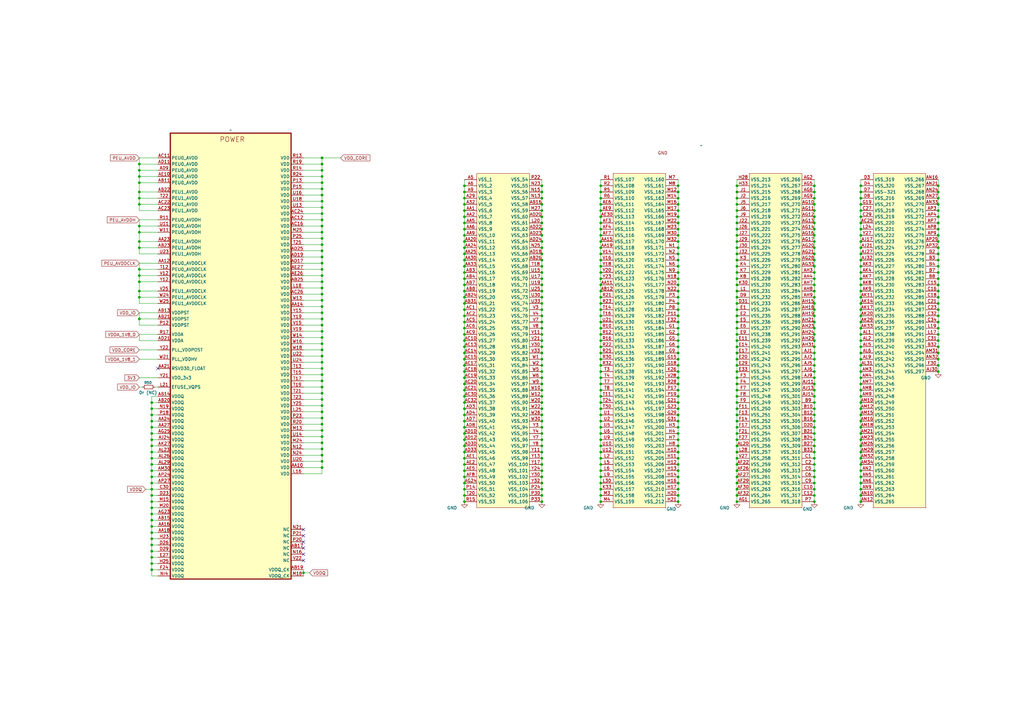
<source format=kicad_sch>
(kicad_sch (version 20250114) (generator "eeschema") (generator_version "9.0")
  (paper "A3")
  (title_block (title "Bugboard-1 D2000 mITX") (date "2025-05-23") (rev "1.0"))
  (lib_symbols
    (symbol "D2000-E8_1"
      (symbol "D2000-E8_1_1_0"
        (pin passive line (at -1.27 101.6 0) (length 5.08) (name "VSS_1") (number "A5"))
        (pin passive line (at -1.27 99.06 0) (length 5.08) (name "VSS_2") (number "A6"))
        (pin passive line (at -1.27 96.52 0) (length 5.08) (name "VSS_3") (number "A9"))
        (pin passive line (at -1.27 93.98 0) (length 5.08) (name "VSS_4") (number "A29"))
        (pin passive line (at -1.27 91.44 0) (length 5.08) (name "VSS_5") (number "A32"))
        (pin passive line (at -1.27 88.9 0) (length 5.08) (name "VSS_6") (number "AA1"))
        (pin passive line (at -1.27 86.36 0) (length 5.08) (name "VSS_7") (number "AA2"))
        (pin passive line (at -1.27 83.82 0) (length 5.08) (name "VSS_8") (number "AA5"))
        (pin passive line (at -1.27 81.28 0) (length 5.08) (name "VSS_9") (number "AA6"))
        (pin passive line (at -1.27 78.74 0) (length 5.08) (name "VSS_10") (number "AA9"))
        (pin passive line (at -1.27 76.2 0) (length 5.08) (name "VSS_11") (number "AA20"))
        (pin passive line (at -1.27 73.66 0) (length 5.08) (name "VSS_12") (number "AA24"))
        (pin passive line (at -1.27 71.12 0) (length 5.08) (name "VSS_13") (number "AA25"))
        (pin passive line (at -1.27 68.58 0) (length 5.08) (name "VSS_14") (number "AA30"))
        (pin passive line (at -1.27 66.04 0) (length 5.08) (name "VSS_15") (number "AA33"))
        (pin passive line (at -1.27 63.5 0) (length 5.08) (name "VSS_16") (number "AB3"))
        (pin passive line (at -1.27 60.96 0) (length 5.08) (name "VSS_17") (number "AB4"))
        (pin passive line (at -1.27 58.42 0) (length 5.08) (name "VSS_18") (number "AB7"))
        (pin passive line (at -1.27 55.88 0) (length 5.08) (name "VSS_19") (number "AB8"))
        (pin passive line (at -1.27 53.34 0) (length 5.08) (name "VSS_20") (number "AB24"))
        (pin passive line (at -1.27 50.8 0) (length 5.08) (name "VSS_21") (number "AB31"))
        (pin passive line (at -1.27 48.26 0) (length 5.08) (name "VSS_22") (number "AC1"))
        (pin passive line (at -1.27 45.72 0) (length 5.08) (name "VSS_23") (number "AC2"))
        (pin passive line (at -1.27 43.18 0) (length 5.08) (name "VSS_24") (number "AC5"))
        (pin passive line (at -1.27 40.64 0) (length 5.08) (name "VSS_25") (number "AC6"))
        (pin passive line (at -1.27 38.1 0) (length 5.08) (name "VSS_26") (number "AC9"))
        (pin passive line (at -1.27 35.56 0) (length 5.08) (name "VSS_27") (number "AC10"))
        (pin passive line (at -1.27 33.02 0) (length 5.08) (name "VSS_28") (number "AC13"))
        (pin passive line (at -1.27 30.48 0) (length 5.08) (name "VSS_29") (number "AC14"))
        (pin passive line (at -1.27 27.94 0) (length 5.08) (name "VSS_30") (number "AC15"))
        (pin passive line (at -1.27 25.4 0) (length 5.08) (name "VSS_31") (number "AC17"))
        (pin passive line (at -1.27 22.86 0) (length 5.08) (name "VSS_32") (number "AC18"))
        (pin passive line (at -1.27 20.32 0) (length 5.08) (name "VSS_33") (number "AC19"))
        (pin passive line (at -1.27 17.78 0) (length 5.08) (name "VSS_34") (number "AC20"))
        (pin passive line (at -1.27 15.24 0) (length 5.08) (name "VSS_35") (number "AC21"))
        (pin passive line (at -1.27 12.7 0) (length 5.08) (name "VSS_36") (number "AC30"))
        (pin passive line (at -1.27 10.16 0) (length 5.08) (name "VSS_37") (number "AC32"))
        (pin passive line (at -1.27 7.62 0) (length 5.08) (name "VSS_38") (number "AD3"))
        (pin passive line (at -1.27 5.08 0) (length 5.08) (name "VSS_39") (number "AD4"))
        (pin passive line (at -1.27 2.54 0) (length 5.08) (name "VSS_40") (number "AD7"))
        (pin passive line (at -1.27 0 0) (length 5.08) (name "VSS_41") (number "AD8"))
        (pin passive line (at -1.27 -2.54 0) (length 5.08) (name "VSS_42") (number "AD10"))
        (pin passive line (at -1.27 -5.08 0) (length 5.08) (name "VSS_43") (number "AD12"))
        (pin passive line (at -1.27 -7.62 0) (length 5.08) (name "VSS_44") (number "AD30"))
        (pin passive line (at -1.27 -10.16 0) (length 5.08) (name "VSS_45") (number "AD33"))
        (pin passive line (at -1.27 -12.7 0) (length 5.08) (name "VSS_46") (number "AE1"))
        (pin passive line (at -1.27 -15.24 0) (length 5.08) (name "VSS_47") (number "AE2"))
        (pin passive line (at -1.27 -17.78 0) (length 5.08) (name "VSS_48") (number "AE5"))
        (pin passive line (at -1.27 -20.32 0) (length 5.08) (name "VSS_49") (number "AF8"))
        (pin passive line (at -1.27 -22.86 0) (length 5.08) (name "VSS_50") (number "AG24"))
        (pin passive line (at -1.27 -25.4 0) (length 5.08) (name "VSS_51") (number "P14"))
        (pin passive line (at -1.27 -27.94 0) (length 5.08) (name "VSS_52") (number "T20"))
        (pin passive line (at -1.27 -30.48 0) (length 5.08) (name "VSS_53") (number "R15"))
        (pin passive line (at 30.48 101.6 180) (length 5.08) (name "VSS_54") (number "P22"))
        (pin passive line (at 30.48 99.06 180) (length 5.08) (name "VSS_55") (number "N23"))
        (pin passive line (at 30.48 96.52 180) (length 5.08) (name "VSS_56") (number "N15"))
        (pin passive line (at 30.48 93.98 180) (length 5.08) (name "VSS_57") (number "N13"))
        (pin passive line (at 30.48 91.44 180) (length 5.08) (name "VSS_58") (number "AB16"))
        (pin passive line (at 30.48 88.9 180) (length 5.08) (name "VSS_59") (number "M27"))
        (pin passive line (at 30.48 86.36 180) (length 5.08) (name "VSS_60") (number "AD20"))
        (pin passive line (at 30.48 83.82 180) (length 5.08) (name "VSS_61") (number "L20"))
        (pin passive line (at 30.48 81.28 180) (length 5.08) (name "VSS_62") (number "AD22"))
        (pin passive line (at 30.48 78.74 180) (length 5.08) (name "VSS_63") (number "AD23"))
        (pin passive line (at 30.48 76.2 180) (length 5.08) (name "VSS_64") (number "AD24"))
        (pin passive line (at 30.48 73.66 180) (length 5.08) (name "VSS_65") (number "N25"))
        (pin passive line (at 30.48 71.12 180) (length 5.08) (name "VSS_66") (number "AD18"))
        (pin passive line (at 30.48 68.58 180) (length 5.08) (name "VSS_67") (number "AB26"))
        (pin passive line (at 30.48 66.04 180) (length 5.08) (name "VSS_68") (number "T18"))
        (pin passive line (at 30.48 63.5 180) (length 5.08) (name "VSS_69") (number "U15"))
        (pin passive line (at 30.48 60.96 180) (length 5.08) (name "VSS_70") (number "U17"))
        (pin passive line (at 30.48 58.42 180) (length 5.08) (name "VSS_71") (number "U19"))
        (pin passive line (at 30.48 55.88 180) (length 5.08) (name "VSS_72") (number "U25"))
        (pin passive line (at 30.48 53.34 180) (length 5.08) (name "VSS_73") (number "U30"))
        (pin passive line (at 30.48 50.8 180) (length 5.08) (name "VSS_74") (number "U33"))
        (pin passive line (at 30.48 48.26 180) (length 5.08) (name "VSS_75") (number "V3"))
        (pin passive line (at 30.48 45.72 180) (length 5.08) (name "VSS_76") (number "V4"))
        (pin passive line (at 30.48 43.18 180) (length 5.08) (name "VSS_77") (number "V7"))
        (pin passive line (at 30.48 40.64 180) (length 5.08) (name "VSS_78") (number "V8"))
        (pin passive line (at 30.48 38.1 180) (length 5.08) (name "VSS_79") (number "V11"))
        (pin passive line (at 30.48 35.56 180) (length 5.08) (name "VSS_80") (number "V21"))
        (pin passive line (at 30.48 33.02 180) (length 5.08) (name "VSS_81") (number "V30"))
        (pin passive line (at 30.48 30.48 180) (length 5.08) (name "VSS_82") (number "V33"))
        (pin passive line (at 30.48 27.94 180) (length 5.08) (name "VSS_83") (number "W1"))
        (pin passive line (at 30.48 25.4 180) (length 5.08) (name "VSS_84") (number "W2"))
        (pin passive line (at 30.48 22.86 180) (length 5.08) (name "VSS_85") (number "W5"))
        (pin passive line (at 30.48 20.32 180) (length 5.08) (name "VSS_86") (number "W6"))
        (pin passive line (at 30.48 17.78 180) (length 5.08) (name "VSS_87") (number "W9"))
        (pin passive line (at 30.48 15.24 180) (length 5.08) (name "VSS_88") (number "W10"))
        (pin passive line (at 30.48 12.7 180) (length 5.08) (name "VSS_89") (number "W12"))
        (pin passive line (at 30.48 10.16 180) (length 5.08) (name "VSS_90") (number "W20"))
        (pin passive line (at 30.48 7.62 180) (length 5.08) (name "VSS_91") (number "W22"))
        (pin passive line (at 30.48 5.08 180) (length 5.08) (name "VSS_92") (number "W26"))
        (pin passive line (at 30.48 2.54 180) (length 5.08) (name "VSS_93") (number "W30"))
        (pin passive line (at 30.48 0 180) (length 5.08) (name "VSS_94") (number "Y3"))
        (pin passive line (at 30.48 -2.54 180) (length 5.08) (name "VSS_95") (number "Y4"))
        (pin passive line (at 30.48 -5.08 180) (length 5.08) (name "VSS_96") (number "Y7"))
        (pin passive line (at 30.48 -7.62 180) (length 5.08) (name "VSS_97") (number "Y8"))
        (pin passive line (at 30.48 -10.16 180) (length 5.08) (name "VSS_98") (number "Y11"))
        (pin passive line (at 30.48 -12.7 180) (length 5.08) (name "VSS_99") (number "Y13"))
        (pin passive line (at 30.48 -15.24 180) (length 5.08) (name "VSS_100") (number "Y17"))
        (pin passive line (at 30.48 -17.78 180) (length 5.08) (name "VSS_101") (number "Y24"))
        (pin passive line (at 30.48 -20.32 180) (length 5.08) (name "VSS_102") (number "Y30"))
        (pin passive line (at 30.48 -22.86 180) (length 5.08) (name "VSS_103") (number "Y32"))
        (pin passive line (at 30.48 -25.4 180) (length 5.08) (name "VSS_104") (number "P24"))
        (pin passive line (at 30.48 -27.94 180) (length 5.08) (name "VSS_105") (number "P30"))
        (pin passive line (at 30.48 -30.48 180) (length 5.08) (name "VSS_106") (number "P33"))
        (pin passive line (at 54.61 101.6 0) (length 5.08) (name "VSS_107") (number "R1"))
        (pin passive line (at 54.61 99.06 0) (length 5.08) (name "VSS_108") (number "R2"))
        (pin passive line (at 54.61 96.52 0) (length 5.08) (name "VSS_109") (number "R5"))
        (pin passive line (at 54.61 93.98 0) (length 5.08) (name "VSS_110") (number "R6"))
        (pin passive line (at 54.61 91.44 0) (length 5.08) (name "VSS_111") (number "AE6"))
        (pin passive line (at 54.61 88.9 0) (length 5.08) (name "VSS_112") (number "AE9"))
        (pin passive line (at 54.61 86.36 0) (length 5.08) (name "VSS_113") (number "AE30"))
        (pin passive line (at 54.61 83.82 0) (length 5.08) (name "VSS_114") (number "AF3"))
        (pin passive line (at 54.61 81.28 0) (length 5.08) (name "VSS_115") (number "AF4"))
        (pin passive line (at 54.61 78.74 0) (length 5.08) (name "VSS_116") (number "AF7"))
        (pin passive line (at 54.61 76.2 0) (length 5.08) (name "VSS_117") (number "AA15"))
        (pin passive line (at 54.61 73.66 0) (length 5.08) (name "VSS_118") (number "AA19"))
        (pin passive line (at 54.61 71.12 0) (length 5.08) (name "VSS_119") (number "V14"))
        (pin passive line (at 54.61 68.58 0) (length 5.08) (name "VSS_120") (number "V16"))
        (pin passive line (at 54.61 66.04 0) (length 5.08) (name "VSS_121") (number "Y18"))
        (pin passive line (at 54.61 63.5 0) (length 5.08) (name "VSS_122") (number "Y20"))
        (pin passive line (at 54.61 60.96 0) (length 5.08) (name "VSS_123") (number "Y23"))
        (pin passive line (at 54.61 58.42 0) (length 5.08) (name "VSS_124") (number "AA11"))
        (pin passive line (at 54.61 55.88 0) (length 5.08) (name "VSS_125") (number "AB12"))
        (pin passive line (at 54.61 53.34 0) (length 5.08) (name "VSS_126") (number "R21"))
        (pin passive line (at 54.61 50.8 0) (length 5.08) (name "VSS_127") (number "R23"))
        (pin passive line (at 54.61 48.26 0) (length 5.08) (name "VSS_128") (number "T14"))
        (pin passive line (at 54.61 45.72 0) (length 5.08) (name "VSS_129") (number "T16"))
        (pin passive line (at 54.61 43.18 0) (length 5.08) (name "VSS_130") (number "U21"))
        (pin passive line (at 54.61 40.64 0) (length 5.08) (name "VSS_131") (number "R10"))
        (pin passive line (at 54.61 38.1 0) (length 5.08) (name "VSS_132") (number "R12"))
        (pin passive line (at 54.61 35.56 0) (length 5.08) (name "VSS_133") (number "R16"))
        (pin passive line (at 54.61 33.02 0) (length 5.08) (name "VSS_134") (number "R22"))
        (pin passive line (at 54.61 30.48 0) (length 5.08) (name "VSS_135") (number "R25"))
        (pin passive line (at 54.61 27.94 0) (length 5.08) (name "VSS_136") (number "R30"))
        (pin passive line (at 54.61 25.4 0) (length 5.08) (name "VSS_137") (number "R32"))
        (pin passive line (at 54.61 22.86 0) (length 5.08) (name "VSS_138") (number "T3"))
        (pin passive line (at 54.61 20.32 0) (length 5.08) (name "VSS_139") (number "T4"))
        (pin passive line (at 54.61 17.78 0) (length 5.08) (name "VSS_140") (number "T7"))
        (pin passive line (at 54.61 15.24 0) (length 5.08) (name "VSS_141") (number "T8"))
        (pin passive line (at 54.61 12.7 0) (length 5.08) (name "VSS_142") (number "T11"))
        (pin passive line (at 54.61 10.16 0) (length 5.08) (name "VSS_143") (number "T24"))
        (pin passive line (at 54.61 7.62 0) (length 5.08) (name "VSS_144") (number "T30"))
        (pin passive line (at 54.61 5.08 0) (length 5.08) (name "VSS_145") (number "U1"))
        (pin passive line (at 54.61 2.54 0) (length 5.08) (name "VSS_146") (number "U2"))
        (pin passive line (at 54.61 0 0) (length 5.08) (name "VSS_147") (number "U5"))
        (pin passive line (at 54.61 -2.54 0) (length 5.08) (name "VSS_148") (number "U6"))
        (pin passive line (at 54.61 -5.08 0) (length 5.08) (name "VSS_149") (number "U9"))
        (pin passive line (at 54.61 -7.62 0) (length 5.08) (name "VSS_150") (number "U10"))
        (pin passive line (at 54.61 -10.16 0) (length 5.08) (name "VSS_151") (number "U12"))
        (pin passive line (at 54.61 -12.7 0) (length 5.08) (name "VSS_152") (number "L2"))
        (pin passive line (at 54.61 -15.24 0) (length 5.08) (name "VSS_153") (number "L5"))
        (pin passive line (at 54.61 -17.78 0) (length 5.08) (name "VSS_154") (number "L6"))
        (pin passive line (at 54.61 -20.32 0) (length 5.08) (name "VSS_155") (number "L9"))
        (pin passive line (at 54.61 -22.86 0) (length 5.08) (name "VSS_156") (number "L30"))
        (pin passive line (at 54.61 -25.4 0) (length 5.08) (name "VSS_157") (number "K33"))
        (pin passive line (at 54.61 -27.94 0) (length 5.08) (name "VSS_158") (number "M3"))
        (pin passive line (at 54.61 -30.48 0) (length 5.08) (name "VSS_159") (number "M4"))
        (pin passive line (at 86.36 101.6 180) (length 5.08) (name "VSS_160") (number "M7"))
        (pin passive line (at 86.36 99.06 180) (length 5.08) (name "VSS_161") (number "M8"))
        (pin passive line (at 86.36 96.52 180) (length 5.08) (name "VSS_162") (number "M12"))
        (pin passive line (at 86.36 93.98 180) (length 5.08) (name "VSS_163") (number "M14"))
        (pin passive line (at 86.36 91.44 180) (length 5.08) (name "VSS_164") (number "M16"))
        (pin passive line (at 86.36 88.9 180) (length 5.08) (name "VSS_165") (number "M17"))
        (pin passive line (at 86.36 86.36 180) (length 5.08) (name "VSS_166") (number "M19"))
        (pin passive line (at 86.36 83.82 180) (length 5.08) (name "VSS_167") (number "M22"))
        (pin passive line (at 86.36 81.28 180) (length 5.08) (name "VSS_168") (number "M23"))
        (pin passive line (at 86.36 78.74 180) (length 5.08) (name "VSS_169") (number "M30"))
        (pin passive line (at 86.36 76.2 180) (length 5.08) (name "VSS_170") (number "M32"))
        (pin passive line (at 86.36 73.66 180) (length 5.08) (name "VSS_171") (number "N1"))
        (pin passive line (at 86.36 71.12 180) (length 5.08) (name "VSS_172") (number "N2"))
        (pin passive line (at 86.36 68.58 180) (length 5.08) (name "VSS_173") (number "N5"))
        (pin passive line (at 86.36 66.04 180) (length 5.08) (name "VSS_174") (number "N6"))
        (pin passive line (at 86.36 63.5 180) (length 5.08) (name "VSS_175") (number "N9"))
        (pin passive line (at 86.36 60.96 180) (length 5.08) (name "VSS_176") (number "N18"))
        (pin passive line (at 86.36 58.42 180) (length 5.08) (name "VSS_177") (number "N20"))
        (pin passive line (at 86.36 55.88 180) (length 5.08) (name "VSS_178") (number "N22"))
        (pin passive line (at 86.36 53.34 180) (length 5.08) (name "VSS_179") (number "P3"))
        (pin passive line (at 86.36 50.8 180) (length 5.08) (name "VSS_180") (number "P4"))
        (pin passive line (at 86.36 48.26 180) (length 5.08) (name "VSS_181") (number "P8"))
        (pin passive line (at 86.36 45.72 180) (length 5.08) (name "VSS_182") (number "P11"))
        (pin passive line (at 86.36 43.18 180) (length 5.08) (name "VSS_183") (number "F32"))
        (pin passive line (at 86.36 40.64 180) (length 5.08) (name "VSS_184") (number "G1"))
        (pin passive line (at 86.36 38.1 180) (length 5.08) (name "VSS_185") (number "G2"))
        (pin passive line (at 86.36 35.56 180) (length 5.08) (name "VSS_186") (number "G5"))
        (pin passive line (at 86.36 33.02 180) (length 5.08) (name "VSS_187") (number "G6"))
        (pin passive line (at 86.36 30.48 180) (length 5.08) (name "VSS_188") (number "G9"))
        (pin passive line (at 86.36 27.94 180) (length 5.08) (name "VSS_189") (number "G15"))
        (pin passive line (at 86.36 25.4 180) (length 5.08) (name "VSS_190") (number "G18"))
        (pin passive line (at 86.36 22.86 180) (length 5.08) (name "VSS_191") (number "K26"))
        (pin passive line (at 86.36 20.32 180) (length 5.08) (name "VSS_192") (number "V28"))
        (pin passive line (at 86.36 17.78 180) (length 5.08) (name "VSS_193") (number "R28"))
        (pin passive line (at 86.36 15.24 180) (length 5.08) (name "VSS_194") (number "P17"))
        (pin passive line (at 86.36 12.7 180) (length 5.08) (name "VSS_195") (number "P19"))
        (pin passive line (at 86.36 10.16 180) (length 5.08) (name "VSS_196") (number "G21"))
        (pin passive line (at 86.36 7.62 180) (length 5.08) (name "VSS_197") (number "G23"))
        (pin passive line (at 86.36 5.08 180) (length 5.08) (name "VSS_198") (number "G29"))
        (pin passive line (at 86.36 2.54 180) (length 5.08) (name "VSS_199") (number "G31"))
        (pin passive line (at 86.36 0 180) (length 5.08) (name "VSS_200") (number "H3"))
        (pin passive line (at 86.36 -2.54 180) (length 5.08) (name "VSS_201") (number "H4"))
        (pin passive line (at 86.36 -5.08 180) (length 5.08) (name "VSS_202") (number "H7"))
        (pin passive line (at 86.36 -7.62 180) (length 5.08) (name "VSS_203") (number "H8"))
        (pin passive line (at 86.36 -10.16 180) (length 5.08) (name "VSS_204") (number "H10"))
        (pin passive line (at 86.36 -12.7 180) (length 5.08) (name "VSS_205") (number "H11"))
        (pin passive line (at 86.36 -15.24 180) (length 5.08) (name "VSS_206") (number "H12"))
        (pin passive line (at 86.36 -17.78 180) (length 5.08) (name "VSS_207") (number "H13"))
        (pin passive line (at 86.36 -20.32 180) (length 5.08) (name "VSS_208") (number "H14"))
        (pin passive line (at 86.36 -22.86 180) (length 5.08) (name "VSS_209") (number "H16"))
        (pin passive line (at 86.36 -25.4 180) (length 5.08) (name "VSS_210") (number "H17"))
        (pin passive line (at 86.36 -27.94 180) (length 5.08) (name "VSS_211") (number "H20"))
        (pin passive line (at 86.36 -30.48 180) (length 5.08) (name "VSS_212") (number "H21"))
        (pin passive line (at 110.49 101.6 0) (length 5.08) (name "VSS_213") (number "H28"))
        (pin passive line (at 110.49 99.06 0) (length 5.08) (name "VSS_214") (number "H33"))
        (pin passive line (at 110.49 96.52 0) (length 5.08) (name "VSS_215") (number "J1"))
        (pin passive line (at 110.49 93.98 0) (length 5.08) (name "VSS_216") (number "J2"))
        (pin passive line (at 110.49 91.44 0) (length 5.08) (name "VSS_217") (number "J5"))
        (pin passive line (at 110.49 88.9 0) (length 5.08) (name "VSS_218") (number "J6"))
        (pin passive line (at 110.49 86.36 0) (length 5.08) (name "VSS_219") (number "J9"))
        (pin passive line (at 110.49 83.82 0) (length 5.08) (name "VSS_220") (number "J22"))
        (pin passive line (at 110.49 81.28 0) (length 5.08) (name "VSS_221") (number "J26"))
        (pin passive line (at 110.49 78.74 0) (length 5.08) (name "VSS_222") (number "J27"))
        (pin passive line (at 110.49 76.2 0) (length 5.08) (name "VSS_223") (number "J29"))
        (pin passive line (at 110.49 73.66 0) (length 5.08) (name "VSS_224") (number "J30"))
        (pin passive line (at 110.49 71.12 0) (length 5.08) (name "VSS_225") (number "J32"))
        (pin passive line (at 110.49 68.58 0) (length 5.08) (name "VSS_226") (number "K3"))
        (pin passive line (at 110.49 66.04 0) (length 5.08) (name "VSS_227") (number "K4"))
        (pin passive line (at 110.49 63.5 0) (length 5.08) (name "VSS_229") (number "K7"))
        (pin passive line (at 110.49 60.96 0) (length 5.08) (name "VSS_228") (number "K8"))
        (pin passive line (at 110.49 58.42 0) (length 5.08) (name "VSS_230") (number "K30"))
        (pin passive line (at 110.49 55.88 0) (length 5.08) (name "VSS_231") (number "L1"))
        (pin passive line (at 110.49 53.34 0) (length 5.08) (name "VSS_232") (number "D9"))
        (pin passive line (at 110.49 50.8 0) (length 5.08) (name "VSS_233") (number "D31"))
        (pin passive line (at 110.49 48.26 0) (length 5.08) (name "VSS_234") (number "E1"))
        (pin passive line (at 110.49 45.72 0) (length 5.08) (name "VSS_235") (number "E2"))
        (pin passive line (at 110.49 43.18 0) (length 5.08) (name "VSS_236") (number "E5"))
        (pin passive line (at 110.49 40.64 0) (length 5.08) (name "VSS_237") (number "E6"))
        (pin passive line (at 110.49 38.1 0) (length 5.08) (name "VSS_238") (number "E9"))
        (pin passive line (at 110.49 35.56 0) (length 5.08) (name "VSS_239") (number "E11"))
        (pin passive line (at 110.49 33.02 0) (length 5.08) (name "VSS_240") (number "E14"))
        (pin passive line (at 110.49 30.48 0) (length 5.08) (name "VSS_241") (number "E17"))
        (pin passive line (at 110.49 27.94 0) (length 5.08) (name "VSS_242") (number "E20"))
        (pin passive line (at 110.49 25.4 0) (length 5.08) (name "VSS_243") (number "E29"))
        (pin passive line (at 110.49 22.86 0) (length 5.08) (name "VSS_244") (number "E33"))
        (pin passive line (at 110.49 20.32 0) (length 5.08) (name "VSS_245") (number "F3"))
        (pin passive line (at 110.49 17.78 0) (length 5.08) (name "VSS_246") (number "F4"))
        (pin passive line (at 110.49 15.24 0) (length 5.08) (name "VSS_247") (number "F7"))
        (pin passive line (at 110.49 12.7 0) (length 5.08) (name "VSS_248") (number "F8"))
        (pin passive line (at 110.49 10.16 0) (length 5.08) (name "VSS_249") (number "F9"))
        (pin passive line (at 110.49 7.62 0) (length 5.08) (name "VSS_250") (number "F11"))
        (pin passive line (at 110.49 5.08 0) (length 5.08) (name "VSS_251") (number "F13"))
        (pin passive line (at 110.49 2.54 0) (length 5.08) (name "VSS_252") (number "F14"))
        (pin passive line (at 110.49 0 0) (length 5.08) (name "VSS_253") (number "F17"))
        (pin passive line (at 110.49 -2.54 0) (length 5.08) (name "VSS_254") (number "F21"))
        (pin passive line (at 110.49 -5.08 0) (length 5.08) (name "VSS_255") (number "F27"))
        (pin passive line (at 110.49 -7.62 0) (length 5.08) (name "VSS_256") (number "AL20"))
        (pin passive line (at 110.49 -10.16 0) (length 5.08) (name "VSS_257") (number "L28"))
        (pin passive line (at 110.49 -12.7 0) (length 5.08) (name "VSS_258") (number "V27"))
        (pin passive line (at 110.49 -15.24 0) (length 5.08) (name "VSS_259") (number "AF22"))
        (pin passive line (at 110.49 -17.78 0) (length 5.08) (name "VSS_260") (number "AF26"))
        (pin passive line (at 110.49 -20.32 0) (length 5.08) (name "VSS_261") (number "AF27"))
        (pin passive line (at 110.49 -22.86 0) (length 5.08) (name "VSS_262") (number "AF29"))
        (pin passive line (at 110.49 -25.4 0) (length 5.08) (name "VSS_263") (number "AF30"))
        (pin passive line (at 110.49 -27.94 0) (length 5.08) (name "VSS_264") (number "AF32"))
        (pin passive line (at 110.49 -30.48 0) (length 5.08) (name "VSS_265") (number "AG1"))
        (pin passive line (at 142.24 101.6 180) (length 5.08) (name "VSS_266") (number "AG2"))
        (pin passive line (at 142.24 99.06 180) (length 5.08) (name "VSS_267") (number "AG5"))
        (pin passive line (at 142.24 96.52 180) (length 5.08) (name "VSS_268") (number "AG6"))
        (pin passive line (at 142.24 93.98 180) (length 5.08) (name "VSS_269") (number "AG9"))
        (pin passive line (at 142.24 91.44 180) (length 5.08) (name "VSS_270") (number "AG10"))
        (pin passive line (at 142.24 88.9 180) (length 5.08) (name "VSS_271") (number "AG11"))
        (pin passive line (at 142.24 86.36 180) (length 5.08) (name "VSS_272") (number "AG12"))
        (pin passive line (at 142.24 83.82 180) (length 5.08) (name "VSS_273") (number "AG13"))
        (pin passive line (at 142.24 81.28 180) (length 5.08) (name "VSS_274") (number "AG14"))
        (pin passive line (at 142.24 78.74 180) (length 5.08) (name "VSS_275") (number "AG16"))
        (pin passive line (at 142.24 76.2 180) (length 5.08) (name "VSS_276") (number "AG17"))
        (pin passive line (at 142.24 73.66 180) (length 5.08) (name "VSS_277") (number "AG20"))
        (pin passive line (at 142.24 71.12 180) (length 5.08) (name "VSS_278") (number "AG21"))
        (pin passive line (at 142.24 68.58 180) (length 5.08) (name "VSS_279") (number "AG28"))
        (pin passive line (at 142.24 66.04 180) (length 5.08) (name "VSS_280") (number "AG33"))
        (pin passive line (at 142.24 63.5 180) (length 5.08) (name "VSS_281") (number "AH3"))
        (pin passive line (at 142.24 60.96 180) (length 5.08) (name "VSS_282") (number "AH4"))
        (pin passive line (at 142.24 58.42 180) (length 5.08) (name "VSS_283") (number "AH7"))
        (pin passive line (at 142.24 55.88 180) (length 5.08) (name "VSS_284") (number "AH8"))
        (pin passive line (at 142.24 53.34 180) (length 5.08) (name "VSS_285") (number "AH9"))
        (pin passive line (at 142.24 50.8 180) (length 5.08) (name "VSS_286") (number "AH15"))
        (pin passive line (at 142.24 48.26 180) (length 5.08) (name "VSS_287") (number "AH18"))
        (pin passive line (at 142.24 45.72 180) (length 5.08) (name "VSS_288") (number "AH19"))
        (pin passive line (at 142.24 43.18 180) (length 5.08) (name "VSS_289") (number "AH21"))
        (pin passive line (at 142.24 40.64 180) (length 5.08) (name "VSS_290") (number "AH23"))
        (pin passive line (at 142.24 38.1 180) (length 5.08) (name "VSS_291") (number "AH24"))
        (pin passive line (at 142.24 35.56 180) (length 5.08) (name "VSS_292") (number "AH29"))
        (pin passive line (at 142.24 33.02 180) (length 5.08) (name "VSS_293") (number "AH31"))
        (pin passive line (at 142.24 30.48 180) (length 5.08) (name "VSS_294") (number "AJ1"))
        (pin passive line (at 142.24 27.94 180) (length 5.08) (name "VSS_295") (number "AJ2"))
        (pin passive line (at 142.24 25.4 180) (length 5.08) (name "VSS_296") (number "AJ5"))
        (pin passive line (at 142.24 22.86 180) (length 5.08) (name "VSS_297") (number "AJ6"))
        (pin passive line (at 142.24 20.32 180) (length 5.08) (name "VSS_298") (number "AJ9"))
        (pin passive line (at 142.24 17.78 180) (length 5.08) (name "VSS_299") (number "AJ11"))
        (pin passive line (at 142.24 15.24 180) (length 5.08) (name "VSS_300") (number "AJ13"))
        (pin passive line (at 142.24 12.7 180) (length 5.08) (name "VSS_301") (number "AJ14"))
        (pin passive line (at 142.24 10.16 180) (length 5.08) (name "VSS_302") (number "B9"))
        (pin passive line (at 142.24 7.62 180) (length 5.08) (name "VSS_303") (number "B10"))
        (pin passive line (at 142.24 5.08 180) (length 5.08) (name "VSS_304") (number "B12"))
        (pin passive line (at 142.24 2.54 180) (length 5.08) (name "VSS_305") (number "B16"))
        (pin passive line (at 142.24 0 180) (length 5.08) (name "VSS_306") (number "D20"))
        (pin passive line (at 142.24 -2.54 180) (length 5.08) (name "VSS_307") (number "B21"))
        (pin passive line (at 142.24 -5.08 180) (length 5.08) (name "VSS_308") (number "B24"))
        (pin passive line (at 142.24 -7.62 180) (length 5.08) (name "VSS_309") (number "B27"))
        (pin passive line (at 142.24 -10.16 180) (length 5.08) (name "VSS_310") (number "B33"))
        (pin passive line (at 142.24 -12.7 180) (length 5.08) (name "VSS_311") (number "C1"))
        (pin passive line (at 142.24 -15.24 180) (length 5.08) (name "VSS_312") (number "C2"))
        (pin passive line (at 142.24 -17.78 180) (length 5.08) (name "VSS_313") (number "C5"))
        (pin passive line (at 142.24 -20.32 180) (length 5.08) (name "VSS_314") (number "C6"))
        (pin passive line (at 142.24 -22.86 180) (length 5.08) (name "VSS_315") (number "C9"))
        (pin passive line (at 142.24 -25.4 180) (length 5.08) (name "VSS_316") (number "C10"))
        (pin passive line (at 142.24 -27.94 180) (length 5.08) (name "VSS_317") (number "C12"))
        (pin passive line (at 142.24 -30.48 180) (length 5.08) (name "VSS_318") (number "P7"))
        (pin passive line (at 161.29 101.6 0) (length 5.08) (name "VSS_319") (number "D3"))
        (pin passive line (at 161.29 99.06 0) (length 5.08) (name "VSS_320") (number "D4"))
        (pin passive line (at 161.29 96.52 0) (length 5.08) (name "VSS-321") (number "D7"))
        (pin passive line (at 161.29 93.98 0) (length 5.08) (name "VSS_216") (number "D8"))
        (pin passive line (at 161.29 91.44 0) (length 5.08) (name "VSS_217") (number "G19"))
        (pin passive line (at 161.29 88.9 0) (length 5.08) (name "VSS_218") (number "C27"))
        (pin passive line (at 161.29 86.36 0) (length 5.08) (name "VSS_219") (number "C29"))
        (pin passive line (at 161.29 83.82 0) (length 5.08) (name "VSS_220") (number "AC25"))
        (pin passive line (at 161.29 81.28 0) (length 5.08) (name "VSS_221") (number "L24"))
        (pin passive line (at 161.29 78.74 0) (length 5.08) (name "VSS_222") (number "Y27"))
        (pin passive line (at 161.29 76.2 0) (length 5.08) (name "VSS_223") (number "AJ17"))
        (pin passive line (at 161.29 73.66 0) (length 5.08) (name "VSS_224") (number "AJ21"))
        (pin passive line (at 161.29 71.12 0) (length 5.08) (name "VSS_225") (number "AJ27"))
        (pin passive line (at 161.29 68.58 0) (length 5.08) (name "VSS_226") (number "AJ32"))
        (pin passive line (at 161.29 66.04 0) (length 5.08) (name "VSS_227") (number "AK3"))
        (pin passive line (at 161.29 63.5 0) (length 5.08) (name "VSS_229") (number "AK4"))
        (pin passive line (at 161.29 60.96 0) (length 5.08) (name "VSS_228") (number "AK7"))
        (pin passive line (at 161.29 58.42 0) (length 5.08) (name "VSS_230") (number "AK8"))
        (pin passive line (at 161.29 55.88 0) (length 5.08) (name "VSS_231") (number "AK9"))
        (pin passive line (at 161.29 53.34 0) (length 5.08) (name "VSS_232") (number "AK11"))
        (pin passive line (at 161.29 50.8 0) (length 5.08) (name "VSS_233") (number "AK14"))
        (pin passive line (at 161.29 48.26 0) (length 5.08) (name "VSS_234") (number "AK17"))
        (pin passive line (at 161.29 45.72 0) (length 5.08) (name "VSS_235") (number "AK20"))
        (pin passive line (at 161.29 43.18 0) (length 5.08) (name "VSS_236") (number "AK29"))
        (pin passive line (at 161.29 40.64 0) (length 5.08) (name "VSS_237") (number "AK33"))
        (pin passive line (at 161.29 38.1 0) (length 5.08) (name "VSS_238") (number "AL1"))
        (pin passive line (at 161.29 35.56 0) (length 5.08) (name "VSS_239") (number "AL2"))
        (pin passive line (at 161.29 33.02 0) (length 5.08) (name "VSS_240") (number "AL5"))
        (pin passive line (at 161.29 30.48 0) (length 5.08) (name "VSS_241") (number "AL6"))
        (pin passive line (at 161.29 27.94 0) (length 5.08) (name "VSS_242") (number "AL9"))
        (pin passive line (at 161.29 25.4 0) (length 5.08) (name "VSS_243") (number "AL31"))
        (pin passive line (at 161.29 22.86 0) (length 5.08) (name "VSS_244") (number "AM3"))
        (pin passive line (at 161.29 20.32 0) (length 5.08) (name "VSS_245") (number "AM4"))
        (pin passive line (at 161.29 17.78 0) (length 5.08) (name "VSS_246") (number "AM7"))
        (pin passive line (at 161.29 15.24 0) (length 5.08) (name "VSS_247") (number "AM8"))
        (pin passive line (at 161.29 12.7 0) (length 5.08) (name "VSS_248") (number "AM9"))
        (pin passive line (at 161.29 10.16 0) (length 5.08) (name "VSS_249") (number "AM10"))
        (pin passive line (at 161.29 7.62 0) (length 5.08) (name "VSS_250") (number "AM12"))
        (pin passive line (at 161.29 5.08 0) (length 5.08) (name "VSS_251") (number "AM15"))
        (pin passive line (at 161.29 2.54 0) (length 5.08) (name "VSS_252") (number "AM16"))
        (pin passive line (at 161.29 0 0) (length 5.08) (name "VSS_253") (number "AM18"))
        (pin passive line (at 161.29 -2.54 0) (length 5.08) (name "VSS_254") (number "AM21"))
        (pin passive line (at 161.29 -5.08 0) (length 5.08) (name "VSS_255") (number "AM23"))
        (pin passive line (at 161.29 -7.62 0) (length 5.08) (name "VSS_256") (number "AM26"))
        (pin passive line (at 161.29 -10.16 0) (length 5.08) (name "VSS_257") (number "AM29"))
        (pin passive line (at 161.29 -12.7 0) (length 5.08) (name "VSS_258") (number "AM32"))
        (pin passive line (at 161.29 -15.24 0) (length 5.08) (name "VSS_259") (number "AM34"))
        (pin passive line (at 161.29 -17.78 0) (length 5.08) (name "VSS_260") (number "AN2"))
        (pin passive line (at 161.29 -20.32 0) (length 5.08) (name "VSS_261") (number "AN5"))
        (pin passive line (at 161.29 -22.86 0) (length 5.08) (name "VSS_262") (number "AN6"))
        (pin passive line (at 161.29 -25.4 0) (length 5.08) (name "VSS_263") (number "AN9"))
        (pin passive line (at 161.29 -27.94 0) (length 5.08) (name "VSS_264") (number "AN10"))
        (pin passive line (at 161.29 -30.48 0) (length 5.08) (name "VSS_265") (number "AN12"))
        (pin passive line (at 193.04 101.6 180) (length 5.08) (name "VSS_266") (number "AN16"))
        (pin passive line (at 193.04 99.06 180) (length 5.08) (name "VSS_267") (number "AN21"))
        (pin passive line (at 193.04 96.52 180) (length 5.08) (name "VSS_268") (number "AN24"))
        (pin passive line (at 193.04 93.98 180) (length 5.08) (name "VSS_269") (number "AN27"))
        (pin passive line (at 193.04 91.44 180) (length 5.08) (name "VSS_270") (number "AN33"))
        (pin passive line (at 193.04 88.9 180) (length 5.08) (name "VSS_271") (number "AP3"))
        (pin passive line (at 193.04 86.36 180) (length 5.08) (name "VSS_272") (number "AP4"))
        (pin passive line (at 193.04 83.82 180) (length 5.08) (name "VSS_273") (number "AP7"))
        (pin passive line (at 193.04 81.28 180) (length 5.08) (name "VSS_274") (number "AP8"))
        (pin passive line (at 193.04 78.74 180) (length 5.08) (name "VSS_275") (number "AP9"))
        (pin passive line (at 193.04 76.2 180) (length 5.08) (name "VSS_276") (number "AP29"))
        (pin passive line (at 193.04 73.66 180) (length 5.08) (name "VSS_277") (number "AP32"))
        (pin passive line (at 193.04 71.12 180) (length 5.08) (name "VSS_278") (number "B2"))
        (pin passive line (at 193.04 68.58 180) (length 5.08) (name "VSS_279") (number "B3"))
        (pin passive line (at 193.04 66.04 180) (length 5.08) (name "VSS_280") (number "B4"))
        (pin passive line (at 193.04 63.5 180) (length 5.08) (name "VSS_281") (number "B7"))
        (pin passive line (at 193.04 60.96 180) (length 5.08) (name "VSS_282") (number "B8"))
        (pin passive line (at 193.04 58.42 180) (length 5.08) (name "VSS_283") (number "C15"))
        (pin passive line (at 193.04 55.88 180) (length 5.08) (name "VSS_284") (number "C16"))
        (pin passive line (at 193.04 53.34 180) (length 5.08) (name "VSS_285") (number "C18"))
        (pin passive line (at 193.04 50.8 180) (length 5.08) (name "VSS_286") (number "C21"))
        (pin passive line (at 193.04 48.26 180) (length 5.08) (name "VSS_287") (number "C23"))
        (pin passive line (at 193.04 45.72 180) (length 5.08) (name "VSS_288") (number "C32"))
        (pin passive line (at 193.04 43.18 180) (length 5.08) (name "VSS_289") (number "C34"))
        (pin passive line (at 193.04 40.64 180) (length 5.08) (name "VSS_290") (number "L19"))
        (pin passive line (at 193.04 38.1 180) (length 5.08) (name "VSS_291") (number "L17"))
        (pin passive line (at 193.04 35.56 180) (length 5.08) (name "VSS_292") (number "C31"))
        (pin passive line (at 193.04 33.02 180) (length 5.08) (name "VSS_293") (number "B32"))
        (pin passive line (at 193.04 30.48 180) (length 5.08) (name "VSS_294") (number "AM31"))
        (pin passive line (at 193.04 27.94 180) (length 5.08) (name "VSS_295") (number "AN32"))
        (pin passive line (at 193.04 25.4 180) (length 5.08) (name "VSS_296") (number "F30"))
        (pin passive line (at 193.04 22.86 180) (length 5.08) (name "VSS_297") (number "AJ30"))
      )
      (symbol "D2000-E8_1_1_1"
        (text "GND" (at 80.01 112.522 0) (effects (font (size 1.27 1.27))))
      )
      (symbol "D2000-E8_1_2_0"
        (text "POWER" (at 88.9 142.24 0) (effects (font (size 2 2))))
        (pin passive line (at 58.42 134.62 0) (length 5.08) (name "PEU0_AVDD") (number "AC11"))
        (pin passive line (at 58.42 132.08 0) (length 5.08) (name "PEU0_AVDD") (number "AD11"))
        (pin passive line (at 58.42 129.54 0) (length 5.08) (name "PEU0_AVDD") (number "AD9"))
        (pin passive line (at 58.42 127 0) (length 5.08) (name "PEU0_AVDD") (number "AE10"))
        (pin passive line (at 58.42 124.46 0) (length 5.08) (name "PEU0_AVDD") (number "AB11"))
        (pin passive line (at 58.42 120.65 0) (length 5.08) (name "PEU1_AVDD") (number "AB22"))
        (pin passive line (at 58.42 118.11 0) (length 5.08) (name "PEU1_AVDD") (number "T22"))
        (pin passive line (at 58.42 115.57 0) (length 5.08) (name "PEU1_AVDD") (number "AC22"))
        (pin passive line (at 58.42 113.03 0) (length 5.08) (name "PEU1_AVDD") (number "AC23"))
        (pin passive line (at 58.42 109.22 0) (length 5.08) (name "PEU0_AVDDH") (number "R11"))
        (pin passive line (at 58.42 106.68 0) (length 5.08) (name "PEU0_AVDDH") (number "U11"))
        (pin passive line (at 58.42 104.14 0) (length 5.08) (name "PEU0_AVDDH") (number "W11"))
        (pin passive line (at 58.42 100.33 0) (length 5.08) (name "PEU1_AVDDH") (number "AA23"))
        (pin passive line (at 58.42 97.79 0) (length 5.08) (name "PEU1_AVDDH") (number "AB23"))
        (pin passive line (at 58.42 95.25 0) (length 5.08) (name "PEU1_AVDDH") (number "U23"))
        (pin passive line (at 58.42 91.44 0) (length 5.08) (name "PEU0_AVDDCLK") (number "AA12"))
        (pin passive line (at 58.42 88.9 0) (length 5.08) (name "PEU0_AVDDCLK") (number "T12"))
        (pin passive line (at 58.42 86.36 0) (length 5.08) (name "PEU0_AVDDCLK") (number "V12"))
        (pin passive line (at 58.42 83.82 0) (length 5.08) (name "PEU0_AVDDCLK") (number "Y12"))
        (pin passive line (at 58.42 80.01 0) (length 5.08) (name "PEU1_AVDDCLK") (number "V25"))
        (pin passive line (at 58.42 77.47 0) (length 5.08) (name "PEU1_AVDDCLK") (number "W24"))
        (pin passive line (at 58.42 74.93 0) (length 5.08) (name "PEU1_AVDDCLK") (number "W25"))
        (pin passive line (at 58.42 71.12 0) (length 5.08) (name "VDDPST") (number "AB13"))
        (pin passive line (at 58.42 68.58 0) (length 5.08) (name "VDDPST") (number "AB21"))
        (pin passive line (at 58.42 66.04 0) (length 5.08) (name "VDDPST") (number "P12"))
        (pin passive line (at 58.42 62.23 0) (length 5.08) (name "VDDA") (number "R17"))
        (pin passive line (at 58.42 59.69 0) (length 5.08) (name "VDDA") (number "AD21"))
        (pin passive line (at 58.42 55.88 0) (length 5.08) (name "PLL_VDDPOST") (number "Y22"))
        (pin passive line (at 58.42 52.07 0) (length 5.08) (name "PLL_VDDHV") (number "W21"))
        (pin passive line (at 58.42 48.26 0) (length 5.08) (name "RSVD30_FLOAT") (number "AA21"))
        (pin passive line (at 58.42 44.45 0) (length 5.08) (name "VDD_3v3") (number "Y21"))
        (pin passive line (at 58.42 40.64 0) (length 5.08) (name "EFUSE_VQPS") (number "L21"))
        (pin passive line (at 58.42 36.83 0) (length 5.08) (name "VDDQ") (number "AB14"))
        (pin passive line (at 58.42 34.29 0) (length 5.08) (name "VDDQ") (number "AB20"))
        (pin passive line (at 58.42 31.75 0) (length 5.08) (name "VDDQ") (number "N19"))
        (pin passive line (at 58.42 29.21 0) (length 5.08) (name "VDDQ") (number "P18"))
        (pin passive line (at 58.42 26.67 0) (length 5.08) (name "VDDQ") (number "AA24"))
        (pin passive line (at 58.42 24.13 0) (length 5.08) (name "VDDQ") (number "AA27"))
        (pin passive line (at 58.42 21.59 0) (length 5.08) (name "VDDQ") (number "AG25"))
        (pin passive line (at 58.42 19.05 0) (length 5.08) (name "VDDQ") (number "AJ24"))
        (pin passive line (at 58.42 16.51 0) (length 5.08) (name "VDDQ") (number "AK27"))
        (pin passive line (at 58.42 13.97 0) (length 5.08) (name "VDDQ") (number "AL23"))
        (pin passive line (at 58.42 11.43 0) (length 5.08) (name "VDDQ") (number "AL26"))
        (pin passive line (at 58.42 8.89 0) (length 5.08) (name "VDDQ") (number "AL29"))
        (pin passive line (at 58.42 6.35 0) (length 5.08) (name "VDDQ") (number "AM30"))
        (pin passive line (at 58.42 3.81 0) (length 5.08) (name "VDDQ") (number "AP24"))
        (pin passive line (at 58.42 1.27 0) (length 5.08) (name "VDDQ") (number "AP27"))
        (pin passive line (at 58.42 -1.27 0) (length 5.08) (name "VDDQ") (number "C30"))
        (pin passive line (at 58.42 -3.81 0) (length 5.08) (name "VDDQ") (number "D23"))
        (pin passive line (at 58.42 -6.35 0) (length 5.08) (name "VDDQ") (number "M15"))
        (pin passive line (at 58.42 -8.89 0) (length 5.08) (name "VDDQ") (number "M20"))
        (pin passive line (at 58.42 -11.43 0) (length 5.08) (name "VDDQ") (number "AG23"))
        (pin passive line (at 58.42 -13.97 0) (length 5.08) (name "VDDQ") (number "AB15"))
        (pin passive line (at 58.42 -16.51 0) (length 5.08) (name "VDDQ") (number "AA16"))
        (pin passive line (at 58.42 -19.05 0) (length 5.08) (name "VDDQ") (number "AA18"))
        (pin passive line (at 58.42 -21.59 0) (length 5.08) (name "VDDQ") (number "H23"))
        (pin passive line (at 58.42 -24.13 0) (length 5.08) (name "VDDQ") (number "D26"))
        (pin passive line (at 58.42 -26.67 0) (length 5.08) (name "VDDQ") (number "D29"))
        (pin passive line (at 58.42 -29.21 0) (length 5.08) (name "VDDQ") (number "E27"))
        (pin passive line (at 58.42 -31.75 0) (length 5.08) (name "VDDQ") (number "H25"))
        (pin passive line (at 58.42 -34.29 0) (length 5.08) (name "VDDQ") (number "F24"))
        (pin passive line (at 58.42 -36.83 0) (length 5.08) (name "VDDQ") (number "NI4"))
        (pin passive line (at 118.11 134.62 180) (length 5.08) (name "VDD") (number "R13"))
        (pin passive line (at 118.11 132.08 180) (length 5.08) (name "VDD") (number "R19"))
        (pin passive line (at 118.11 129.54 180) (length 5.08) (name "VDD") (number "R14"))
        (pin passive line (at 118.11 127 180) (length 5.08) (name "VDD") (number "R24"))
        (pin passive line (at 118.11 124.46 180) (length 5.08) (name "VDD") (number "P13"))
        (pin passive line (at 118.11 121.92 180) (length 5.08) (name "VDD") (number "P15"))
        (pin passive line (at 118.11 119.38 180) (length 5.08) (name "VDD") (number "U16"))
        (pin passive line (at 118.11 116.84 180) (length 5.08) (name "VDD") (number "U18"))
        (pin passive line (at 118.11 114.3 180) (length 5.08) (name "VDD") (number "U13"))
        (pin passive line (at 118.11 111.76 180) (length 5.08) (name "VDD") (number "AC24"))
        (pin passive line (at 118.11 109.22 180) (length 5.08) (name "VDD") (number "AC12"))
        (pin passive line (at 118.11 106.68 180) (length 5.08) (name "VDD") (number "AC16"))
        (pin passive line (at 118.11 104.14 180) (length 5.08) (name "VDD") (number "M25"))
        (pin passive line (at 118.11 101.6 180) (length 5.08) (name "VDD") (number "P25"))
        (pin passive line (at 118.11 99.06 180) (length 5.08) (name "VDD") (number "T25"))
        (pin passive line (at 118.11 96.52 180) (length 5.08) (name "VDD") (number "AD25"))
        (pin passive line (at 118.11 93.98 180) (length 5.08) (name "VDD") (number "AD19"))
        (pin passive line (at 118.11 91.44 180) (length 5.08) (name "VDD") (number "AD17"))
        (pin passive line (at 118.11 88.9 180) (length 5.08) (name "VDD") (number "AE27"))
        (pin passive line (at 118.11 86.36 180) (length 5.08) (name "VDD") (number "AE26"))
        (pin passive line (at 118.11 83.82 180) (length 5.08) (name "VDD") (number "AB25"))
        (pin passive line (at 118.11 81.28 180) (length 5.08) (name "VDD") (number "L18"))
        (pin passive line (at 118.11 78.74 180) (length 5.08) (name "VDD") (number "AC26"))
        (pin passive line (at 118.11 76.2 180) (length 5.08) (name "VDD") (number "W13"))
        (pin passive line (at 118.11 73.66 180) (length 5.08) (name "VDD") (number "AA14"))
        (pin passive line (at 118.11 71.12 180) (length 5.08) (name "VDD") (number "Y15"))
        (pin passive line (at 118.11 68.58 180) (length 5.08) (name "VDD") (number "Y19"))
        (pin passive line (at 118.11 66.04 180) (length 5.08) (name "VDD") (number "V15"))
        (pin passive line (at 118.11 63.5 180) (length 5.08) (name "VDD") (number "V19"))
        (pin passive line (at 118.11 60.96 180) (length 5.08) (name "VDD") (number "W14"))
        (pin passive line (at 118.11 58.42 180) (length 5.08) (name "VDD") (number "W16"))
        (pin passive line (at 118.11 55.88 180) (length 5.08) (name "VDD") (number "W18"))
        (pin passive line (at 118.11 53.34 180) (length 5.08) (name "VDD") (number "U22"))
        (pin passive line (at 118.11 50.8 180) (length 5.08) (name "VDD") (number "U24"))
        (pin passive line (at 118.11 48.26 180) (length 5.08) (name "VDD") (number "T13"))
        (pin passive line (at 118.11 45.72 180) (length 5.08) (name "VDD") (number "T15"))
        (pin passive line (at 118.11 43.18 180) (length 5.08) (name "VDD") (number "T17"))
        (pin passive line (at 118.11 40.64 180) (length 5.08) (name "VDD") (number "T19"))
        (pin passive line (at 118.11 38.1 180) (length 5.08) (name "VDD") (number "T21"))
        (pin passive line (at 118.11 35.56 180) (length 5.08) (name "VDD") (number "T23"))
        (pin passive line (at 118.11 33.02 180) (length 5.08) (name "VDD") (number "Y25"))
        (pin passive line (at 118.11 30.48 180) (length 5.08) (name "VDD") (number "L25"))
        (pin passive line (at 118.11 27.94 180) (length 5.08) (name "VDD") (number "P23"))
        (pin passive line (at 118.11 25.4 180) (length 5.08) (name "VDD") (number "R20"))
        (pin passive line (at 118.11 22.86 180) (length 5.08) (name "VDD") (number "M13"))
        (pin passive line (at 118.11 20.32 180) (length 5.08) (name "VDD") (number "U14"))
        (pin passive line (at 118.11 17.78 180) (length 5.08) (name "VDD") (number "M24"))
        (pin passive line (at 118.11 15.24 180) (length 5.08) (name "VDD") (number "N12"))
        (pin passive line (at 118.11 12.7 180) (length 5.08) (name "VDD") (number "N24"))
        (pin passive line (at 118.11 10.16 180) (length 5.08) (name "VDD") (number "U20"))
        (pin passive line (at 118.11 7.62 180) (length 5.08) (name "VDD") (number "AA10"))
        (pin passive line (at 118.11 5.08 180) (length 5.08) (name "VDD") (number "L16"))
        (pin passive line (at 118.11 -17.78 180) (length 5.08) (name "NC") (number "N21"))
        (pin passive line (at 118.11 -20.32 180) (length 5.08) (name "NC") (number "P21"))
        (pin passive line (at 118.11 -22.86 180) (length 5.08) (name "NC") (number "P20"))
        (pin passive line (at 118.11 -25.4 180) (length 5.08) (name "NC") (number "AB17"))
        (pin passive line (at 118.11 -27.94 180) (length 5.08) (name "NC") (number "N16"))
        (pin passive line (at 118.11 -30.48 180) (length 5.08) (name "NC") (number "V22"))
        (pin passive line (at 118.11 -34.29 180) (length 5.08) (name "VDDQ_CK") (number "AB19"))
        (pin passive line (at 118.11 -36.83 180) (length 5.08) (name "VDDQ_CK") (number "M18"))
      )
      (symbol "D2000-E8_1_3_1"
        (text "Serial/Reserved/Other Function Interface" (at 28.448 184.658 0) (effects (font (size 1.27 1.27))))
        (pin input line (at -3.81 30.48 0) (length 2.54) (name "UART_3_RXD/SPI1_SO/FT_RSVD18") (number "AF19"))
        (pin input line (at -2.54 182.88 0) (length 2.54) (name "CLK_REF") (number "P27"))
        (pin input line (at -2.54 180.34 0) (length 2.54) (name "POR_N") (number "K20"))
        (pin input line (at -2.54 177.8 0) (length 2.54) (name "PWR_CTR0") (number "T26"))
        (pin input line (at -2.54 175.26 0) (length 2.54) (name "PWR_CTR1") (number "R29"))
        (pin input line (at -2.54 172.72 0) (length 2.54) (name "ALL_PLL_LOCK/I2C_1_SDL") (number "L14"))
        (pin input line (at -2.54 170.18 0) (length 2.54) (name "CRU_CLK_OBV/I2C_1_SDA/GPIO_A0") (number "L15"))
        (pin input line (at -2.54 167.64 0) (length 2.54) (name "CPI_RST_OK") (number "J18"))
        (pin input line (at -2.54 162.56 0) (length 2.54) (name "FT_RSVD0") (number "AE16"))
        (pin input line (at -2.54 160.02 0) (length 2.54) (name "FT_RSVD1/I2C3_SCL") (number "AF9"))
        (pin input line (at -2.54 157.48 0) (length 2.54) (name "FT_RSVD2/I2C3_SDA") (number "AE15"))
        (pin input line (at -2.54 154.94 0) (length 2.54) (name "FT_RSVD3") (number "AE19"))
        (pin input line (at -2.54 152.4 0) (length 2.54) (name "FT_RSVD4") (number "AE18"))
        (pin input line (at -2.54 149.86 0) (length 2.54) (name "FT_RSVD5") (number "AD14"))
        (pin input line (at -2.54 147.32 0) (length 2.54) (name "FT_RSVD6") (number "AF25"))
        (pin input line (at -2.54 144.78 0) (length 2.54) (name "FT_RSVD7/GPIO1_A3") (number "AE12"))
        (pin input line (at -2.54 142.24 0) (length 2.54) (name "FT_RSVD8/GPIO1_A4") (number "AF18"))
        (pin input line (at -2.54 139.7 0) (length 2.54) (name "FT_RSVD9/SPI1_CSN_3") (number "AE24"))
        (pin input line (at -2.54 137.16 0) (length 2.54) (name "FT_RSVD10/SPI0_CSN_3") (number "P27"))
        (pin input line (at -2.54 134.62 0) (length 2.54) (name "FT_RSVD11") (number "AD13"))
        (pin input line (at -2.54 132.08 0) (length 2.54) (name "FT_RSVD12") (number "AE25"))
        (pin input line (at -2.54 129.54 0) (length 2.54) (name "FT_RSVD13") (number "AF20"))
        (pin input line (at -2.54 127 0) (length 2.54) (name "FT_RSVD14") (number "AE20"))
        (pin input line (at -2.54 124.46 0) (length 2.54) (name "FT_RSVD15") (number "AE23"))
        (pin input line (at -2.54 119.38 0) (length 2.54) (name "CAN_RXD0/SWDITMS_SWJ") (number "K16"))
        (pin input line (at -2.54 116.84 0) (length 2.54) (name "CAN_TX0/PEU1_LINKUP1") (number "AA29"))
        (pin input line (at -2.54 114.3 0) (length 2.54) (name "CAN_RXD1/I2C2_SCL/SWDO_SWJ") (number "J19"))
        (pin input line (at -2.54 111.76 0) (length 2.54) (name "CAN_TXD1/PEU1_LINKUP2/NTRST_SWJ") (number "J16"))
        (pin input line (at -2.54 109.22 0) (length 2.54) (name "CAN_RXD2/I2C2_SDA/TDO_SWJ") (number "AG19"))
        (pin input line (at -2.54 106.68 0) (length 2.54) (name "CAN_TXD2/TDI_SWJ") (number "J20"))
        (pin input line (at -2.54 104.14 0) (length 2.54) (name "TCK_SWJ") (number "AE17"))
        (pin input line (at -2.54 99.06 0) (length 2.54) (name "SD_DAT3/GPIO1_B6") (number "AF24"))
        (pin input line (at -2.54 96.52 0) (length 2.54) (name "RSVD31_FLOAT") (number "AA28"))
        (pin input line (at -2.54 93.98 0) (length 2.54) (name "RSVD32_FLOAT") (number "AA27"))
        (pin input line (at -2.54 91.44 0) (length 2.54) (name "PEU0_LINKUP0") (number "K25"))
        (pin input line (at -2.54 88.9 0) (length 2.54) (name "PEU0_LINKUP1") (number "K24"))
        (pin input line (at -2.54 86.36 0) (length 2.54) (name "PEU0_LINKUP2") (number "N26"))
        (pin input line (at -2.54 83.82 0) (length 2.54) (name "PEU1_LINKUP0/GPIO0_A7/SCI") (number "AB29"))
        (pin input line (at -2.54 81.28 0) (length 2.54) (name "SPI0_SCK/GPIO1_A6") (number "AE11"))
        (pin input line (at -2.54 78.74 0) (length 2.54) (name "SPI0_SO/GPIO1_A7") (number "AF17"))
        (pin input line (at -2.54 76.2 0) (length 2.54) (name "SPI0_SI/GPIO1_B0") (number "AG15"))
        (pin input line (at -2.54 73.66 0) (length 2.54) (name "SPI0_CSN0/GPIO1_A5") (number "AF10"))
        (pin input line (at -2.54 63.5 0) (length 2.54) (name "UART_0_TXD") (number "AE28"))
        (pin input line (at -2.54 60.96 0) (length 2.54) (name "UART_0_RXD") (number "AD16"))
        (pin input line (at -2.54 58.42 0) (length 2.54) (name "UART_0_DSR_N/GPIO0_A3") (number "H15"))
        (pin input line (at -2.54 55.88 0) (length 2.54) (name "UART_0_RTS_N/GPIO0_A5") (number "AC27"))
        (pin input line (at -2.54 53.34 0) (length 2.54) (name "UART_0_DTR_N/GPIO0_A6") (number "AB27"))
        (pin input line (at -2.54 50.8 0) (length 2.54) (name "UART_0_CTS_N/GPIO0_A1") (number "K17"))
        (pin input line (at -2.54 48.26 0) (length 2.54) (name "UART_0_RI_N/GPIO0_A4") (number "K21"))
        (pin input line (at -2.54 45.72 0) (length 2.54) (name "UART_0_DCD_N/GPIO0_A2") (number "J17"))
        (pin input line (at -2.54 43.18 0) (length 2.54) (name "UART_1_TXD") (number "AE29"))
        (pin input line (at -2.54 40.64 0) (length 2.54) (name "UART_1_RXD") (number "AF14"))
        (pin input line (at -2.54 38.1 0) (length 2.54) (name "UART_2_TXD/SPI1_SCK/FT_RSVD16") (number "AF13"))
        (pin input line (at -2.54 35.56 0) (length 2.54) (name "UART_2_RXD/SPI1_CSN0/GPIO0_B5") (number "AF23"))
        (pin input line (at -2.54 33.02 0) (length 2.54) (name "UART_3_TXD/SPI1_SI/FT_RSVD17") (number "AF15"))
        (pin input line (at -2.54 27.94 0) (length 2.54) (name "QSPI_CSN0") (number "U27"))
        (pin input line (at -2.54 25.4 0) (length 2.54) (name "QSPI_CSN1/GPIO1_B7") (number "AD29"))
        (pin input line (at -2.54 22.86 0) (length 2.54) (name "QSPI_CSN2/SPI1_CSN1/GPIO0_B6") (number "U28"))
        (pin input line (at -2.54 20.32 0) (length 2.54) (name "QSPI_CSN3/SPI1_CSN2/GPIO0_B7") (number "R26"))
        (pin input line (at -2.54 17.78 0) (length 2.54) (name "QSPI_SCK") (number "R27"))
        (pin input line (at -2.54 15.24 0) (length 2.54) (name "QSPI_SO_IO0") (number "W28"))
        (pin input line (at -2.54 12.7 0) (length 2.54) (name "QSPI_SI_IO1") (number "Y28"))
        (pin input line (at -2.54 10.16 0) (length 2.54) (name "QSPI_WP_IO2") (number "AB28"))
        (pin input line (at -2.54 7.62 0) (length 2.54) (name "QSPI_HOLD_IO3") (number "U26"))
        (pin input line (at 59.69 182.88 180) (length 2.54) (name "I2C0_SDA") (number "AF16"))
        (pin input line (at 59.69 180.34 180) (length 2.54) (name "I2C0_SCL") (number "AG18"))
        (pin input line (at 59.69 177.8 180) (length 2.54) (name "SD_DETECT") (number "AD27"))
        (pin input line (at 59.69 175.26 180) (length 2.54) (name "SD_CMD/GPIO1_B1") (number "AD15"))
        (pin input line (at 59.69 172.72 180) (length 2.54) (name "SD_CLK/GPIO1_B2") (number "AE22"))
        (pin input line (at 59.69 170.18 180) (length 2.54) (name "SD_DAT0/GPIO1_B3") (number "AF28"))
        (pin input line (at 59.69 165.1 180) (length 2.54) (name "SD_DAT1/GPIO1_B4") (number "AE21"))
        (pin input line (at 59.69 162.56 180) (length 2.54) (name "SD_DAT2/GPIO1_B5") (number "AD26"))
        (pin input line (at 59.69 115.57 180) (length 2.54) (name "RSVD0_UP") (number "P29"))
        (pin input line (at 59.69 113.03 180) (length 2.54) (name "RSVD1_UP") (number "U29"))
        (pin input line (at 59.69 110.49 180) (length 2.54) (name "RSVD2_UP") (number "V29"))
        (pin input line (at 59.69 105.41 180) (length 2.54) (name "RSVD3_UP") (number "AC28"))
        (pin input line (at 59.69 102.87 180) (length 2.54) (name "RSVD4_UP") (number "H19"))
        (pin input line (at 59.69 100.33 180) (length 2.54) (name "RSVD5_UP") (number "W29"))
        (pin input line (at 59.69 97.79 180) (length 2.54) (name "RSVD6_UP") (number "H18"))
        (pin input line (at 59.69 95.25 180) (length 2.54) (name "RSVD7_DOWN") (number "K19"))
        (pin input line (at 59.69 92.71 180) (length 2.54) (name "RSVD8_DOWN") (number "AE14"))
        (pin input line (at 59.69 90.17 180) (length 2.54) (name "RSVD9_DOWN") (number "N28"))
        (pin input line (at 59.69 87.63 180) (length 2.54) (name "RSVD10_DOWN") (number "K28"))
        (pin input line (at 59.69 85.09 180) (length 2.54) (name "RSVD11_DOWN") (number "W27"))
        (pin input line (at 59.69 82.55 180) (length 2.54) (name "RSVD12_DOWN") (number "T28"))
        (pin input line (at 59.69 80.01 180) (length 2.54) (name "RSVD13_DOWN") (number "J25"))
        (pin input line (at 59.69 77.47 180) (length 2.54) (name "RSVD14_DOWN") (number "J24"))
        (pin input line (at 59.69 74.93 180) (length 2.54) (name "RSVD15_DOWN") (number "L29"))
        (pin input line (at 59.69 72.39 180) (length 2.54) (name "RSVD16_DOWN") (number "AB30"))
        (pin input line (at 59.69 69.85 180) (length 2.54) (name "RSVD17_DOWN") (number "N29"))
        (pin input line (at 59.69 67.31 180) (length 2.54) (name "RSVD18_DOWN") (number "M26"))
        (pin input line (at 59.69 64.77 180) (length 2.54) (name "RSVD19_DOWN") (number "P26"))
        (pin input line (at 59.69 62.23 180) (length 2.54) (name "RSVD20_DOWN") (number "T27"))
        (pin input line (at 59.69 59.69 180) (length 2.54) (name "RSVD21_DOWN") (number "P28"))
        (pin input line (at 59.69 57.15 180) (length 2.54) (name "RSVD22_DOWN") (number "T29"))
        (pin input line (at 59.69 52.07 180) (length 2.54) (name "RSVD24_DOWN") (number "AF21"))
        (pin input line (at 59.69 49.53 180) (length 2.54) (name "RSVD25_FLOAT") (number "K27"))
        (pin input line (at 59.69 46.99 180) (length 2.54) (name "RSVD26_FLOAT") (number "Y29"))
        (pin input line (at 59.69 44.45 180) (length 2.54) (name "RSVD27_FLOAT") (number "AC29"))
        (pin input line (at 59.69 41.91 180) (length 2.54) (name "RSVD28_FLOAT") (number "N30"))
        (pin input line (at 59.69 39.37 180) (length 2.54) (name "RSVD29_FLOAT") (number "M29"))
        (pin input line (at 59.69 36.83 180) (length 2.54) (name "QSPI_SI_IO1") (number "Y28"))
        (pin input line (at 59.69 34.29 180) (length 2.54) (name "QSPI_WP_IO2") (number "AB28"))
        (pin input line (at 60.96 54.61 180) (length 2.54) (name "RSVD23_DOWN") (number "AE13"))
      )
      (symbol "D2000-E8_1_4_1"
        (text "RGMII GbE x2" (at 56.134 103.378 0) (effects (font (size 1.27 1.27))))
        (pin input line (at 27.94 104.14 0) (length 2.54) (name "RGMII0_TXD0") (number "J14"))
        (pin input line (at 27.94 101.6 0) (length 2.54) (name "RGMII0_TXD1") (number "K14"))
        (pin input line (at 27.94 99.06 0) (length 2.54) (name "RGMII0_TXD2") (number "J15"))
        (pin input line (at 27.94 96.52 0) (length 2.54) (name "RGMII0_TXD3") (number "J13"))
        (pin input line (at 27.94 93.98 0) (length 2.54) (name "RGMII0_GTX_CLK") (number "K13"))
        (pin input line (at 27.94 91.44 0) (length 2.54) (name "RGMII0_TX_CTL") (number "K15"))
        (pin input line (at 27.94 88.9 0) (length 2.54) (name "RGMII0_RXD0") (number "J12"))
        (pin input line (at 27.94 86.36 0) (length 2.54) (name "RGMII0_RXD1") (number "J12"))
        (pin input line (at 27.94 83.82 0) (length 2.54) (name "RGMII0_RXD2") (number "J11"))
        (pin input line (at 27.94 81.28 0) (length 2.54) (name "RGMII0_RXD3") (number "L12"))
        (pin input line (at 27.94 78.74 0) (length 2.54) (name "RGMII0_RX_CLK") (number "L13"))
        (pin input line (at 27.94 76.2 0) (length 2.54) (name "RGMII0_RX_CTL") (number "J10"))
        (pin input line (at 27.94 73.66 0) (length 2.54) (name "RGMII0_MDC") (number "K18"))
        (pin input line (at 27.94 71.12 0) (length 2.54) (name "RGMII0_MDIO") (number "K22"))
        (pin input line (at 90.17 104.14 180) (length 2.54) (name "RGMII1_TXD0/GPIO1_A2") (number "M11"))
        (pin input line (at 90.17 101.6 180) (length 2.54) (name "RGMII1_TXD1/SPI0_CSN1") (number "K11"))
        (pin input line (at 90.17 99.06 180) (length 2.54) (name "RGMII1_TXD2/SPI0_CSN2") (number "L10"))
        (pin input line (at 90.17 96.52 180) (length 2.54) (name "RGMII1_TXD3/GPIO0_B3") (number "N11"))
        (pin input line (at 90.17 93.98 180) (length 2.54) (name "RGMII1_GTX_CLK") (number "L10"))
        (pin input line (at 90.17 91.44 180) (length 2.54) (name "RGMII1_TX_CTL/GPIO0_B4") (number "M10"))
        (pin input line (at 90.17 88.9 180) (length 2.54) (name "RGMII1_RXD0/GPIO0_B0") (number "P10"))
        (pin input line (at 90.17 86.36 180) (length 2.54) (name "RGMII1_RXD1/GPIO0_B1") (number "P9"))
        (pin input line (at 90.17 83.82 180) (length 2.54) (name "RGMII1_RXD2/GPIO0_B2") (number "N10"))
        (pin input line (at 90.17 81.28 180) (length 2.54) (name "RGMII1_RXD3/GPIO1_A0") (number "M9"))
        (pin input line (at 90.17 78.74 180) (length 2.54) (name "RGMII1_RX_CLK") (number "K10"))
        (pin input line (at 90.17 76.2 180) (length 2.54) (name "RGMII1_RX_CTL/GPIO1_A1") (number "K9"))
        (pin input line (at 90.17 73.66 180) (length 2.54) (name "RGMII1_MDC") (number "H9"))
        (pin input line (at 90.17 71.12 180) (length 2.54) (name "RGMII9_MDIO") (number "J21"))
      )
      (symbol "D2000-E8_1_5_0"
        (text "/PEU1_X1_REFCLKP" (at -52.07 -115.57 0) (effects (font (size 1.143 1.143)) (justify left bottom)))
        (text "/PEU1_X1_REFCLKN" (at -52.07 -117.856 0) (effects (font (size 1.143 1.143)) (justify left bottom)))
        (text "FT-2000/4" (at -47.244 -113.284 0) (effects (font (size 1.143 1.143)) (justify left bottom)))
        (text "CLK_REQ" (at -36.83 -127.254 0) (effects (font (size 2.667 2.667)) (justify left bottom)))
        (text "ATB" (at -31.75 -137.414 0) (effects (font (size 2.667 2.667)) (justify left bottom)))
        (text "REXT" (at -31.75 -150.114 0) (effects (font (size 2.667 2.667)) (justify left bottom)))
        (text "PEU0" (at -29.21 45.466 0) (effects (font (size 2.667 2.667)) (justify left bottom)))
        (text "PEU1" (at -29.21 -66.294 0) (effects (font (size 2.667 2.667)) (justify left bottom)))
        (pin passive line (at -67.31 88.9 0) (length 7.62) (name "PEU0_X16_TXP0") (number "AN3"))
        (pin passive line (at -67.31 86.36 0) (length 7.62) (name "PEU0_X16_TXP1") (number "AM1"))
        (pin passive line (at -67.31 83.82 0) (length 7.62) (name "PEU0_X16_TXP2") (number "AL3"))
        (pin passive line (at -67.31 81.28 0) (length 7.62) (name "PEU0_X16_TXP3") (number "AK1"))
        (pin passive line (at -67.31 78.74 0) (length 7.62) (name "PEU0_X16_TXP4") (number "AJ3"))
        (pin passive line (at -67.31 76.2 0) (length 7.62) (name "PEU0_X16_TXP5") (number "AH1"))
        (pin passive line (at -67.31 73.66 0) (length 7.62) (name "PEU0_X16_TXP6") (number "AG3"))
        (pin passive line (at -67.31 71.12 0) (length 7.62) (name "PEU0_X16_TXP7") (number "AF1"))
        (pin passive line (at -67.31 68.58 0) (length 7.62) (name "PEU0_X16_TXP8") (number "AE4"))
        (pin passive line (at -67.31 66.04 0) (length 7.62) (name "PEU0_X16_TXP9") (number "AD2"))
        (pin passive line (at -67.31 63.5 0) (length 7.62) (name "PEU0_X16_TXP10") (number "AC4"))
        (pin passive line (at -67.31 60.96 0) (length 7.62) (name "PEU0_X16_TXP11") (number "AB2"))
        (pin passive line (at -67.31 58.42 0) (length 7.62) (name "PEU0_X16_TXP12") (number "AA4"))
        (pin passive line (at -67.31 55.88 0) (length 7.62) (name "PEU0_X16_TXP13") (number "Y2"))
        (pin passive line (at -67.31 53.34 0) (length 7.62) (name "PEU0_X16_TXP14") (number "W4"))
        (pin passive line (at -67.31 50.8 0) (length 7.62) (name "PEU0_X16_TXP15") (number "V2"))
        (pin passive line (at -67.31 45.72 0) (length 7.62) (name "PEU0_X16_TXN0") (number "AN4"))
        (pin passive line (at -67.31 43.18 0) (length 7.62) (name "PEU0_X16_TXN1") (number "AM2"))
        (pin passive line (at -67.31 40.64 0) (length 7.62) (name "PEU0_X16_TXN2") (number "AL4"))
        (pin passive line (at -67.31 38.1 0) (length 7.62) (name "PEU0_X16_TXN3") (number "AK2"))
        (pin passive line (at -67.31 35.56 0) (length 7.62) (name "PEU0_X16_TXN4") (number "AJ4"))
        (pin passive line (at -67.31 33.02 0) (length 7.62) (name "PEU0_X16_TXN5") (number "AH2"))
        (pin passive line (at -67.31 30.48 0) (length 7.62) (name "PEU0_X16_TXN6") (number "AG4"))
        (pin passive line (at -67.31 27.94 0) (length 7.62) (name "PEU0_X16_TXN7") (number "AF2"))
        (pin passive line (at -67.31 25.4 0) (length 7.62) (name "PEU0_X16_TXN8") (number "AE3"))
        (pin passive line (at -67.31 22.86 0) (length 7.62) (name "PEU0_X16_TXN9") (number "AD1"))
        (pin passive line (at -67.31 20.32 0) (length 7.62) (name "PEU0_X16_TXN10") (number "AC3"))
        (pin passive line (at -67.31 17.78 0) (length 7.62) (name "PEU0_X16_TXN11") (number "AB1"))
        (pin passive line (at -67.31 15.24 0) (length 7.62) (name "PEU0_X16_TXN12") (number "AA3"))
        (pin passive line (at -67.31 12.7 0) (length 7.62) (name "PEU0_X16_TXN13") (number "Y1"))
        (pin passive line (at -67.31 10.16 0) (length 7.62) (name "PEU0_X16_TXN14") (number "W3"))
        (pin passive line (at -67.31 7.62 0) (length 7.62) (name "PEU0_X16_TXN15") (number "V1"))
        (pin passive line (at -67.31 2.54 0) (length 7.62) (name "PEU0_X1_TXP") (number "AP6"))
        (pin passive line (at -67.31 0 0) (length 7.62) (name "PEU0_X1_TXN") (number "AP5"))
        (pin passive line (at -67.31 -5.08 0) (length 7.62) (name "PEU0_REFCLKP") (number "AF11"))
        (pin passive line (at -67.31 -7.62 0) (length 7.62) (name "PEU0_REFCLKN") (number "AF12"))
        (pin passive line (at -67.31 -12.7 0) (length 7.62) (name "PEU1_X16_TXP0") (number "A3"))
        (pin passive line (at -67.31 -15.24 0) (length 7.62) (name "PEU1_X16_TXP1") (number "C3"))
        (pin passive line (at -67.31 -17.78 0) (length 7.62) (name "PEU1_X16_TXP2") (number "D1"))
        (pin passive line (at -67.31 -20.32 0) (length 7.62) (name "PEU1_X16_TXP3") (number "E3"))
        (pin passive line (at -67.31 -22.86 0) (length 7.62) (name "PEU1_X16_TXP4") (number "F1"))
        (pin passive line (at -67.31 -25.4 0) (length 7.62) (name "PEU1_X16_TXP5") (number "G3"))
        (pin passive line (at -67.31 -27.94 0) (length 7.62) (name "PEU1_X16_TXP6") (number "H1"))
        (pin passive line (at -67.31 -30.48 0) (length 7.62) (name "PEU1_X16_TXP7") (number "J3"))
        (pin passive line (at -67.31 -33.02 0) (length 7.62) (name "PEU1_X16_TXP8") (number "K2"))
        (pin passive line (at -67.31 -35.56 0) (length 7.62) (name "PEU1_X16_TXP9") (number "L4"))
        (pin passive line (at -67.31 -38.1 0) (length 7.62) (name "PEU1_X16_TXP10") (number "M2"))
        (pin passive line (at -67.31 -40.64 0) (length 7.62) (name "PEU1_X16_TXP11") (number "N4"))
        (pin passive line (at -67.31 -43.18 0) (length 7.62) (name "PEU1_X16_TXP12") (number "P2"))
        (pin passive line (at -67.31 -45.72 0) (length 7.62) (name "PEU1_X16_TXP13") (number "R4"))
        (pin passive line (at -67.31 -48.26 0) (length 7.62) (name "PEU1_X16_TXP14") (number "T2"))
        (pin passive line (at -67.31 -50.8 0) (length 7.62) (name "PEU1_X16_TXP15") (number "U4"))
        (pin passive line (at -67.31 -55.88 0) (length 7.62) (name "PEU1_X16_TXN0") (number "A4"))
        (pin passive line (at -67.31 -58.42 0) (length 7.62) (name "PEU1_X16_TXN1") (number "C4"))
        (pin passive line (at -67.31 -60.96 0) (length 7.62) (name "PEU1_X16_TXN2") (number "D2"))
        (pin passive line (at -67.31 -63.5 0) (length 7.62) (name "PEU1_X16_TXN3") (number "E4"))
        (pin passive line (at -67.31 -66.04 0) (length 7.62) (name "PEU1_X16_TXN4") (number "F2"))
        (pin passive line (at -67.31 -68.58 0) (length 7.62) (name "PEU1_X16_TXN5") (number "G4"))
        (pin passive line (at -67.31 -71.12 0) (length 7.62) (name "PEU1_X16_TXN6") (number "H2"))
        (pin passive line (at -67.31 -73.66 0) (length 7.62) (name "PEU1_X16_TXN7") (number "J4"))
        (pin passive line (at -67.31 -76.2 0) (length 7.62) (name "PEU1_X16_TXN8") (number "K1"))
        (pin passive line (at -67.31 -78.74 0) (length 7.62) (name "PEU1_X16_TXN9") (number "L3"))
        (pin passive line (at -67.31 -81.28 0) (length 7.62) (name "PEU1_X16_TXN10") (number "M1"))
        (pin passive line (at -67.31 -83.82 0) (length 7.62) (name "PEU1_X16_TXN11") (number "N3"))
        (pin passive line (at -67.31 -86.36 0) (length 7.62) (name "PEU1_X16_TXN12") (number "P1"))
        (pin passive line (at -67.31 -88.9 0) (length 7.62) (name "PEU1_X16_TXN13") (number "R3"))
        (pin passive line (at -67.31 -91.44 0) (length 7.62) (name "PEU1_X16_TXN14") (number "T1"))
        (pin passive line (at -67.31 -93.98 0) (length 7.62) (name "PEU1_X16_TXN15") (number "U3"))
        (pin passive line (at -67.31 -99.06 0) (length 7.62) (name "PEU1_X1_TXP") (number "T10"))
        (pin passive line (at -67.31 -101.6 0) (length 7.62) (name "PEU1_X1_TXN") (number "T9"))
        (pin passive line (at -67.31 -106.68 0) (length 7.62) (name "PEU1_REFCLKP") (number "AA26"))
        (pin passive line (at -67.31 -109.22 0) (length 7.62) (name "PEU1_REFCLKN") (number "Y26"))
        (pin passive line (at -67.31 -114.3 0) (length 7.62) (name "NC1") (number "L23"))
        (pin passive line (at -67.31 -116.84 0) (length 7.62) (name "NC2") (number "L22"))
        (pin passive line (at -67.31 -121.92 0) (length 7.62) (name "PEU0_C0_CLKREQ") (number "N27"))
        (pin passive line (at -67.31 -124.46 0) (length 7.62) (name "PEU0_C1_CLKREQ") (number "L27"))
        (pin passive line (at -67.31 -127 0) (length 7.62) (name "PEU0_C2_CLKREQ") (number "L26"))
        (pin passive line (at -67.31 -132.08 0) (length 7.62) (name "PEU0_X1_ATB0") (number "AB9"))
        (pin passive line (at -67.31 -134.62 0) (length 7.62) (name "PEU0_X1_ATB1") (number "AB10"))
        (pin passive line (at -67.31 -137.16 0) (length 7.62) (name "PEU0_X16_ATB0") (number "Y9"))
        (pin passive line (at -67.31 -139.7 0) (length 7.62) (name "PEU0_X16_ATB1") (number "Y10"))
        (pin passive line (at -67.31 -144.78 0) (length 7.62) (name "PEU0_X1_REXT") (number "AA13"))
        (pin passive line (at -67.31 -147.32 0) (length 7.62) (name "PEU0_X16_REXT") (number "V13"))
        (pin passive line (at 19.05 88.9 180) (length 7.62) (name "PEU0_X16_RXP0") (number "AM5"))
        (pin passive line (at 19.05 86.36 180) (length 7.62) (name "PEU0_X16_RXP1") (number "AL7"))
        (pin passive line (at 19.05 83.82 180) (length 7.62) (name "PEU0_X16_RXP2") (number "AK5"))
        (pin passive line (at 19.05 81.28 180) (length 7.62) (name "PEU0_X16_RXP3") (number "AJ7"))
        (pin passive line (at 19.05 78.74 180) (length 7.62) (name "PEU0_X16_RXP4") (number "AH5"))
        (pin passive line (at 19.05 76.2 180) (length 7.62) (name "PEU0_X16_RXP5") (number "AG7"))
        (pin passive line (at 19.05 73.66 180) (length 7.62) (name "PEU0_X16_RXP6") (number "AF5"))
        (pin passive line (at 19.05 71.12 180) (length 7.62) (name "PEU0_X16_RXP7") (number "AE7"))
        (pin passive line (at 19.05 68.58 180) (length 7.62) (name "PEU0_X16_RXP8") (number "AD6"))
        (pin passive line (at 19.05 66.04 180) (length 7.62) (name "PEU0_X16_RXP9") (number "AC8"))
        (pin passive line (at 19.05 63.5 180) (length 7.62) (name "PEU0_X16_RXP10") (number "AB6"))
        (pin passive line (at 19.05 60.96 180) (length 7.62) (name "PEU0_X16_RXP11") (number "AA8"))
        (pin passive line (at 19.05 58.42 180) (length 7.62) (name "PEU0_X16_RXP12") (number "Y6"))
        (pin passive line (at 19.05 55.88 180) (length 7.62) (name "PEU0_X16_RXP13") (number "W8"))
        (pin passive line (at 19.05 53.34 180) (length 7.62) (name "PEU0_X16_RXP14") (number "V6"))
        (pin passive line (at 19.05 50.8 180) (length 7.62) (name "PEU0_X16_RXP15") (number "U8"))
        (pin passive line (at 19.05 45.72 180) (length 7.62) (name "PEU0_X16_RXN0") (number "AM6"))
        (pin passive line (at 19.05 43.18 180) (length 7.62) (name "PEU0_X16_RXN1") (number "AL8"))
        (pin passive line (at 19.05 40.64 180) (length 7.62) (name "PEU0_X16_RXN2") (number "AK6"))
        (pin passive line (at 19.05 38.1 180) (length 7.62) (name "PEU0_X16_RXN3") (number "AJ8"))
        (pin passive line (at 19.05 35.56 180) (length 7.62) (name "PEU0_X16_RXN4") (number "AH6"))
        (pin passive line (at 19.05 33.02 180) (length 7.62) (name "PEU0_X16_RXN5") (number "AG8"))
        (pin passive line (at 19.05 30.48 180) (length 7.62) (name "PEU0_X16_RXN6") (number "AF6"))
        (pin passive line (at 19.05 27.94 180) (length 7.62) (name "PEU0_X16_RXN7") (number "AE8"))
        (pin passive line (at 19.05 25.4 180) (length 7.62) (name "PEU0_X16_RXN8") (number "AD5"))
        (pin passive line (at 19.05 22.86 180) (length 7.62) (name "PEU0_X16_RXN9") (number "AC7"))
        (pin passive line (at 19.05 20.32 180) (length 7.62) (name "PEU0_X16_RXN10") (number "AB5"))
        (pin passive line (at 19.05 17.78 180) (length 7.62) (name "PEU0_X16_RXN11") (number "AA7"))
        (pin passive line (at 19.05 15.24 180) (length 7.62) (name "PEU0_X16_RXN12") (number "Y5"))
        (pin passive line (at 19.05 12.7 180) (length 7.62) (name "PEU0_X16_RXN13") (number "W7"))
        (pin passive line (at 19.05 10.16 180) (length 7.62) (name "PEU0_X16_RXN14") (number "V5"))
        (pin passive line (at 19.05 7.62 180) (length 7.62) (name "PEU0_X16_RXN15") (number "U7"))
        (pin passive line (at 19.05 2.54 180) (length 7.62) (name "PEU0_X1_RXP") (number "AN8"))
        (pin passive line (at 19.05 0 180) (length 7.62) (name "PEU0_X1_RXN") (number "AN7"))
        (pin passive line (at 19.05 -12.7 180) (length 7.62) (name "PEU1_X16_RXP0") (number "A7"))
        (pin passive line (at 19.05 -15.24 180) (length 7.62) (name "PEU1_X16_RXP1") (number "B5"))
        (pin passive line (at 19.05 -17.78 180) (length 7.62) (name "PEU1_X16_RXP2") (number "C7"))
        (pin passive line (at 19.05 -20.32 180) (length 7.62) (name "PEU1_X16_RXP3") (number "D5"))
        (pin passive line (at 19.05 -22.86 180) (length 7.62) (name "PEU1_X16_RXP4") (number "E7"))
        (pin passive line (at 19.05 -25.4 180) (length 7.62) (name "PEU1_X16_RXP5") (number "F5"))
        (pin passive line (at 19.05 -27.94 180) (length 7.62) (name "PEU1_X16_RXP6") (number "G7"))
        (pin passive line (at 19.05 -30.48 180) (length 7.62) (name "PEU1_X16_RXP7") (number "H5"))
        (pin passive line (at 19.05 -33.02 180) (length 7.62) (name "PEU1_X16_RXP8") (number "J8"))
        (pin passive line (at 19.05 -35.56 180) (length 7.62) (name "PEU1_X16_RXP9") (number "K6"))
        (pin passive line (at 19.05 -38.1 180) (length 7.62) (name "PEU1_X16_RXP10") (number "L8"))
        (pin passive line (at 19.05 -40.64 180) (length 7.62) (name "PEU1_X16_RXP11") (number "M6"))
        (pin passive line (at 19.05 -43.18 180) (length 7.62) (name "PEU1_X16_RXP12") (number "N8"))
        (pin passive line (at 19.05 -45.72 180) (length 7.62) (name "PEU1_X16_RXP13") (number "P6"))
        (pin passive line (at 19.05 -48.26 180) (length 7.62) (name "PEU1_X16_RXP14") (number "R8"))
        (pin passive line (at 19.05 -50.8 180) (length 7.62) (name "PEU1_X16_RXP15") (number "T6"))
        (pin passive line (at 19.05 -55.88 180) (length 7.62) (name "PEU1_X16_RXN0") (number "A8"))
        (pin passive line (at 19.05 -58.42 180) (length 7.62) (name "PEU1_X16_RXN1") (number "B6"))
        (pin passive line (at 19.05 -60.96 180) (length 7.62) (name "PEU1_X16_RXN2") (number "C8"))
        (pin passive line (at 19.05 -63.5 180) (length 7.62) (name "PEU1_X16_RXN3") (number "D6"))
        (pin passive line (at 19.05 -66.04 180) (length 7.62) (name "PEU1_X16_RXN4") (number "E8"))
        (pin passive line (at 19.05 -68.58 180) (length 7.62) (name "PEU1_X16_RXN5") (number "F6"))
        (pin passive line (at 19.05 -71.12 180) (length 7.62) (name "PEU1_X16_RXN6") (number "G8"))
        (pin passive line (at 19.05 -73.66 180) (length 7.62) (name "PEU1_X16_RXN7") (number "H6"))
        (pin passive line (at 19.05 -76.2 180) (length 7.62) (name "PEU1_X16_RXN8") (number "J7"))
        (pin passive line (at 19.05 -78.74 180) (length 7.62) (name "PEU1_X16_RXN9") (number "K5"))
        (pin passive line (at 19.05 -81.28 180) (length 7.62) (name "PEU1_X16_RXN10") (number "L7"))
        (pin passive line (at 19.05 -83.82 180) (length 7.62) (name "PEU1_X16_RXN11") (number "M5"))
        (pin passive line (at 19.05 -86.36 180) (length 7.62) (name "PEU1_X16_RXN12") (number "N7"))
        (pin passive line (at 19.05 -88.9 180) (length 7.62) (name "PEU1_X16_RXN13") (number "P5"))
        (pin passive line (at 19.05 -91.44 180) (length 7.62) (name "PEU1_X16_RXN14") (number "R7"))
        (pin passive line (at 19.05 -93.98 180) (length 7.62) (name "PEU1_X16_RXN15") (number "T5"))
        (pin passive line (at 19.05 -99.06 180) (length 7.62) (name "PEU1_X1_RXP") (number "V10"))
        (pin passive line (at 19.05 -101.6 180) (length 7.62) (name "PEU1_X1_RXN") (number "V9"))
        (pin passive line (at 19.05 -121.92 180) (length 7.62) (name "PEU1_C0_CLKREQ") (number "K29"))
        (pin passive line (at 19.05 -124.46 180) (length 7.62) (name "PEU1_C1_CLKREQ") (number "J28"))
        (pin passive line (at 19.05 -127 180) (length 7.62) (name "PEU1_C2_CLKREQ") (number "M28"))
        (pin passive line (at 19.05 -132.08 180) (length 7.62) (name "PEU1_X1_ATB0") (number "J23"))
        (pin passive line (at 19.05 -134.62 180) (length 7.62) (name "PEU1_X1_ATB1") (number "K23"))
        (pin passive line (at 19.05 -137.16 180) (length 7.62) (name "PEU1_X16_ATB0") (number "V24"))
        (pin passive line (at 19.05 -139.7 180) (length 7.62) (name "PEU1_X16_ATB1") (number "V26"))
        (pin passive line (at 19.05 -144.78 180) (length 7.62) (name "PEU1_X1_REXT") (number "M21"))
        (pin passive line (at 19.05 -147.32 180) (length 7.62) (name "PEU1_X16_REXT") (number "W23"))
      )
      (symbol "D2000-E8_1_6_0"
        (text "FT-2000/4" (at -76.2 213.614 0) (effects (font (size 1.143 1.143)) (justify left bottom)))
        (text "FT-2000/4" (at -75.946 133.096 0) (effects (font (size 1.143 1.143)) (justify left bottom)))
        (text "/LMU0_C1" (at -74.93 218.44 0) (effects (font (size 1.143 1.143)) (justify left bottom)))
        (text "/LMU0_C2" (at -74.93 215.9 0) (effects (font (size 1.143 1.143)) (justify left bottom)))
        (text "/LMU0_BP_VREF" (at -74.93 142.24 0) (effects (font (size 1.143 1.143)) (justify left bottom)))
        (text "/LMU0_D_OBV" (at -74.93 137.16 0) (effects (font (size 1.143 1.143)) (justify left bottom)))
        (text "FT-2000/4" (at 177.8 213.36 0) (effects (font (size 1.143 1.143)) (justify left bottom)))
        (text "FT-2000/4" (at 178.054 133.35 0) (effects (font (size 1.143 1.143)) (justify left bottom)))
        (text "/LMU1_C1" (at 179.07 218.186 0) (effects (font (size 1.143 1.143)) (justify left bottom)))
        (text "/LMU1_C2" (at 179.07 215.646 0) (effects (font (size 1.143 1.143)) (justify left bottom)))
        (text "/LMU1_BP_VREF" (at 179.07 142.494 0) (effects (font (size 1.143 1.143)) (justify left bottom)))
        (text "/LMU1_D_OBV" (at 179.07 137.414 0) (effects (font (size 1.143 1.143)) (justify left bottom)))
        (pin passive line (at -90.17 285.75 0) (length 7.62) (name "LMU0_A0") (number "B28"))
        (pin passive line (at -90.17 283.21 0) (length 7.62) (name "LMU0_A1") (number "F25"))
        (pin passive line (at -90.17 280.67 0) (length 7.62) (name "LMU0_A2") (number "G25"))
        (pin passive line (at -90.17 278.13 0) (length 7.62) (name "LMU0_A3") (number "A25"))
        (pin passive line (at -90.17 275.59 0) (length 7.62) (name "LMU0_A4") (number "B25"))
        (pin passive line (at -90.17 273.05 0) (length 7.62) (name "LMU0_A5") (number "C25"))
        (pin passive line (at -90.17 270.51 0) (length 7.62) (name "LMU0_A6") (number "F23"))
        (pin passive line (at -90.17 267.97 0) (length 7.62) (name "LMU0_A7") (number "D24"))
        (pin passive line (at -90.17 265.43 0) (length 7.62) (name "LMU0_A8") (number "C24"))
        (pin passive line (at -90.17 262.89 0) (length 7.62) (name "LMU0_A9") (number "A23"))
        (pin passive line (at -90.17 260.35 0) (length 7.62) (name "LMU0_A10") (number "D28"))
        (pin passive line (at -90.17 257.81 0) (length 7.62) (name "LMU0_A11") (number "E24"))
        (pin passive line (at -90.17 255.27 0) (length 7.62) (name "LMU0_A12") (number "B23"))
        (pin passive line (at -90.17 252.73 0) (length 7.62) (name "LMU0_A13") (number "B29"))
        (pin passive line (at -90.17 250.19 0) (length 7.62) (name "LMU0_A14/WE_N") (number "G27"))
        (pin passive line (at -90.17 247.65 0) (length 7.62) (name "LMU0_A15/CAS_N") (number "H27"))
        (pin passive line (at -90.17 245.11 0) (length 7.62) (name "LMU0_A16/RAS_N") (number "H26"))
        (pin passive line (at -90.17 242.57 0) (length 7.62) (name "LMU0_A17") (number "A31"))
        (pin passive line (at -90.17 237.49 0) (length 7.62) (name "LMU0_BA0") (number "G26"))
        (pin passive line (at -90.17 234.95 0) (length 7.62) (name "LMU0_BA1") (number "C28"))
        (pin passive line (at -90.17 229.87 0) (length 7.62) (name "LMU0_BG0") (number "E23"))
        (pin passive line (at -90.17 227.33 0) (length 7.62) (name "LMU0_BG1") (number "E22"))
        (pin passive line (at -90.17 222.25 0) (length 7.62) (name "LMU0_C0") (number "D30"))
        (pin power_in line (at -90.17 219.71 0) (length 7.62) (name "VSS") (number "C31"))
        (pin power_in line (at -90.17 217.17 0) (length 7.62) (name "VSS") (number "B32"))
        (pin passive line (at -90.17 212.09 0) (length 7.62) (name "LMU0_CKE0") (number "B22"))
        (pin passive line (at -90.17 209.55 0) (length 7.62) (name "LMU0_CKE1") (number "D22"))
        (pin passive line (at -90.17 207.01 0) (length 7.62) (name "LMU0_CKE2") (number "C22"))
        (pin passive line (at -90.17 204.47 0) (length 7.62) (name "LMU0_CKE3") (number "A22"))
        (pin passive line (at -90.17 199.39 0) (length 7.62) (name "LMU0_CS0") (number "E28"))
        (pin passive line (at -90.17 196.85 0) (length 7.62) (name "LMU0_CS1") (number "B31"))
        (pin passive line (at -90.17 194.31 0) (length 7.62) (name "LMU0_CS2") (number "E30"))
        (pin passive line (at -90.17 191.77 0) (length 7.62) (name "LMU0_CS3") (number "A30"))
        (pin passive line (at -90.17 186.69 0) (length 7.62) (name "LMU0_ODT0") (number "G28"))
        (pin passive line (at -90.17 184.15 0) (length 7.62) (name "LMU0_ODT1") (number "F29"))
        (pin passive line (at -90.17 181.61 0) (length 7.62) (name "LMU0_ODT2") (number "F28"))
        (pin passive line (at -90.17 179.07 0) (length 7.62) (name "LMU0_ODT3") (number "B30"))
        (pin passive line (at -90.17 168.91 0) (length 7.62) (name "LMU0_BP_ZN") (number "P16"))
        (pin passive line (at -90.17 163.83 0) (length 7.62) (name "LMU0_ACT_N") (number "F22"))
        (pin passive line (at -90.17 158.75 0) (length 7.62) (name "LMU0_BP_ALERT_N") (number "G22"))
        (pin passive line (at -90.17 153.67 0) (length 7.62) (name "LMU0_BP_MEMRESET_L") (number "H22"))
        (pin passive line (at -90.17 148.59 0) (length 7.62) (name "LMU0_PAR") (number "A28"))
        (pin passive line (at -90.17 143.51 0) (length 7.62) (name "NC9") (number "N17"))
        (pin power_in line (at -90.17 138.43 0) (length 7.62) (name "VSS") (number "F30"))
        (pin passive line (at -90.17 125.73 0) (length 7.62) (name "LMU0_CLK_C0") (number "E25"))
        (pin passive line (at -90.17 123.19 0) (length 7.62) (name "LMU0_CLK_T0") (number "D25"))
        (pin passive line (at -90.17 120.65 0) (length 7.62) (name "LMU0_CLK_C1") (number "F26"))
        (pin passive line (at -90.17 118.11 0) (length 7.62) (name "LMU0_CLK_T1") (number "E26"))
        (pin passive line (at -90.17 115.57 0) (length 7.62) (name "LMU0_CLK_C2") (number "B26"))
        (pin passive line (at -90.17 113.03 0) (length 7.62) (name "LMU0_CLK_T2") (number "A26"))
        (pin passive line (at -90.17 110.49 0) (length 7.62) (name "LMU0_CLK_C3") (number "D27"))
        (pin passive line (at -90.17 107.95 0) (length 7.62) (name "LMU0_CLK_T3") (number "C27"))
        (pin passive line (at -90.17 80.01 0) (length 7.62) (name "LMU0_DQS_C0") (number "M34"))
        (pin passive line (at -90.17 77.47 0) (length 7.62) (name "LMU0_DQS_C1") (number "T34"))
        (pin passive line (at -90.17 74.93 0) (length 7.62) (name "LMU0_DQS_C2") (number "E34"))
        (pin passive line (at -90.17 72.39 0) (length 7.62) (name "LMU0_DQS_C3") (number "H34"))
        (pin passive line (at -90.17 69.85 0) (length 7.62) (name "LMU0_DQS_C4") (number "D15"))
        (pin passive line (at -90.17 67.31 0) (length 7.62) (name "LMU0_DQS_C5") (number "F19"))
        (pin passive line (at -90.17 64.77 0) (length 7.62) (name "LMU0_DQS_C6") (number "D11"))
        (pin passive line (at -90.17 62.23 0) (length 7.62) (name "LMU0_DQS_C7") (number "E13"))
        (pin passive line (at -90.17 59.69 0) (length 7.62) (name "LMU0_DQS_C8") (number "C19"))
        (pin passive line (at -90.17 54.61 0) (length 7.62) (name "LMU0_DQS_C9") (number "M31"))
        (pin passive line (at -90.17 52.07 0) (length 7.62) (name "LMU0_DQS_C10") (number "T31"))
        (pin passive line (at -90.17 49.53 0) (length 7.62) (name "LMU0_DQS_C11") (number "E32"))
        (pin passive line (at -90.17 46.99 0) (length 7.62) (name "LMU0_DQS_C12") (number "H32"))
        (pin passive line (at -90.17 44.45 0) (length 7.62) (name "LMU0_DQS_C13") (number "A15"))
        (pin passive line (at -90.17 41.91 0) (length 7.62) (name "LMU0_DQS_C14") (number "E18"))
        (pin passive line (at -90.17 39.37 0) (length 7.62) (name "LMU0_DQS_C15") (number "A11"))
        (pin passive line (at -90.17 36.83 0) (length 7.62) (name "LMU0_DQS_C16") (number "E12"))
        (pin passive line (at -90.17 34.29 0) (length 7.62) (name "LMU0_DQS_C17") (number "A19"))
        (pin passive line (at -24.13 285.75 180) (length 7.62) (name "LMU0_DQ0") (number "L32"))
        (pin passive line (at -24.13 283.21 180) (length 7.62) (name "LMU0_DQ1") (number "L34"))
        (pin passive line (at -24.13 280.67 180) (length 7.62) (name "LMU0_DQ2") (number "P31"))
        (pin passive line (at -24.13 278.13 180) (length 7.62) (name "LMU0_DQ3") (number "N32"))
        (pin passive line (at -24.13 275.59 180) (length 7.62) (name "LMU0_DQ4") (number "K34"))
        (pin passive line (at -24.13 273.05 180) (length 7.62) (name "LMU0_DQ5") (number "L33"))
        (pin passive line (at -24.13 270.51 180) (length 7.62) (name "LMU0_DQ6") (number "N33"))
        (pin passive line (at -24.13 267.97 180) (length 7.62) (name "LMU0_DQ7") (number "N34"))
        (pin passive line (at -24.13 262.89 180) (length 7.62) (name "LMU0_DQ8") (number "R34"))
        (pin passive line (at -24.13 260.35 180) (length 7.62) (name "LMU0_DQ9") (number "R33"))
        (pin passive line (at -24.13 257.81 180) (length 7.62) (name "LMU0_DQ10") (number "U32"))
        (pin passive line (at -24.13 255.27 180) (length 7.62) (name "LMU0_DQ11") (number "U31"))
        (pin passive line (at -24.13 252.73 180) (length 7.62) (name "LMU0_DQ12") (number "P34"))
        (pin passive line (at -24.13 250.19 180) (length 7.62) (name "LMU0_DQ13") (number "T32"))
        (pin passive line (at -24.13 247.65 180) (length 7.62) (name "LMU0_DQ14") (number "U34"))
        (pin passive line (at -24.13 245.11 180) (length 7.62) (name "LMU0_DQ15") (number "P32"))
        (pin passive line (at -24.13 240.03 180) (length 7.62) (name "LMU0_DQ16") (number "D33"))
        (pin passive line (at -24.13 237.49 180) (length 7.62) (name "LMU0_DQ17") (number "G32"))
        (pin passive line (at -24.13 234.95 180) (length 7.62) (name "LMU0_DQ18") (number "G33"))
        (pin passive line (at -24.13 232.41 180) (length 7.62) (name "LMU0_DQ19") (number "D34"))
        (pin passive line (at -24.13 229.87 180) (length 7.62) (name "LMU0_DQ20") (number "D32"))
        (pin passive line (at -24.13 227.33 180) (length 7.62) (name "LMU0_DQ21") (number "F31"))
        (pin passive line (at -24.13 224.79 180) (length 7.62) (name "LMU0_DQ22") (number "F33"))
        (pin passive line (at -24.13 222.25 180) (length 7.62) (name "LMU0_DQ23") (number "C33"))
        (pin passive line (at -24.13 217.17 180) (length 7.62) (name "LMU0_DQ24") (number "G34"))
        (pin passive line (at -24.13 214.63 180) (length 7.62) (name "LMU0_DQ25") (number "K31"))
        (pin passive line (at -24.13 212.09 180) (length 7.62) (name "LMU0_DQ26") (number "K32"))
        (pin passive line (at -24.13 209.55 180) (length 7.62) (name "LMU0_DQ27") (number "H30"))
        (pin passive line (at -24.13 207.01 180) (length 7.62) (name "LMU0_DQ28") (number "H29"))
        (pin passive line (at -24.13 204.47 180) (length 7.62) (name "LMU0_DQ29") (number "G30"))
        (pin passive line (at -24.13 201.93 180) (length 7.62) (name "LMU0_DQ30") (number "J33"))
        (pin passive line (at -24.13 199.39 180) (length 7.62) (name "LMU0_DQ31") (number "J31"))
        (pin passive line (at -24.13 194.31 180) (length 7.62) (name "LMU0_DQ32") (number "A14"))
        (pin passive line (at -24.13 191.77 180) (length 7.62) (name "LMU0_DQ33") (number "B17"))
        (pin passive line (at -24.13 189.23 180) (length 7.62) (name "LMU0_DQ34") (number "A17"))
        (pin passive line (at -24.13 186.69 180) (length 7.62) (name "LMU0_DQ35") (number "B14"))
        (pin passive line (at -24.13 184.15 180) (length 7.62) (name "LMU0_DQ36") (number "D14"))
        (pin passive line (at -24.13 181.61 180) (length 7.62) (name "LMU0_DQ37") (number "C17"))
        (pin passive line (at -24.13 179.07 180) (length 7.62) (name "LMU0_DQ38") (number "A16"))
        (pin passive line (at -24.13 176.53 180) (length 7.62) (name "LMU0_DQ39") (number "C14"))
        (pin passive line (at -24.13 171.45 180) (length 7.62) (name "LMU0_DQ40") (number "G17"))
        (pin passive line (at -24.13 168.91 180) (length 7.62) (name "LMU0_DQ41") (number "F20"))
        (pin passive line (at -24.13 166.37 180) (length 7.62) (name "LMU0_DQ42") (number "E21"))
        (pin passive line (at -24.13 163.83 180) (length 7.62) (name "LMU0_DQ43") (number "G16"))
        (pin passive line (at -24.13 161.29 180) (length 7.62) (name "LMU0_DQ44") (number "F16"))
        (pin passive line (at -24.13 158.75 180) (length 7.62) (name "LMU0_DQ45") (number "E16"))
        (pin passive line (at -24.13 156.21 180) (length 7.62) (name "LMU0_DQ46") (number "G20"))
        (pin passive line (at -24.13 153.67 180) (length 7.62) (name "LMU0_DQ47") (number "D19"))
        (pin passive line (at -24.13 148.59 180) (length 7.62) (name "LMU0_DQ48") (number "A10"))
        (pin passive line (at -24.13 146.05 180) (length 7.62) (name "LMU0_DQ49") (number "C11"))
        (pin passive line (at -24.13 143.51 180) (length 7.62) (name "LMU0_DQ50") (number "B13"))
        (pin passive line (at -24.13 140.97 180) (length 7.62) (name "LMU0_DQ51") (number "A13"))
        (pin passive line (at -24.13 138.43 180) (length 7.62) (name "LMU0_DQ52") (number "E10"))
        (pin passive line (at -24.13 135.89 180) (length 7.62) (name "LMU0_DQ53") (number "D10"))
        (pin passive line (at -24.13 133.35 180) (length 7.62) (name "LMU0_DQ54") (number "C13"))
        (pin passive line (at -24.13 130.81 180) (length 7.62) (name "LMU0_DQ55") (number "A12"))
        (pin passive line (at -24.13 125.73 180) (length 7.62) (name "LMU0_DQ56") (number "G12"))
        (pin passive line (at -24.13 123.19 180) (length 7.62) (name "LMU0_DQ57") (number "F15"))
        (pin passive line (at -24.13 120.65 180) (length 7.62) (name "LMU0_DQ58") (number "E15"))
        (pin passive line (at -24.13 118.11 180) (length 7.62) (name "LMU0_DQ59") (number "G11"))
        (pin passive line (at -24.13 115.57 180) (length 7.62) (name "LMU0_DQ60") (number "G10"))
        (pin passive line (at -24.13 113.03 180) (length 7.62) (name "LMU0_DQ61") (number "F10"))
        (pin passive line (at -24.13 110.49 180) (length 7.62) (name "LMU0_DQ62") (number "G13"))
        (pin passive line (at -24.13 107.95 180) (length 7.62) (name "LMU0_DQ63") (number "G14"))
        (pin passive line (at -24.13 102.87 180) (length 7.62) (name "LMU0_CB0") (number "A18"))
        (pin passive line (at -24.13 100.33 180) (length 7.62) (name "LMU0_CB1") (number "A21"))
        (pin passive line (at -24.13 97.79 180) (length 7.62) (name "LMU0_CB2") (number "D21"))
        (pin passive line (at -24.13 95.25 180) (length 7.62) (name "LMU0_CB3") (number "B18"))
        (pin passive line (at -24.13 92.71 180) (length 7.62) (name "LMU0_CB4") (number "D17"))
        (pin passive line (at -24.13 90.17 180) (length 7.62) (name "LMU0_CB5") (number "B20"))
        (pin passive line (at -24.13 87.63 180) (length 7.62) (name "LMU0_CB6") (number "D18"))
        (pin passive line (at -24.13 85.09 180) (length 7.62) (name "LMU0_CB7") (number "A20"))
        (pin passive line (at -24.13 80.01 180) (length 7.62) (name "LMU0_DQS_T0") (number "M33"))
        (pin passive line (at -24.13 77.47 180) (length 7.62) (name "LMU0_DQS_T1") (number "T33"))
        (pin passive line (at -24.13 74.93 180) (length 7.62) (name "LMU0_DQS_T2") (number "F34"))
        (pin passive line (at -24.13 72.39 180) (length 7.62) (name "LMU0_DQS_T3") (number "J34"))
        (pin passive line (at -24.13 69.85 180) (length 7.62) (name "LMU0_DQS_T4") (number "D16"))
        (pin passive line (at -24.13 67.31 180) (length 7.62) (name "LMU0_DQS_T5") (number "E19"))
        (pin passive line (at -24.13 64.77 180) (length 7.62) (name "LMU0_DQS_T6") (number "D12"))
        (pin passive line (at -24.13 62.23 180) (length 7.62) (name "LMU0_DQS_T7") (number "D13"))
        (pin passive line (at -24.13 59.69 180) (length 7.62) (name "LMU0_DQS_T8") (number "C20"))
        (pin passive line (at -24.13 54.61 180) (length 7.62) (name "LMU0_DQS_T9") (number "L31"))
        (pin passive line (at -24.13 52.07 180) (length 7.62) (name "LMU0_DQS_T10") (number "R31"))
        (pin passive line (at -24.13 49.53 180) (length 7.62) (name "LMU0_DQS_T11") (number "E31"))
        (pin passive line (at -24.13 46.99 180) (length 7.62) (name "LMU0_DQS_T12") (number "H31"))
        (pin passive line (at -24.13 44.45 180) (length 7.62) (name "LMU0_DQS_T13") (number "B15"))
        (pin passive line (at -24.13 41.91 180) (length 7.62) (name "LMU0_DQS_T14") (number "F18"))
        (pin passive line (at -24.13 39.37 180) (length 7.62) (name "LMU0_DQS_T15") (number "B11"))
        (pin passive line (at -24.13 36.83 180) (length 7.62) (name "LMU0_DQS_T16") (number "F12"))
        (pin passive line (at -24.13 34.29 180) (length 7.62) (name "LMU0_DQS_T17") (number "B19"))
        (pin passive line (at 163.83 285.75 0) (length 7.62) (name "LMU1_A0") (number "AN28"))
        (pin passive line (at 163.83 283.21 0) (length 7.62) (name "LMU1_A1") (number "AJ25"))
        (pin passive line (at 163.83 280.67 0) (length 7.62) (name "LMU1_A2") (number "AH25"))
        (pin passive line (at 163.83 278.13 0) (length 7.62) (name "LMU1_A3") (number "AP25"))
        (pin passive line (at 163.83 275.59 0) (length 7.62) (name "LMU1_A4") (number "AN25"))
        (pin passive line (at 163.83 273.05 0) (length 7.62) (name "LMU1_A5") (number "AM25"))
        (pin passive line (at 163.83 270.51 0) (length 7.62) (name "LMU1_A6") (number "AJ23"))
        (pin passive line (at 163.83 267.97 0) (length 7.62) (name "LMU1_A7") (number "AL24"))
        (pin passive line (at 163.83 265.43 0) (length 7.62) (name "LMU1_A8") (number "AM24"))
        (pin passive line (at 163.83 262.89 0) (length 7.62) (name "LMU1_A9") (number "AP23"))
        (pin passive line (at 163.83 260.35 0) (length 7.62) (name "LMU1_A10") (number "AL28"))
        (pin passive line (at 163.83 257.81 0) (length 7.62) (name "LMU1_A11") (number "AK24"))
        (pin passive line (at 163.83 255.27 0) (length 7.62) (name "LMU1_A12") (number "AN23"))
        (pin passive line (at 163.83 252.73 0) (length 7.62) (name "LMU1_A13") (number "AN29"))
        (pin passive line (at 163.83 250.19 0) (length 7.62) (name "LMU1_A14/WE_N") (number "AH27"))
        (pin passive line (at 163.83 247.65 0) (length 7.62) (name "LMU1_A15/CAS_N") (number "AG27"))
        (pin passive line (at 163.83 245.11 0) (length 7.62) (name "LMU1_A16/RAS_N") (number "AG26"))
        (pin passive line (at 163.83 242.57 0) (length 7.62) (name "LMU1_A17") (number "AP31"))
        (pin passive line (at 163.83 237.49 0) (length 7.62) (name "LMU1_BA0") (number "AH26"))
        (pin passive line (at 163.83 234.95 0) (length 7.62) (name "LMU1_BA1") (number "AM28"))
        (pin passive line (at 163.83 229.87 0) (length 7.62) (name "LMU1_BG0") (number "AK23"))
        (pin passive line (at 163.83 227.33 0) (length 7.62) (name "LMU1_BG1") (number "AK22"))
        (pin passive line (at 163.83 222.25 0) (length 7.62) (name "LMU1_C0") (number "AL30"))
        (pin power_in line (at 163.83 219.71 0) (length 7.62) (name "VSS") (number "AM31"))
        (pin power_in line (at 163.83 217.17 0) (length 7.62) (name "VSS") (number "AN32"))
        (pin passive line (at 163.83 212.09 0) (length 7.62) (name "LMU1_CKE0") (number "AN22"))
        (pin passive line (at 163.83 209.55 0) (length 7.62) (name "LMU1_CKE1") (number "AL22"))
        (pin passive line (at 163.83 207.01 0) (length 7.62) (name "LMU1_CKE2") (number "AM22"))
        (pin passive line (at 163.83 204.47 0) (length 7.62) (name "LMU1_CKE3") (number "AP22"))
        (pin passive line (at 163.83 199.39 0) (length 7.62) (name "LMU1_CS0") (number "AK28"))
        (pin passive line (at 163.83 196.85 0) (length 7.62) (name "LMU1_CS1") (number "AN31"))
        (pin passive line (at 163.83 194.31 0) (length 7.62) (name "LMU1_CS2") (number "AK30"))
        (pin passive line (at 163.83 191.77 0) (length 7.62) (name "LMU1_CS3") (number "AP30"))
        (pin passive line (at 163.83 186.69 0) (length 7.62) (name "LMU1_ODT0") (number "AH28"))
        (pin passive line (at 163.83 184.15 0) (length 7.62) (name "LMU1_ODT1") (number "AJ29"))
        (pin passive line (at 163.83 181.61 0) (length 7.62) (name "LMU1_ODT2") (number "AJ28"))
        (pin passive line (at 163.83 179.07 0) (length 7.62) (name "LMU1_ODT3") (number "AN30"))
        (pin passive line (at 163.83 168.91 0) (length 7.62) (name "LMU1_BP_ZN") (number "AA17"))
        (pin passive line (at 163.83 163.83 0) (length 7.62) (name "LMU1_ACT_N") (number "AJ22"))
        (pin passive line (at 163.83 158.75 0) (length 7.62) (name "LMU1_BP_ALERT_N") (number "AH22"))
        (pin passive line (at 163.83 153.67 0) (length 7.62) (name "LMU1_BP_MEMRESET_L") (number "AG22"))
        (pin passive line (at 163.83 148.59 0) (length 7.62) (name "LMU1_PAR") (number "AP28"))
        (pin passive line (at 163.83 143.51 0) (length 7.62) (name "NC10") (number "AB18"))
        (pin power_in line (at 163.83 138.43 0) (length 7.62) (name "VSS") (number "AJ30"))
        (pin passive line (at 163.83 125.73 0) (length 7.62) (name "LMU1_CLK_C0") (number "AK25"))
        (pin passive line (at 163.83 123.19 0) (length 7.62) (name "LMU1_CLK_T0") (number "AL25"))
        (pin passive line (at 163.83 120.65 0) (length 7.62) (name "LMU1_CLK_C1") (number "AJ26"))
        (pin passive line (at 163.83 118.11 0) (length 7.62) (name "LMU1_CLK_T1") (number "AK26"))
        (pin passive line (at 163.83 115.57 0) (length 7.62) (name "LMU1_CLK_C2") (number "AN26"))
        (pin passive line (at 163.83 113.03 0) (length 7.62) (name "LMU1_CLK_T2") (number "AP26"))
        (pin passive line (at 163.83 110.49 0) (length 7.62) (name "LMU1_CLK_C3") (number "AL27"))
        (pin passive line (at 163.83 107.95 0) (length 7.62) (name "LMU1_CLK_T3") (number "AM27"))
        (pin passive line (at 163.83 80.01 0) (length 7.62) (name "LMU1_DQS_C0") (number "AC34"))
        (pin passive line (at 163.83 77.47 0) (length 7.62) (name "LMU1_DQS_C1") (number "W34"))
        (pin passive line (at 163.83 74.93 0) (length 7.62) (name "LMU1_DQS_C2") (number "AK34"))
        (pin passive line (at 163.83 72.39 0) (length 7.62) (name "LMU1_DQS_C3") (number "AG34"))
        (pin passive line (at 163.83 69.85 0) (length 7.62) (name "LMU1_DQS_C4") (number "AL15"))
        (pin passive line (at 163.83 67.31 0) (length 7.62) (name "LMU1_DQS_C5") (number "AJ19"))
        (pin passive line (at 163.83 64.77 0) (length 7.62) (name "LMU1_DQS_C6") (number "AL11"))
        (pin passive line (at 163.83 62.23 0) (length 7.62) (name "LMU1_DQS_C7") (number "AK13"))
        (pin passive line (at 163.83 59.69 0) (length 7.62) (name "LMU1_DQS_C8") (number "AM19"))
        (pin passive line (at 163.83 54.61 0) (length 7.62) (name "LMU1_DQS_C9") (number "AC31"))
        (pin passive line (at 163.83 52.07 0) (length 7.62) (name "LMU1_DQS_C10") (number "W31"))
        (pin passive line (at 163.83 49.53 0) (length 7.62) (name "LMU1_DQS_C11") (number "AK32"))
        (pin passive line (at 163.83 46.99 0) (length 7.62) (name "LMU1_DQS_C12") (number "AG32"))
        (pin passive line (at 163.83 44.45 0) (length 7.62) (name "LMU1_DQS_C13") (number "AP15"))
        (pin passive line (at 163.83 41.91 0) (length 7.62) (name "LMU1_DQS_C14") (number "AK18"))
        (pin passive line (at 163.83 39.37 0) (length 7.62) (name "LMU1_DQS_C15") (number "AP11"))
        (pin passive line (at 163.83 36.83 0) (length 7.62) (name "LMU1_DQS_C16") (number "AK12"))
        (pin passive line (at 163.83 34.29 0) (length 7.62) (name "LMU1_DQS_C17") (number "AP19"))
        (pin passive line (at 229.87 285.75 180) (length 7.62) (name "LMU1_DQ0") (number "AD32"))
        (pin passive line (at 229.87 283.21 180) (length 7.62) (name "LMU1_DQ1") (number "AD34"))
        (pin passive line (at 229.87 280.67 180) (length 7.62) (name "LMU1_DQ2") (number "AA31"))
        (pin passive line (at 229.87 278.13 180) (length 7.62) (name "LMU1_DQ3") (number "AB32"))
        (pin passive line (at 229.87 275.59 180) (length 7.62) (name "LMU1_DQ4") (number "AE34"))
        (pin passive line (at 229.87 273.05 180) (length 7.62) (name "LMU1_DQ5") (number "AE33"))
        (pin passive line (at 229.87 270.51 180) (length 7.62) (name "LMU1_DQ6") (number "AB33"))
        (pin passive line (at 229.87 267.97 180) (length 7.62) (name "LMU1_DQ7") (number "AB34"))
        (pin passive line (at 229.87 262.89 180) (length 7.62) (name "LMU1_DQ8") (number "Y33"))
        (pin passive line (at 229.87 260.35 180) (length 7.62) (name "LMU1_DQ9") (number "Y34"))
        (pin passive line (at 229.87 257.81 180) (length 7.62) (name "LMU1_DQ10") (number "V32"))
        (pin passive line (at 229.87 255.27 180) (length 7.62) (name "LMU1_DQ11") (number "V31"))
        (pin passive line (at 229.87 252.73 180) (length 7.62) (name "LMU1_DQ12") (number "AA34"))
        (pin passive line (at 229.87 250.19 180) (length 7.62) (name "LMU1_DQ13") (number "W32"))
        (pin passive line (at 229.87 247.65 180) (length 7.62) (name "LMU1_DQ14") (number "V34"))
        (pin passive line (at 229.87 245.11 180) (length 7.62) (name "LMU1_DQ15") (number "AA32"))
        (pin passive line (at 229.87 240.03 180) (length 7.62) (name "LMU1_DQ16") (number "AL33"))
        (pin passive line (at 229.87 237.49 180) (length 7.62) (name "LMU1_DQ17") (number "AH32"))
        (pin passive line (at 229.87 234.95 180) (length 7.62) (name "LMU1_DQ18") (number "AH33"))
        (pin passive line (at 229.87 232.41 180) (length 7.62) (name "LMU1_DQ19") (number "AL34"))
        (pin passive line (at 229.87 229.87 180) (length 7.62) (name "LMU1_DQ20") (number "AL32"))
        (pin passive line (at 229.87 227.33 180) (length 7.62) (name "LMU1_DQ21") (number "AJ31"))
        (pin passive line (at 229.87 224.79 180) (length 7.62) (name "LMU1_DQ22") (number "AJ33"))
        (pin passive line (at 229.87 222.25 180) (length 7.62) (name "LMU1_DQ23") (number "AM33"))
        (pin passive line (at 229.87 217.17 180) (length 7.62) (name "LMU1_DQ24") (number "AG30"))
        (pin passive line (at 229.87 214.63 180) (length 7.62) (name "LMU1_DQ25") (number "AE31"))
        (pin passive line (at 229.87 212.09 180) (length 7.62) (name "LMU1_DQ26") (number "AE32"))
        (pin passive line (at 229.87 209.55 180) (length 7.62) (name "LMU1_DQ27") (number "AH34"))
        (pin passive line (at 229.87 207.01 180) (length 7.62) (name "LMU1_DQ28") (number "AG29"))
        (pin passive line (at 229.87 204.47 180) (length 7.62) (name "LMU1_DQ29") (number "AH30"))
        (pin passive line (at 229.87 201.93 180) (length 7.62) (name "LMU1_DQ30") (number "AF33"))
        (pin passive line (at 229.87 199.39 180) (length 7.62) (name "LMU1_DQ31") (number "AF31"))
        (pin passive line (at 229.87 194.31 180) (length 7.62) (name "LMU1_DQ32") (number "AP14"))
        (pin passive line (at 229.87 191.77 180) (length 7.62) (name "LMU1_DQ33") (number "AN17"))
        (pin passive line (at 229.87 189.23 180) (length 7.62) (name "LMU1_DQ34") (number "AP17"))
        (pin passive line (at 229.87 186.69 180) (length 7.62) (name "LMU1_DQ35") (number "AN14"))
        (pin passive line (at 229.87 184.15 180) (length 7.62) (name "LMU1_DQ36") (number "AL14"))
        (pin passive line (at 229.87 181.61 180) (length 7.62) (name "LMU1_DQ37") (number "AM17"))
        (pin passive line (at 229.87 179.07 180) (length 7.62) (name "LMU1_DQ38") (number "AP16"))
        (pin passive line (at 229.87 176.53 180) (length 7.62) (name "LMU1_DQ39") (number "AM14"))
        (pin passive line (at 229.87 171.45 180) (length 7.62) (name "LMU1_DQ40") (number "AH16"))
        (pin passive line (at 229.87 168.91 180) (length 7.62) (name "LMU1_DQ41") (number "AH17"))
        (pin passive line (at 229.87 166.37 180) (length 7.62) (name "LMU1_DQ42") (number "AK21"))
        (pin passive line (at 229.87 163.83 180) (length 7.62) (name "LMU1_DQ43") (number "AJ20"))
        (pin passive line (at 229.87 161.29 180) (length 7.62) (name "LMU1_DQ44") (number "AJ16"))
        (pin passive line (at 229.87 158.75 180) (length 7.62) (name "LMU1_DQ45") (number "AK16"))
        (pin passive line (at 229.87 156.21 180) (length 7.62) (name "LMU1_DQ46") (number "AH20"))
        (pin passive line (at 229.87 153.67 180) (length 7.62) (name "LMU1_DQ47") (number "AL19"))
        (pin passive line (at 229.87 148.59 180) (length 7.62) (name "LMU1_DQ48") (number "AP10"))
        (pin passive line (at 229.87 146.05 180) (length 7.62) (name "LMU1_DQ49") (number "AM11"))
        (pin passive line (at 229.87 143.51 180) (length 7.62) (name "LMU1_DQ50") (number "AN13"))
        (pin passive line (at 229.87 140.97 180) (length 7.62) (name "LMU1_DQ51") (number "AP13"))
        (pin passive line (at 229.87 138.43 180) (length 7.62) (name "LMU1_DQ52") (number "AK10"))
        (pin passive line (at 229.87 135.89 180) (length 7.62) (name "LMU1_DQ53") (number "AL10"))
        (pin passive line (at 229.87 133.35 180) (length 7.62) (name "LMU1_DQ54") (number "AM13"))
        (pin passive line (at 229.87 130.81 180) (length 7.62) (name "LMU1_DQ55") (number "AP12"))
        (pin passive line (at 229.87 125.73 180) (length 7.62) (name "LMU1_DQ56") (number "AH11"))
        (pin passive line (at 229.87 123.19 180) (length 7.62) (name "LMU1_DQ57") (number "AJ15"))
        (pin passive line (at 229.87 120.65 180) (length 7.62) (name "LMU1_DQ58") (number "AK15"))
        (pin passive line (at 229.87 118.11 180) (length 7.62) (name "LMU1_DQ59") (number "AH12"))
        (pin passive line (at 229.87 115.57 180) (length 7.62) (name "LMU1_DQ60") (number "AH10"))
        (pin passive line (at 229.87 113.03 180) (length 7.62) (name "LMU1_DQ61") (number "AJ10"))
        (pin passive line (at 229.87 110.49 180) (length 7.62) (name "LMU1_DQ62") (number "AH13"))
        (pin passive line (at 229.87 107.95 180) (length 7.62) (name "LMU1_DQ63") (number "AH14"))
        (pin passive line (at 229.87 102.87 180) (length 7.62) (name "LMU1_CB0") (number "AP18"))
        (pin passive line (at 229.87 100.33 180) (length 7.62) (name "LMU1_CB1") (number "AP21"))
        (pin passive line (at 229.87 97.79 180) (length 7.62) (name "LMU1_CB2") (number "AL21"))
        (pin passive line (at 229.87 95.25 180) (length 7.62) (name "LMU1_CB3") (number "AN18"))
        (pin passive line (at 229.87 92.71 180) (length 7.62) (name "LMU1_CB4") (number "AL17"))
        (pin passive line (at 229.87 90.17 180) (length 7.62) (name "LMU1_CB5") (number "AN20"))
        (pin passive line (at 229.87 87.63 180) (length 7.62) (name "LMU1_CB6") (number "AL18"))
        (pin passive line (at 229.87 85.09 180) (length 7.62) (name "LMU1_CB7") (number "AP20"))
        (pin passive line (at 229.87 80.01 180) (length 7.62) (name "LMU1_DQS_T0") (number "AC33"))
        (pin passive line (at 229.87 77.47 180) (length 7.62) (name "LMU1_DQS_T1") (number "W33"))
        (pin passive line (at 229.87 74.93 180) (length 7.62) (name "LMU1_DQS_T2") (number "AJ34"))
        (pin passive line (at 229.87 72.39 180) (length 7.62) (name "LMU1_DQS_T3") (number "AF34"))
        (pin passive line (at 229.87 69.85 180) (length 7.62) (name "LMU1_DQS_T4") (number "AL16"))
        (pin passive line (at 229.87 67.31 180) (length 7.62) (name "LMU1_DQS_T5") (number "AK19"))
        (pin passive line (at 229.87 64.77 180) (length 7.62) (name "LMU1_DQS_T6") (number "AL12"))
        (pin passive line (at 229.87 62.23 180) (length 7.62) (name "LMU1_DQS_T7") (number "AL13"))
        (pin passive line (at 229.87 59.69 180) (length 7.62) (name "LMU1_DQS_T8") (number "AM20"))
        (pin passive line (at 229.87 54.61 180) (length 7.62) (name "LMU1_DQS_T9") (number "AD31"))
        (pin passive line (at 229.87 52.07 180) (length 7.62) (name "LMU1_DQS_T10") (number "Y31"))
        (pin passive line (at 229.87 49.53 180) (length 7.62) (name "LMU1_DQS_T11") (number "AK31"))
        (pin passive line (at 229.87 46.99 180) (length 7.62) (name "LMU1_DQS_T12") (number "AG31"))
        (pin passive line (at 229.87 44.45 180) (length 7.62) (name "LMU1_DQS_T13") (number "AN15"))
        (pin passive line (at 229.87 41.91 180) (length 7.62) (name "LMU1_DQS_T14") (number "AJ18"))
        (pin passive line (at 229.87 39.37 180) (length 7.62) (name "LMU1_DQS_T15") (number "AN11"))
        (pin passive line (at 229.87 36.83 180) (length 7.62) (name "LMU1_DQS_T16") (number "AJ12"))
        (pin passive line (at 229.87 34.29 180) (length 7.62) (name "LMU1_DQS_T17") (number "AN19"))
      )
    )
    (symbol "D2000-FT20004:D2000-E8"
      (symbol "D2000-E8_1_0"
        (pin passive line (at -1.27 101.6 0) (length 5.08) (name "VSS_1") (number "A5"))
        (pin passive line (at -1.27 99.06 0) (length 5.08) (name "VSS_2") (number "A6"))
        (pin passive line (at -1.27 96.52 0) (length 5.08) (name "VSS_3") (number "A9"))
        (pin passive line (at -1.27 93.98 0) (length 5.08) (name "VSS_4") (number "A29"))
        (pin passive line (at -1.27 91.44 0) (length 5.08) (name "VSS_5") (number "A32"))
        (pin passive line (at -1.27 88.9 0) (length 5.08) (name "VSS_6") (number "AA1"))
        (pin passive line (at -1.27 86.36 0) (length 5.08) (name "VSS_7") (number "AA2"))
        (pin passive line (at -1.27 83.82 0) (length 5.08) (name "VSS_8") (number "AA5"))
        (pin passive line (at -1.27 81.28 0) (length 5.08) (name "VSS_9") (number "AA6"))
        (pin passive line (at -1.27 78.74 0) (length 5.08) (name "VSS_10") (number "AA9"))
        (pin passive line (at -1.27 76.2 0) (length 5.08) (name "VSS_11") (number "AA20"))
        (pin passive line (at -1.27 73.66 0) (length 5.08) (name "VSS_12") (number "AA24"))
        (pin passive line (at -1.27 71.12 0) (length 5.08) (name "VSS_13") (number "AA25"))
        (pin passive line (at -1.27 68.58 0) (length 5.08) (name "VSS_14") (number "AA30"))
        (pin passive line (at -1.27 66.04 0) (length 5.08) (name "VSS_15") (number "AA33"))
        (pin passive line (at -1.27 63.5 0) (length 5.08) (name "VSS_16") (number "AB3"))
        (pin passive line (at -1.27 60.96 0) (length 5.08) (name "VSS_17") (number "AB4"))
        (pin passive line (at -1.27 58.42 0) (length 5.08) (name "VSS_18") (number "AB7"))
        (pin passive line (at -1.27 55.88 0) (length 5.08) (name "VSS_19") (number "AB8"))
        (pin passive line (at -1.27 53.34 0) (length 5.08) (name "VSS_20") (number "AB24"))
        (pin passive line (at -1.27 50.8 0) (length 5.08) (name "VSS_21") (number "AB31"))
        (pin passive line (at -1.27 48.26 0) (length 5.08) (name "VSS_22") (number "AC1"))
        (pin passive line (at -1.27 45.72 0) (length 5.08) (name "VSS_23") (number "AC2"))
        (pin passive line (at -1.27 43.18 0) (length 5.08) (name "VSS_24") (number "AC5"))
        (pin passive line (at -1.27 40.64 0) (length 5.08) (name "VSS_25") (number "AC6"))
        (pin passive line (at -1.27 38.1 0) (length 5.08) (name "VSS_26") (number "AC9"))
        (pin passive line (at -1.27 35.56 0) (length 5.08) (name "VSS_27") (number "AC10"))
        (pin passive line (at -1.27 33.02 0) (length 5.08) (name "VSS_28") (number "AC13"))
        (pin passive line (at -1.27 30.48 0) (length 5.08) (name "VSS_29") (number "AC14"))
        (pin passive line (at -1.27 27.94 0) (length 5.08) (name "VSS_30") (number "AC15"))
        (pin passive line (at -1.27 25.4 0) (length 5.08) (name "VSS_31") (number "AC17"))
        (pin passive line (at -1.27 22.86 0) (length 5.08) (name "VSS_32") (number "AC18"))
        (pin passive line (at -1.27 20.32 0) (length 5.08) (name "VSS_33") (number "AC19"))
        (pin passive line (at -1.27 17.78 0) (length 5.08) (name "VSS_34") (number "AC20"))
        (pin passive line (at -1.27 15.24 0) (length 5.08) (name "VSS_35") (number "AC21"))
        (pin passive line (at -1.27 12.7 0) (length 5.08) (name "VSS_36") (number "AC30"))
        (pin passive line (at -1.27 10.16 0) (length 5.08) (name "VSS_37") (number "AC32"))
        (pin passive line (at -1.27 7.62 0) (length 5.08) (name "VSS_38") (number "AD3"))
        (pin passive line (at -1.27 5.08 0) (length 5.08) (name "VSS_39") (number "AD4"))
        (pin passive line (at -1.27 2.54 0) (length 5.08) (name "VSS_40") (number "AD7"))
        (pin passive line (at -1.27 0 0) (length 5.08) (name "VSS_41") (number "AD8"))
        (pin passive line (at -1.27 -2.54 0) (length 5.08) (name "VSS_42") (number "AD10"))
        (pin passive line (at -1.27 -5.08 0) (length 5.08) (name "VSS_43") (number "AD12"))
        (pin passive line (at -1.27 -7.62 0) (length 5.08) (name "VSS_44") (number "AD30"))
        (pin passive line (at -1.27 -10.16 0) (length 5.08) (name "VSS_45") (number "AD33"))
        (pin passive line (at -1.27 -12.7 0) (length 5.08) (name "VSS_46") (number "AE1"))
        (pin passive line (at -1.27 -15.24 0) (length 5.08) (name "VSS_47") (number "AE2"))
        (pin passive line (at -1.27 -17.78 0) (length 5.08) (name "VSS_48") (number "AE5"))
        (pin passive line (at -1.27 -20.32 0) (length 5.08) (name "VSS_49") (number "AF8"))
        (pin passive line (at -1.27 -22.86 0) (length 5.08) (name "VSS_50") (number "AG24"))
        (pin passive line (at -1.27 -25.4 0) (length 5.08) (name "VSS_51") (number "P14"))
        (pin passive line (at -1.27 -27.94 0) (length 5.08) (name "VSS_52") (number "T20"))
        (pin passive line (at -1.27 -30.48 0) (length 5.08) (name "VSS_53") (number "R15"))
        (pin passive line (at 30.48 101.6 180) (length 5.08) (name "VSS_54") (number "P22"))
        (pin passive line (at 30.48 99.06 180) (length 5.08) (name "VSS_55") (number "N23"))
        (pin passive line (at 30.48 96.52 180) (length 5.08) (name "VSS_56") (number "N15"))
        (pin passive line (at 30.48 93.98 180) (length 5.08) (name "VSS_57") (number "N13"))
        (pin passive line (at 30.48 91.44 180) (length 5.08) (name "VSS_58") (number "AB16"))
        (pin passive line (at 30.48 88.9 180) (length 5.08) (name "VSS_59") (number "M27"))
        (pin passive line (at 30.48 86.36 180) (length 5.08) (name "VSS_60") (number "AD20"))
        (pin passive line (at 30.48 83.82 180) (length 5.08) (name "VSS_61") (number "L20"))
        (pin passive line (at 30.48 81.28 180) (length 5.08) (name "VSS_62") (number "AD22"))
        (pin passive line (at 30.48 78.74 180) (length 5.08) (name "VSS_63") (number "AD23"))
        (pin passive line (at 30.48 76.2 180) (length 5.08) (name "VSS_64") (number "AD24"))
        (pin passive line (at 30.48 73.66 180) (length 5.08) (name "VSS_65") (number "N25"))
        (pin passive line (at 30.48 71.12 180) (length 5.08) (name "VSS_66") (number "AD18"))
        (pin passive line (at 30.48 68.58 180) (length 5.08) (name "VSS_67") (number "AB26"))
        (pin passive line (at 30.48 66.04 180) (length 5.08) (name "VSS_68") (number "T18"))
        (pin passive line (at 30.48 63.5 180) (length 5.08) (name "VSS_69") (number "U15"))
        (pin passive line (at 30.48 60.96 180) (length 5.08) (name "VSS_70") (number "U17"))
        (pin passive line (at 30.48 58.42 180) (length 5.08) (name "VSS_71") (number "U19"))
        (pin passive line (at 30.48 55.88 180) (length 5.08) (name "VSS_72") (number "U25"))
        (pin passive line (at 30.48 53.34 180) (length 5.08) (name "VSS_73") (number "U30"))
        (pin passive line (at 30.48 50.8 180) (length 5.08) (name "VSS_74") (number "U33"))
        (pin passive line (at 30.48 48.26 180) (length 5.08) (name "VSS_75") (number "V3"))
        (pin passive line (at 30.48 45.72 180) (length 5.08) (name "VSS_76") (number "V4"))
        (pin passive line (at 30.48 43.18 180) (length 5.08) (name "VSS_77") (number "V7"))
        (pin passive line (at 30.48 40.64 180) (length 5.08) (name "VSS_78") (number "V8"))
        (pin passive line (at 30.48 38.1 180) (length 5.08) (name "VSS_79") (number "V11"))
        (pin passive line (at 30.48 35.56 180) (length 5.08) (name "VSS_80") (number "V21"))
        (pin passive line (at 30.48 33.02 180) (length 5.08) (name "VSS_81") (number "V30"))
        (pin passive line (at 30.48 30.48 180) (length 5.08) (name "VSS_82") (number "V33"))
        (pin passive line (at 30.48 27.94 180) (length 5.08) (name "VSS_83") (number "W1"))
        (pin passive line (at 30.48 25.4 180) (length 5.08) (name "VSS_84") (number "W2"))
        (pin passive line (at 30.48 22.86 180) (length 5.08) (name "VSS_85") (number "W5"))
        (pin passive line (at 30.48 20.32 180) (length 5.08) (name "VSS_86") (number "W6"))
        (pin passive line (at 30.48 17.78 180) (length 5.08) (name "VSS_87") (number "W9"))
        (pin passive line (at 30.48 15.24 180) (length 5.08) (name "VSS_88") (number "W10"))
        (pin passive line (at 30.48 12.7 180) (length 5.08) (name "VSS_89") (number "W12"))
        (pin passive line (at 30.48 10.16 180) (length 5.08) (name "VSS_90") (number "W20"))
        (pin passive line (at 30.48 7.62 180) (length 5.08) (name "VSS_91") (number "W22"))
        (pin passive line (at 30.48 5.08 180) (length 5.08) (name "VSS_92") (number "W26"))
        (pin passive line (at 30.48 2.54 180) (length 5.08) (name "VSS_93") (number "W30"))
        (pin passive line (at 30.48 0 180) (length 5.08) (name "VSS_94") (number "Y3"))
        (pin passive line (at 30.48 -2.54 180) (length 5.08) (name "VSS_95") (number "Y4"))
        (pin passive line (at 30.48 -5.08 180) (length 5.08) (name "VSS_96") (number "Y7"))
        (pin passive line (at 30.48 -7.62 180) (length 5.08) (name "VSS_97") (number "Y8"))
        (pin passive line (at 30.48 -10.16 180) (length 5.08) (name "VSS_98") (number "Y11"))
        (pin passive line (at 30.48 -12.7 180) (length 5.08) (name "VSS_99") (number "Y13"))
        (pin passive line (at 30.48 -15.24 180) (length 5.08) (name "VSS_100") (number "Y17"))
        (pin passive line (at 30.48 -17.78 180) (length 5.08) (name "VSS_101") (number "Y24"))
        (pin passive line (at 30.48 -20.32 180) (length 5.08) (name "VSS_102") (number "Y30"))
        (pin passive line (at 30.48 -22.86 180) (length 5.08) (name "VSS_103") (number "Y32"))
        (pin passive line (at 30.48 -25.4 180) (length 5.08) (name "VSS_104") (number "P24"))
        (pin passive line (at 30.48 -27.94 180) (length 5.08) (name "VSS_105") (number "P30"))
        (pin passive line (at 30.48 -30.48 180) (length 5.08) (name "VSS_106") (number "P33"))
        (pin passive line (at 54.61 101.6 0) (length 5.08) (name "VSS_107") (number "R1"))
        (pin passive line (at 54.61 99.06 0) (length 5.08) (name "VSS_108") (number "R2"))
        (pin passive line (at 54.61 96.52 0) (length 5.08) (name "VSS_109") (number "R5"))
        (pin passive line (at 54.61 93.98 0) (length 5.08) (name "VSS_110") (number "R6"))
        (pin passive line (at 54.61 91.44 0) (length 5.08) (name "VSS_111") (number "AE6"))
        (pin passive line (at 54.61 88.9 0) (length 5.08) (name "VSS_112") (number "AE9"))
        (pin passive line (at 54.61 86.36 0) (length 5.08) (name "VSS_113") (number "AE30"))
        (pin passive line (at 54.61 83.82 0) (length 5.08) (name "VSS_114") (number "AF3"))
        (pin passive line (at 54.61 81.28 0) (length 5.08) (name "VSS_115") (number "AF4"))
        (pin passive line (at 54.61 78.74 0) (length 5.08) (name "VSS_116") (number "AF7"))
        (pin passive line (at 54.61 76.2 0) (length 5.08) (name "VSS_117") (number "AA15"))
        (pin passive line (at 54.61 73.66 0) (length 5.08) (name "VSS_118") (number "AA19"))
        (pin passive line (at 54.61 71.12 0) (length 5.08) (name "VSS_119") (number "V14"))
        (pin passive line (at 54.61 68.58 0) (length 5.08) (name "VSS_120") (number "V16"))
        (pin passive line (at 54.61 66.04 0) (length 5.08) (name "VSS_121") (number "Y18"))
        (pin passive line (at 54.61 63.5 0) (length 5.08) (name "VSS_122") (number "Y20"))
        (pin passive line (at 54.61 60.96 0) (length 5.08) (name "VSS_123") (number "Y23"))
        (pin passive line (at 54.61 58.42 0) (length 5.08) (name "VSS_124") (number "AA11"))
        (pin passive line (at 54.61 55.88 0) (length 5.08) (name "VSS_125") (number "AB12"))
        (pin passive line (at 54.61 53.34 0) (length 5.08) (name "VSS_126") (number "R21"))
        (pin passive line (at 54.61 50.8 0) (length 5.08) (name "VSS_127") (number "R23"))
        (pin passive line (at 54.61 48.26 0) (length 5.08) (name "VSS_128") (number "T14"))
        (pin passive line (at 54.61 45.72 0) (length 5.08) (name "VSS_129") (number "T16"))
        (pin passive line (at 54.61 43.18 0) (length 5.08) (name "VSS_130") (number "U21"))
        (pin passive line (at 54.61 40.64 0) (length 5.08) (name "VSS_131") (number "R10"))
        (pin passive line (at 54.61 38.1 0) (length 5.08) (name "VSS_132") (number "R12"))
        (pin passive line (at 54.61 35.56 0) (length 5.08) (name "VSS_133") (number "R16"))
        (pin passive line (at 54.61 33.02 0) (length 5.08) (name "VSS_134") (number "R22"))
        (pin passive line (at 54.61 30.48 0) (length 5.08) (name "VSS_135") (number "R25"))
        (pin passive line (at 54.61 27.94 0) (length 5.08) (name "VSS_136") (number "R30"))
        (pin passive line (at 54.61 25.4 0) (length 5.08) (name "VSS_137") (number "R32"))
        (pin passive line (at 54.61 22.86 0) (length 5.08) (name "VSS_138") (number "T3"))
        (pin passive line (at 54.61 20.32 0) (length 5.08) (name "VSS_139") (number "T4"))
        (pin passive line (at 54.61 17.78 0) (length 5.08) (name "VSS_140") (number "T7"))
        (pin passive line (at 54.61 15.24 0) (length 5.08) (name "VSS_141") (number "T8"))
        (pin passive line (at 54.61 12.7 0) (length 5.08) (name "VSS_142") (number "T11"))
        (pin passive line (at 54.61 10.16 0) (length 5.08) (name "VSS_143") (number "T24"))
        (pin passive line (at 54.61 7.62 0) (length 5.08) (name "VSS_144") (number "T30"))
        (pin passive line (at 54.61 5.08 0) (length 5.08) (name "VSS_145") (number "U1"))
        (pin passive line (at 54.61 2.54 0) (length 5.08) (name "VSS_146") (number "U2"))
        (pin passive line (at 54.61 0 0) (length 5.08) (name "VSS_147") (number "U5"))
        (pin passive line (at 54.61 -2.54 0) (length 5.08) (name "VSS_148") (number "U6"))
        (pin passive line (at 54.61 -5.08 0) (length 5.08) (name "VSS_149") (number "U9"))
        (pin passive line (at 54.61 -7.62 0) (length 5.08) (name "VSS_150") (number "U10"))
        (pin passive line (at 54.61 -10.16 0) (length 5.08) (name "VSS_151") (number "U12"))
        (pin passive line (at 54.61 -12.7 0) (length 5.08) (name "VSS_152") (number "L2"))
        (pin passive line (at 54.61 -15.24 0) (length 5.08) (name "VSS_153") (number "L5"))
        (pin passive line (at 54.61 -17.78 0) (length 5.08) (name "VSS_154") (number "L6"))
        (pin passive line (at 54.61 -20.32 0) (length 5.08) (name "VSS_155") (number "L9"))
        (pin passive line (at 54.61 -22.86 0) (length 5.08) (name "VSS_156") (number "L30"))
        (pin passive line (at 54.61 -25.4 0) (length 5.08) (name "VSS_157") (number "K33"))
        (pin passive line (at 54.61 -27.94 0) (length 5.08) (name "VSS_158") (number "M3"))
        (pin passive line (at 54.61 -30.48 0) (length 5.08) (name "VSS_159") (number "M4"))
        (pin passive line (at 86.36 101.6 180) (length 5.08) (name "VSS_160") (number "M7"))
        (pin passive line (at 86.36 99.06 180) (length 5.08) (name "VSS_161") (number "M8"))
        (pin passive line (at 86.36 96.52 180) (length 5.08) (name "VSS_162") (number "M12"))
        (pin passive line (at 86.36 93.98 180) (length 5.08) (name "VSS_163") (number "M14"))
        (pin passive line (at 86.36 91.44 180) (length 5.08) (name "VSS_164") (number "M16"))
        (pin passive line (at 86.36 88.9 180) (length 5.08) (name "VSS_165") (number "M17"))
        (pin passive line (at 86.36 86.36 180) (length 5.08) (name "VSS_166") (number "M19"))
        (pin passive line (at 86.36 83.82 180) (length 5.08) (name "VSS_167") (number "M22"))
        (pin passive line (at 86.36 81.28 180) (length 5.08) (name "VSS_168") (number "M23"))
        (pin passive line (at 86.36 78.74 180) (length 5.08) (name "VSS_169") (number "M30"))
        (pin passive line (at 86.36 76.2 180) (length 5.08) (name "VSS_170") (number "M32"))
        (pin passive line (at 86.36 73.66 180) (length 5.08) (name "VSS_171") (number "N1"))
        (pin passive line (at 86.36 71.12 180) (length 5.08) (name "VSS_172") (number "N2"))
        (pin passive line (at 86.36 68.58 180) (length 5.08) (name "VSS_173") (number "N5"))
        (pin passive line (at 86.36 66.04 180) (length 5.08) (name "VSS_174") (number "N6"))
        (pin passive line (at 86.36 63.5 180) (length 5.08) (name "VSS_175") (number "N9"))
        (pin passive line (at 86.36 60.96 180) (length 5.08) (name "VSS_176") (number "N18"))
        (pin passive line (at 86.36 58.42 180) (length 5.08) (name "VSS_177") (number "N20"))
        (pin passive line (at 86.36 55.88 180) (length 5.08) (name "VSS_178") (number "N22"))
        (pin passive line (at 86.36 53.34 180) (length 5.08) (name "VSS_179") (number "P3"))
        (pin passive line (at 86.36 50.8 180) (length 5.08) (name "VSS_180") (number "P4"))
        (pin passive line (at 86.36 48.26 180) (length 5.08) (name "VSS_181") (number "P8"))
        (pin passive line (at 86.36 45.72 180) (length 5.08) (name "VSS_182") (number "P11"))
        (pin passive line (at 86.36 43.18 180) (length 5.08) (name "VSS_183") (number "F32"))
        (pin passive line (at 86.36 40.64 180) (length 5.08) (name "VSS_184") (number "G1"))
        (pin passive line (at 86.36 38.1 180) (length 5.08) (name "VSS_185") (number "G2"))
        (pin passive line (at 86.36 35.56 180) (length 5.08) (name "VSS_186") (number "G5"))
        (pin passive line (at 86.36 33.02 180) (length 5.08) (name "VSS_187") (number "G6"))
        (pin passive line (at 86.36 30.48 180) (length 5.08) (name "VSS_188") (number "G9"))
        (pin passive line (at 86.36 27.94 180) (length 5.08) (name "VSS_189") (number "G15"))
        (pin passive line (at 86.36 25.4 180) (length 5.08) (name "VSS_190") (number "G18"))
        (pin passive line (at 86.36 22.86 180) (length 5.08) (name "VSS_191") (number "K26"))
        (pin passive line (at 86.36 20.32 180) (length 5.08) (name "VSS_192") (number "V28"))
        (pin passive line (at 86.36 17.78 180) (length 5.08) (name "VSS_193") (number "R28"))
        (pin passive line (at 86.36 15.24 180) (length 5.08) (name "VSS_194") (number "P17"))
        (pin passive line (at 86.36 12.7 180) (length 5.08) (name "VSS_195") (number "P19"))
        (pin passive line (at 86.36 10.16 180) (length 5.08) (name "VSS_196") (number "G21"))
        (pin passive line (at 86.36 7.62 180) (length 5.08) (name "VSS_197") (number "G23"))
        (pin passive line (at 86.36 5.08 180) (length 5.08) (name "VSS_198") (number "G29"))
        (pin passive line (at 86.36 2.54 180) (length 5.08) (name "VSS_199") (number "G31"))
        (pin passive line (at 86.36 0 180) (length 5.08) (name "VSS_200") (number "H3"))
        (pin passive line (at 86.36 -2.54 180) (length 5.08) (name "VSS_201") (number "H4"))
        (pin passive line (at 86.36 -5.08 180) (length 5.08) (name "VSS_202") (number "H7"))
        (pin passive line (at 86.36 -7.62 180) (length 5.08) (name "VSS_203") (number "H8"))
        (pin passive line (at 86.36 -10.16 180) (length 5.08) (name "VSS_204") (number "H10"))
        (pin passive line (at 86.36 -12.7 180) (length 5.08) (name "VSS_205") (number "H11"))
        (pin passive line (at 86.36 -15.24 180) (length 5.08) (name "VSS_206") (number "H12"))
        (pin passive line (at 86.36 -17.78 180) (length 5.08) (name "VSS_207") (number "H13"))
        (pin passive line (at 86.36 -20.32 180) (length 5.08) (name "VSS_208") (number "H14"))
        (pin passive line (at 86.36 -22.86 180) (length 5.08) (name "VSS_209") (number "H16"))
        (pin passive line (at 86.36 -25.4 180) (length 5.08) (name "VSS_210") (number "H17"))
        (pin passive line (at 86.36 -27.94 180) (length 5.08) (name "VSS_211") (number "H20"))
        (pin passive line (at 86.36 -30.48 180) (length 5.08) (name "VSS_212") (number "H21"))
        (pin passive line (at 110.49 101.6 0) (length 5.08) (name "VSS_213") (number "H28"))
        (pin passive line (at 110.49 99.06 0) (length 5.08) (name "VSS_214") (number "H33"))
        (pin passive line (at 110.49 96.52 0) (length 5.08) (name "VSS_215") (number "J1"))
        (pin passive line (at 110.49 93.98 0) (length 5.08) (name "VSS_216") (number "J2"))
        (pin passive line (at 110.49 91.44 0) (length 5.08) (name "VSS_217") (number "J5"))
        (pin passive line (at 110.49 88.9 0) (length 5.08) (name "VSS_218") (number "J6"))
        (pin passive line (at 110.49 86.36 0) (length 5.08) (name "VSS_219") (number "J9"))
        (pin passive line (at 110.49 83.82 0) (length 5.08) (name "VSS_220") (number "J22"))
        (pin passive line (at 110.49 81.28 0) (length 5.08) (name "VSS_221") (number "J26"))
        (pin passive line (at 110.49 78.74 0) (length 5.08) (name "VSS_222") (number "J27"))
        (pin passive line (at 110.49 76.2 0) (length 5.08) (name "VSS_223") (number "J29"))
        (pin passive line (at 110.49 73.66 0) (length 5.08) (name "VSS_224") (number "J30"))
        (pin passive line (at 110.49 71.12 0) (length 5.08) (name "VSS_225") (number "J32"))
        (pin passive line (at 110.49 68.58 0) (length 5.08) (name "VSS_226") (number "K3"))
        (pin passive line (at 110.49 66.04 0) (length 5.08) (name "VSS_227") (number "K4"))
        (pin passive line (at 110.49 63.5 0) (length 5.08) (name "VSS_229") (number "K7"))
        (pin passive line (at 110.49 60.96 0) (length 5.08) (name "VSS_228") (number "K8"))
        (pin passive line (at 110.49 58.42 0) (length 5.08) (name "VSS_230") (number "K30"))
        (pin passive line (at 110.49 55.88 0) (length 5.08) (name "VSS_231") (number "L1"))
        (pin passive line (at 110.49 53.34 0) (length 5.08) (name "VSS_232") (number "D9"))
        (pin passive line (at 110.49 50.8 0) (length 5.08) (name "VSS_233") (number "D31"))
        (pin passive line (at 110.49 48.26 0) (length 5.08) (name "VSS_234") (number "E1"))
        (pin passive line (at 110.49 45.72 0) (length 5.08) (name "VSS_235") (number "E2"))
        (pin passive line (at 110.49 43.18 0) (length 5.08) (name "VSS_236") (number "E5"))
        (pin passive line (at 110.49 40.64 0) (length 5.08) (name "VSS_237") (number "E6"))
        (pin passive line (at 110.49 38.1 0) (length 5.08) (name "VSS_238") (number "E9"))
        (pin passive line (at 110.49 35.56 0) (length 5.08) (name "VSS_239") (number "E11"))
        (pin passive line (at 110.49 33.02 0) (length 5.08) (name "VSS_240") (number "E14"))
        (pin passive line (at 110.49 30.48 0) (length 5.08) (name "VSS_241") (number "E17"))
        (pin passive line (at 110.49 27.94 0) (length 5.08) (name "VSS_242") (number "E20"))
        (pin passive line (at 110.49 25.4 0) (length 5.08) (name "VSS_243") (number "E29"))
        (pin passive line (at 110.49 22.86 0) (length 5.08) (name "VSS_244") (number "E33"))
        (pin passive line (at 110.49 20.32 0) (length 5.08) (name "VSS_245") (number "F3"))
        (pin passive line (at 110.49 17.78 0) (length 5.08) (name "VSS_246") (number "F4"))
        (pin passive line (at 110.49 15.24 0) (length 5.08) (name "VSS_247") (number "F7"))
        (pin passive line (at 110.49 12.7 0) (length 5.08) (name "VSS_248") (number "F8"))
        (pin passive line (at 110.49 10.16 0) (length 5.08) (name "VSS_249") (number "F9"))
        (pin passive line (at 110.49 7.62 0) (length 5.08) (name "VSS_250") (number "F11"))
        (pin passive line (at 110.49 5.08 0) (length 5.08) (name "VSS_251") (number "F13"))
        (pin passive line (at 110.49 2.54 0) (length 5.08) (name "VSS_252") (number "F14"))
        (pin passive line (at 110.49 0 0) (length 5.08) (name "VSS_253") (number "F17"))
        (pin passive line (at 110.49 -2.54 0) (length 5.08) (name "VSS_254") (number "F21"))
        (pin passive line (at 110.49 -5.08 0) (length 5.08) (name "VSS_255") (number "F27"))
        (pin passive line (at 110.49 -7.62 0) (length 5.08) (name "VSS_256") (number "AL20"))
        (pin passive line (at 110.49 -10.16 0) (length 5.08) (name "VSS_257") (number "L28"))
        (pin passive line (at 110.49 -12.7 0) (length 5.08) (name "VSS_258") (number "V27"))
        (pin passive line (at 110.49 -15.24 0) (length 5.08) (name "VSS_259") (number "AF22"))
        (pin passive line (at 110.49 -17.78 0) (length 5.08) (name "VSS_260") (number "AF26"))
        (pin passive line (at 110.49 -20.32 0) (length 5.08) (name "VSS_261") (number "AF27"))
        (pin passive line (at 110.49 -22.86 0) (length 5.08) (name "VSS_262") (number "AF29"))
        (pin passive line (at 110.49 -25.4 0) (length 5.08) (name "VSS_263") (number "AF30"))
        (pin passive line (at 110.49 -27.94 0) (length 5.08) (name "VSS_264") (number "AF32"))
        (pin passive line (at 110.49 -30.48 0) (length 5.08) (name "VSS_265") (number "AG1"))
        (pin passive line (at 142.24 101.6 180) (length 5.08) (name "VSS_266") (number "AG2"))
        (pin passive line (at 142.24 99.06 180) (length 5.08) (name "VSS_267") (number "AG5"))
        (pin passive line (at 142.24 96.52 180) (length 5.08) (name "VSS_268") (number "AG6"))
        (pin passive line (at 142.24 93.98 180) (length 5.08) (name "VSS_269") (number "AG9"))
        (pin passive line (at 142.24 91.44 180) (length 5.08) (name "VSS_270") (number "AG10"))
        (pin passive line (at 142.24 88.9 180) (length 5.08) (name "VSS_271") (number "AG11"))
        (pin passive line (at 142.24 86.36 180) (length 5.08) (name "VSS_272") (number "AG12"))
        (pin passive line (at 142.24 83.82 180) (length 5.08) (name "VSS_273") (number "AG13"))
        (pin passive line (at 142.24 81.28 180) (length 5.08) (name "VSS_274") (number "AG14"))
        (pin passive line (at 142.24 78.74 180) (length 5.08) (name "VSS_275") (number "AG16"))
        (pin passive line (at 142.24 76.2 180) (length 5.08) (name "VSS_276") (number "AG17"))
        (pin passive line (at 142.24 73.66 180) (length 5.08) (name "VSS_277") (number "AG20"))
        (pin passive line (at 142.24 71.12 180) (length 5.08) (name "VSS_278") (number "AG21"))
        (pin passive line (at 142.24 68.58 180) (length 5.08) (name "VSS_279") (number "AG28"))
        (pin passive line (at 142.24 66.04 180) (length 5.08) (name "VSS_280") (number "AG33"))
        (pin passive line (at 142.24 63.5 180) (length 5.08) (name "VSS_281") (number "AH3"))
        (pin passive line (at 142.24 60.96 180) (length 5.08) (name "VSS_282") (number "AH4"))
        (pin passive line (at 142.24 58.42 180) (length 5.08) (name "VSS_283") (number "AH7"))
        (pin passive line (at 142.24 55.88 180) (length 5.08) (name "VSS_284") (number "AH8"))
        (pin passive line (at 142.24 53.34 180) (length 5.08) (name "VSS_285") (number "AH9"))
        (pin passive line (at 142.24 50.8 180) (length 5.08) (name "VSS_286") (number "AH15"))
        (pin passive line (at 142.24 48.26 180) (length 5.08) (name "VSS_287") (number "AH18"))
        (pin passive line (at 142.24 45.72 180) (length 5.08) (name "VSS_288") (number "AH19"))
        (pin passive line (at 142.24 43.18 180) (length 5.08) (name "VSS_289") (number "AH21"))
        (pin passive line (at 142.24 40.64 180) (length 5.08) (name "VSS_290") (number "AH23"))
        (pin passive line (at 142.24 38.1 180) (length 5.08) (name "VSS_291") (number "AH24"))
        (pin passive line (at 142.24 35.56 180) (length 5.08) (name "VSS_292") (number "AH29"))
        (pin passive line (at 142.24 33.02 180) (length 5.08) (name "VSS_293") (number "AH31"))
        (pin passive line (at 142.24 30.48 180) (length 5.08) (name "VSS_294") (number "AJ1"))
        (pin passive line (at 142.24 27.94 180) (length 5.08) (name "VSS_295") (number "AJ2"))
        (pin passive line (at 142.24 25.4 180) (length 5.08) (name "VSS_296") (number "AJ5"))
        (pin passive line (at 142.24 22.86 180) (length 5.08) (name "VSS_297") (number "AJ6"))
        (pin passive line (at 142.24 20.32 180) (length 5.08) (name "VSS_298") (number "AJ9"))
        (pin passive line (at 142.24 17.78 180) (length 5.08) (name "VSS_299") (number "AJ11"))
        (pin passive line (at 142.24 15.24 180) (length 5.08) (name "VSS_300") (number "AJ13"))
        (pin passive line (at 142.24 12.7 180) (length 5.08) (name "VSS_301") (number "AJ14"))
        (pin passive line (at 142.24 10.16 180) (length 5.08) (name "VSS_302") (number "B9"))
        (pin passive line (at 142.24 7.62 180) (length 5.08) (name "VSS_303") (number "B10"))
        (pin passive line (at 142.24 5.08 180) (length 5.08) (name "VSS_304") (number "B12"))
        (pin passive line (at 142.24 2.54 180) (length 5.08) (name "VSS_305") (number "B16"))
        (pin passive line (at 142.24 0 180) (length 5.08) (name "VSS_306") (number "D20"))
        (pin passive line (at 142.24 -2.54 180) (length 5.08) (name "VSS_307") (number "B21"))
        (pin passive line (at 142.24 -5.08 180) (length 5.08) (name "VSS_308") (number "B24"))
        (pin passive line (at 142.24 -7.62 180) (length 5.08) (name "VSS_309") (number "B27"))
        (pin passive line (at 142.24 -10.16 180) (length 5.08) (name "VSS_310") (number "B33"))
        (pin passive line (at 142.24 -12.7 180) (length 5.08) (name "VSS_311") (number "C1"))
        (pin passive line (at 142.24 -15.24 180) (length 5.08) (name "VSS_312") (number "C2"))
        (pin passive line (at 142.24 -17.78 180) (length 5.08) (name "VSS_313") (number "C5"))
        (pin passive line (at 142.24 -20.32 180) (length 5.08) (name "VSS_314") (number "C6"))
        (pin passive line (at 142.24 -22.86 180) (length 5.08) (name "VSS_315") (number "C9"))
        (pin passive line (at 142.24 -25.4 180) (length 5.08) (name "VSS_316") (number "C10"))
        (pin passive line (at 142.24 -27.94 180) (length 5.08) (name "VSS_317") (number "C12"))
        (pin passive line (at 142.24 -30.48 180) (length 5.08) (name "VSS_318") (number "P7"))
        (pin passive line (at 161.29 101.6 0) (length 5.08) (name "VSS_319") (number "D3"))
        (pin passive line (at 161.29 99.06 0) (length 5.08) (name "VSS_320") (number "D4"))
        (pin passive line (at 161.29 96.52 0) (length 5.08) (name "VSS-321") (number "D7"))
        (pin passive line (at 161.29 93.98 0) (length 5.08) (name "VSS_216") (number "D8"))
        (pin passive line (at 161.29 91.44 0) (length 5.08) (name "VSS_217") (number "G19"))
        (pin passive line (at 161.29 88.9 0) (length 5.08) (name "VSS_218") (number "C27"))
        (pin passive line (at 161.29 86.36 0) (length 5.08) (name "VSS_219") (number "C29"))
        (pin passive line (at 161.29 83.82 0) (length 5.08) (name "VSS_220") (number "AC25"))
        (pin passive line (at 161.29 81.28 0) (length 5.08) (name "VSS_221") (number "L24"))
        (pin passive line (at 161.29 78.74 0) (length 5.08) (name "VSS_222") (number "Y27"))
        (pin passive line (at 161.29 76.2 0) (length 5.08) (name "VSS_223") (number "AJ17"))
        (pin passive line (at 161.29 73.66 0) (length 5.08) (name "VSS_224") (number "AJ21"))
        (pin passive line (at 161.29 71.12 0) (length 5.08) (name "VSS_225") (number "AJ27"))
        (pin passive line (at 161.29 68.58 0) (length 5.08) (name "VSS_226") (number "AJ32"))
        (pin passive line (at 161.29 66.04 0) (length 5.08) (name "VSS_227") (number "AK3"))
        (pin passive line (at 161.29 63.5 0) (length 5.08) (name "VSS_229") (number "AK4"))
        (pin passive line (at 161.29 60.96 0) (length 5.08) (name "VSS_228") (number "AK7"))
        (pin passive line (at 161.29 58.42 0) (length 5.08) (name "VSS_230") (number "AK8"))
        (pin passive line (at 161.29 55.88 0) (length 5.08) (name "VSS_231") (number "AK9"))
        (pin passive line (at 161.29 53.34 0) (length 5.08) (name "VSS_232") (number "AK11"))
        (pin passive line (at 161.29 50.8 0) (length 5.08) (name "VSS_233") (number "AK14"))
        (pin passive line (at 161.29 48.26 0) (length 5.08) (name "VSS_234") (number "AK17"))
        (pin passive line (at 161.29 45.72 0) (length 5.08) (name "VSS_235") (number "AK20"))
        (pin passive line (at 161.29 43.18 0) (length 5.08) (name "VSS_236") (number "AK29"))
        (pin passive line (at 161.29 40.64 0) (length 5.08) (name "VSS_237") (number "AK33"))
        (pin passive line (at 161.29 38.1 0) (length 5.08) (name "VSS_238") (number "AL1"))
        (pin passive line (at 161.29 35.56 0) (length 5.08) (name "VSS_239") (number "AL2"))
        (pin passive line (at 161.29 33.02 0) (length 5.08) (name "VSS_240") (number "AL5"))
        (pin passive line (at 161.29 30.48 0) (length 5.08) (name "VSS_241") (number "AL6"))
        (pin passive line (at 161.29 27.94 0) (length 5.08) (name "VSS_242") (number "AL9"))
        (pin passive line (at 161.29 25.4 0) (length 5.08) (name "VSS_243") (number "AL31"))
        (pin passive line (at 161.29 22.86 0) (length 5.08) (name "VSS_244") (number "AM3"))
        (pin passive line (at 161.29 20.32 0) (length 5.08) (name "VSS_245") (number "AM4"))
        (pin passive line (at 161.29 17.78 0) (length 5.08) (name "VSS_246") (number "AM7"))
        (pin passive line (at 161.29 15.24 0) (length 5.08) (name "VSS_247") (number "AM8"))
        (pin passive line (at 161.29 12.7 0) (length 5.08) (name "VSS_248") (number "AM9"))
        (pin passive line (at 161.29 10.16 0) (length 5.08) (name "VSS_249") (number "AM10"))
        (pin passive line (at 161.29 7.62 0) (length 5.08) (name "VSS_250") (number "AM12"))
        (pin passive line (at 161.29 5.08 0) (length 5.08) (name "VSS_251") (number "AM15"))
        (pin passive line (at 161.29 2.54 0) (length 5.08) (name "VSS_252") (number "AM16"))
        (pin passive line (at 161.29 0 0) (length 5.08) (name "VSS_253") (number "AM18"))
        (pin passive line (at 161.29 -2.54 0) (length 5.08) (name "VSS_254") (number "AM21"))
        (pin passive line (at 161.29 -5.08 0) (length 5.08) (name "VSS_255") (number "AM23"))
        (pin passive line (at 161.29 -7.62 0) (length 5.08) (name "VSS_256") (number "AM26"))
        (pin passive line (at 161.29 -10.16 0) (length 5.08) (name "VSS_257") (number "AM29"))
        (pin passive line (at 161.29 -12.7 0) (length 5.08) (name "VSS_258") (number "AM32"))
        (pin passive line (at 161.29 -15.24 0) (length 5.08) (name "VSS_259") (number "AM34"))
        (pin passive line (at 161.29 -17.78 0) (length 5.08) (name "VSS_260") (number "AN2"))
        (pin passive line (at 161.29 -20.32 0) (length 5.08) (name "VSS_261") (number "AN5"))
        (pin passive line (at 161.29 -22.86 0) (length 5.08) (name "VSS_262") (number "AN6"))
        (pin passive line (at 161.29 -25.4 0) (length 5.08) (name "VSS_263") (number "AN9"))
        (pin passive line (at 161.29 -27.94 0) (length 5.08) (name "VSS_264") (number "AN10"))
        (pin passive line (at 161.29 -30.48 0) (length 5.08) (name "VSS_265") (number "AN12"))
        (pin passive line (at 193.04 101.6 180) (length 5.08) (name "VSS_266") (number "AN16"))
        (pin passive line (at 193.04 99.06 180) (length 5.08) (name "VSS_267") (number "AN21"))
        (pin passive line (at 193.04 96.52 180) (length 5.08) (name "VSS_268") (number "AN24"))
        (pin passive line (at 193.04 93.98 180) (length 5.08) (name "VSS_269") (number "AN27"))
        (pin passive line (at 193.04 91.44 180) (length 5.08) (name "VSS_270") (number "AN33"))
        (pin passive line (at 193.04 88.9 180) (length 5.08) (name "VSS_271") (number "AP3"))
        (pin passive line (at 193.04 86.36 180) (length 5.08) (name "VSS_272") (number "AP4"))
        (pin passive line (at 193.04 83.82 180) (length 5.08) (name "VSS_273") (number "AP7"))
        (pin passive line (at 193.04 81.28 180) (length 5.08) (name "VSS_274") (number "AP8"))
        (pin passive line (at 193.04 78.74 180) (length 5.08) (name "VSS_275") (number "AP9"))
        (pin passive line (at 193.04 76.2 180) (length 5.08) (name "VSS_276") (number "AP29"))
        (pin passive line (at 193.04 73.66 180) (length 5.08) (name "VSS_277") (number "AP32"))
        (pin passive line (at 193.04 71.12 180) (length 5.08) (name "VSS_278") (number "B2"))
        (pin passive line (at 193.04 68.58 180) (length 5.08) (name "VSS_279") (number "B3"))
        (pin passive line (at 193.04 66.04 180) (length 5.08) (name "VSS_280") (number "B4"))
        (pin passive line (at 193.04 63.5 180) (length 5.08) (name "VSS_281") (number "B7"))
        (pin passive line (at 193.04 60.96 180) (length 5.08) (name "VSS_282") (number "B8"))
        (pin passive line (at 193.04 58.42 180) (length 5.08) (name "VSS_283") (number "C15"))
        (pin passive line (at 193.04 55.88 180) (length 5.08) (name "VSS_284") (number "C16"))
        (pin passive line (at 193.04 53.34 180) (length 5.08) (name "VSS_285") (number "C18"))
        (pin passive line (at 193.04 50.8 180) (length 5.08) (name "VSS_286") (number "C21"))
        (pin passive line (at 193.04 48.26 180) (length 5.08) (name "VSS_287") (number "C23"))
        (pin passive line (at 193.04 45.72 180) (length 5.08) (name "VSS_288") (number "C32"))
        (pin passive line (at 193.04 43.18 180) (length 5.08) (name "VSS_289") (number "C34"))
        (pin passive line (at 193.04 40.64 180) (length 5.08) (name "VSS_290") (number "L19"))
        (pin passive line (at 193.04 38.1 180) (length 5.08) (name "VSS_291") (number "L17"))
        (pin passive line (at 193.04 35.56 180) (length 5.08) (name "VSS_292") (number "C31"))
        (pin passive line (at 193.04 33.02 180) (length 5.08) (name "VSS_293") (number "B32"))
        (pin passive line (at 193.04 30.48 180) (length 5.08) (name "VSS_294") (number "AM31"))
        (pin passive line (at 193.04 27.94 180) (length 5.08) (name "VSS_295") (number "AN32"))
        (pin passive line (at 193.04 25.4 180) (length 5.08) (name "VSS_296") (number "F30"))
        (pin passive line (at 193.04 22.86 180) (length 5.08) (name "VSS_297") (number "AJ30"))
      )
      (symbol "D2000-E8_1_1"
        (text "GND" (at 80.01 112.522 0) (effects (font (size 1.27 1.27))))
      )
      (symbol "D2000-E8_2_0"
        (text "POWER" (at 88.9 142.24 0) (effects (font (size 2 2))))
        (pin passive line (at 58.42 134.62 0) (length 5.08) (name "PEU0_AVDD") (number "AC11"))
        (pin passive line (at 58.42 132.08 0) (length 5.08) (name "PEU0_AVDD") (number "AD11"))
        (pin passive line (at 58.42 129.54 0) (length 5.08) (name "PEU0_AVDD") (number "AD9"))
        (pin passive line (at 58.42 127 0) (length 5.08) (name "PEU0_AVDD") (number "AE10"))
        (pin passive line (at 58.42 124.46 0) (length 5.08) (name "PEU0_AVDD") (number "AB11"))
        (pin passive line (at 58.42 120.65 0) (length 5.08) (name "PEU1_AVDD") (number "AB22"))
        (pin passive line (at 58.42 118.11 0) (length 5.08) (name "PEU1_AVDD") (number "T22"))
        (pin passive line (at 58.42 115.57 0) (length 5.08) (name "PEU1_AVDD") (number "AC22"))
        (pin passive line (at 58.42 113.03 0) (length 5.08) (name "PEU1_AVDD") (number "AC23"))
        (pin passive line (at 58.42 109.22 0) (length 5.08) (name "PEU0_AVDDH") (number "R11"))
        (pin passive line (at 58.42 106.68 0) (length 5.08) (name "PEU0_AVDDH") (number "U11"))
        (pin passive line (at 58.42 104.14 0) (length 5.08) (name "PEU0_AVDDH") (number "W11"))
        (pin passive line (at 58.42 100.33 0) (length 5.08) (name "PEU1_AVDDH") (number "AA23"))
        (pin passive line (at 58.42 97.79 0) (length 5.08) (name "PEU1_AVDDH") (number "AB23"))
        (pin passive line (at 58.42 95.25 0) (length 5.08) (name "PEU1_AVDDH") (number "U23"))
        (pin passive line (at 58.42 91.44 0) (length 5.08) (name "PEU0_AVDDCLK") (number "AA12"))
        (pin passive line (at 58.42 88.9 0) (length 5.08) (name "PEU0_AVDDCLK") (number "T12"))
        (pin passive line (at 58.42 86.36 0) (length 5.08) (name "PEU0_AVDDCLK") (number "V12"))
        (pin passive line (at 58.42 83.82 0) (length 5.08) (name "PEU0_AVDDCLK") (number "Y12"))
        (pin passive line (at 58.42 80.01 0) (length 5.08) (name "PEU1_AVDDCLK") (number "V25"))
        (pin passive line (at 58.42 77.47 0) (length 5.08) (name "PEU1_AVDDCLK") (number "W24"))
        (pin passive line (at 58.42 74.93 0) (length 5.08) (name "PEU1_AVDDCLK") (number "W25"))
        (pin passive line (at 58.42 71.12 0) (length 5.08) (name "VDDPST") (number "AB13"))
        (pin passive line (at 58.42 68.58 0) (length 5.08) (name "VDDPST") (number "AB21"))
        (pin passive line (at 58.42 66.04 0) (length 5.08) (name "VDDPST") (number "P12"))
        (pin passive line (at 58.42 62.23 0) (length 5.08) (name "VDDA") (number "R17"))
        (pin passive line (at 58.42 59.69 0) (length 5.08) (name "VDDA") (number "AD21"))
        (pin passive line (at 58.42 55.88 0) (length 5.08) (name "PLL_VDDPOST") (number "Y22"))
        (pin passive line (at 58.42 52.07 0) (length 5.08) (name "PLL_VDDHV") (number "W21"))
        (pin passive line (at 58.42 48.26 0) (length 5.08) (name "RSVD30_FLOAT") (number "AA21"))
        (pin passive line (at 58.42 44.45 0) (length 5.08) (name "VDD_3v3") (number "Y21"))
        (pin passive line (at 58.42 40.64 0) (length 5.08) (name "EFUSE_VQPS") (number "L21"))
        (pin passive line (at 58.42 36.83 0) (length 5.08) (name "VDDQ") (number "AB14"))
        (pin passive line (at 58.42 34.29 0) (length 5.08) (name "VDDQ") (number "AB20"))
        (pin passive line (at 58.42 31.75 0) (length 5.08) (name "VDDQ") (number "N19"))
        (pin passive line (at 58.42 29.21 0) (length 5.08) (name "VDDQ") (number "P18"))
        (pin passive line (at 58.42 26.67 0) (length 5.08) (name "VDDQ") (number "AA24"))
        (pin passive line (at 58.42 24.13 0) (length 5.08) (name "VDDQ") (number "AA27"))
        (pin passive line (at 58.42 21.59 0) (length 5.08) (name "VDDQ") (number "AG25"))
        (pin passive line (at 58.42 19.05 0) (length 5.08) (name "VDDQ") (number "AJ24"))
        (pin passive line (at 58.42 16.51 0) (length 5.08) (name "VDDQ") (number "AK27"))
        (pin passive line (at 58.42 13.97 0) (length 5.08) (name "VDDQ") (number "AL23"))
        (pin passive line (at 58.42 11.43 0) (length 5.08) (name "VDDQ") (number "AL26"))
        (pin passive line (at 58.42 8.89 0) (length 5.08) (name "VDDQ") (number "AL29"))
        (pin passive line (at 58.42 6.35 0) (length 5.08) (name "VDDQ") (number "AM30"))
        (pin passive line (at 58.42 3.81 0) (length 5.08) (name "VDDQ") (number "AP24"))
        (pin passive line (at 58.42 1.27 0) (length 5.08) (name "VDDQ") (number "AP27"))
        (pin passive line (at 58.42 -1.27 0) (length 5.08) (name "VDDQ") (number "C30"))
        (pin passive line (at 58.42 -3.81 0) (length 5.08) (name "VDDQ") (number "D23"))
        (pin passive line (at 58.42 -6.35 0) (length 5.08) (name "VDDQ") (number "M15"))
        (pin passive line (at 58.42 -8.89 0) (length 5.08) (name "VDDQ") (number "M20"))
        (pin passive line (at 58.42 -11.43 0) (length 5.08) (name "VDDQ") (number "AG23"))
        (pin passive line (at 58.42 -13.97 0) (length 5.08) (name "VDDQ") (number "AB15"))
        (pin passive line (at 58.42 -16.51 0) (length 5.08) (name "VDDQ") (number "AA16"))
        (pin passive line (at 58.42 -19.05 0) (length 5.08) (name "VDDQ") (number "AA18"))
        (pin passive line (at 58.42 -21.59 0) (length 5.08) (name "VDDQ") (number "H23"))
        (pin passive line (at 58.42 -24.13 0) (length 5.08) (name "VDDQ") (number "D26"))
        (pin passive line (at 58.42 -26.67 0) (length 5.08) (name "VDDQ") (number "D29"))
        (pin passive line (at 58.42 -29.21 0) (length 5.08) (name "VDDQ") (number "E27"))
        (pin passive line (at 58.42 -31.75 0) (length 5.08) (name "VDDQ") (number "H25"))
        (pin passive line (at 58.42 -34.29 0) (length 5.08) (name "VDDQ") (number "F24"))
        (pin passive line (at 58.42 -36.83 0) (length 5.08) (name "VDDQ") (number "NI4"))
        (pin passive line (at 118.11 134.62 180) (length 5.08) (name "VDD") (number "R13"))
        (pin passive line (at 118.11 132.08 180) (length 5.08) (name "VDD") (number "R19"))
        (pin passive line (at 118.11 129.54 180) (length 5.08) (name "VDD") (number "R14"))
        (pin passive line (at 118.11 127 180) (length 5.08) (name "VDD") (number "R24"))
        (pin passive line (at 118.11 124.46 180) (length 5.08) (name "VDD") (number "P13"))
        (pin passive line (at 118.11 121.92 180) (length 5.08) (name "VDD") (number "P15"))
        (pin passive line (at 118.11 119.38 180) (length 5.08) (name "VDD") (number "U16"))
        (pin passive line (at 118.11 116.84 180) (length 5.08) (name "VDD") (number "U18"))
        (pin passive line (at 118.11 114.3 180) (length 5.08) (name "VDD") (number "U13"))
        (pin passive line (at 118.11 111.76 180) (length 5.08) (name "VDD") (number "AC24"))
        (pin passive line (at 118.11 109.22 180) (length 5.08) (name "VDD") (number "AC12"))
        (pin passive line (at 118.11 106.68 180) (length 5.08) (name "VDD") (number "AC16"))
        (pin passive line (at 118.11 104.14 180) (length 5.08) (name "VDD") (number "M25"))
        (pin passive line (at 118.11 101.6 180) (length 5.08) (name "VDD") (number "P25"))
        (pin passive line (at 118.11 99.06 180) (length 5.08) (name "VDD") (number "T25"))
        (pin passive line (at 118.11 96.52 180) (length 5.08) (name "VDD") (number "AD25"))
        (pin passive line (at 118.11 93.98 180) (length 5.08) (name "VDD") (number "AD19"))
        (pin passive line (at 118.11 91.44 180) (length 5.08) (name "VDD") (number "AD17"))
        (pin passive line (at 118.11 88.9 180) (length 5.08) (name "VDD") (number "AE27"))
        (pin passive line (at 118.11 86.36 180) (length 5.08) (name "VDD") (number "AE26"))
        (pin passive line (at 118.11 83.82 180) (length 5.08) (name "VDD") (number "AB25"))
        (pin passive line (at 118.11 81.28 180) (length 5.08) (name "VDD") (number "L18"))
        (pin passive line (at 118.11 78.74 180) (length 5.08) (name "VDD") (number "AC26"))
        (pin passive line (at 118.11 76.2 180) (length 5.08) (name "VDD") (number "W13"))
        (pin passive line (at 118.11 73.66 180) (length 5.08) (name "VDD") (number "AA14"))
        (pin passive line (at 118.11 71.12 180) (length 5.08) (name "VDD") (number "Y15"))
        (pin passive line (at 118.11 68.58 180) (length 5.08) (name "VDD") (number "Y19"))
        (pin passive line (at 118.11 66.04 180) (length 5.08) (name "VDD") (number "V15"))
        (pin passive line (at 118.11 63.5 180) (length 5.08) (name "VDD") (number "V19"))
        (pin passive line (at 118.11 60.96 180) (length 5.08) (name "VDD") (number "W14"))
        (pin passive line (at 118.11 58.42 180) (length 5.08) (name "VDD") (number "W16"))
        (pin passive line (at 118.11 55.88 180) (length 5.08) (name "VDD") (number "W18"))
        (pin passive line (at 118.11 53.34 180) (length 5.08) (name "VDD") (number "U22"))
        (pin passive line (at 118.11 50.8 180) (length 5.08) (name "VDD") (number "U24"))
        (pin passive line (at 118.11 48.26 180) (length 5.08) (name "VDD") (number "T13"))
        (pin passive line (at 118.11 45.72 180) (length 5.08) (name "VDD") (number "T15"))
        (pin passive line (at 118.11 43.18 180) (length 5.08) (name "VDD") (number "T17"))
        (pin passive line (at 118.11 40.64 180) (length 5.08) (name "VDD") (number "T19"))
        (pin passive line (at 118.11 38.1 180) (length 5.08) (name "VDD") (number "T21"))
        (pin passive line (at 118.11 35.56 180) (length 5.08) (name "VDD") (number "T23"))
        (pin passive line (at 118.11 33.02 180) (length 5.08) (name "VDD") (number "Y25"))
        (pin passive line (at 118.11 30.48 180) (length 5.08) (name "VDD") (number "L25"))
        (pin passive line (at 118.11 27.94 180) (length 5.08) (name "VDD") (number "P23"))
        (pin passive line (at 118.11 25.4 180) (length 5.08) (name "VDD") (number "R20"))
        (pin passive line (at 118.11 22.86 180) (length 5.08) (name "VDD") (number "M13"))
        (pin passive line (at 118.11 20.32 180) (length 5.08) (name "VDD") (number "U14"))
        (pin passive line (at 118.11 17.78 180) (length 5.08) (name "VDD") (number "M24"))
        (pin passive line (at 118.11 15.24 180) (length 5.08) (name "VDD") (number "N12"))
        (pin passive line (at 118.11 12.7 180) (length 5.08) (name "VDD") (number "N24"))
        (pin passive line (at 118.11 10.16 180) (length 5.08) (name "VDD") (number "U20"))
        (pin passive line (at 118.11 7.62 180) (length 5.08) (name "VDD") (number "AA10"))
        (pin passive line (at 118.11 5.08 180) (length 5.08) (name "VDD") (number "L16"))
        (pin passive line (at 118.11 -17.78 180) (length 5.08) (name "NC") (number "N21"))
        (pin passive line (at 118.11 -20.32 180) (length 5.08) (name "NC") (number "P21"))
        (pin passive line (at 118.11 -22.86 180) (length 5.08) (name "NC") (number "P20"))
        (pin passive line (at 118.11 -25.4 180) (length 5.08) (name "NC") (number "AB17"))
        (pin passive line (at 118.11 -27.94 180) (length 5.08) (name "NC") (number "N16"))
        (pin passive line (at 118.11 -30.48 180) (length 5.08) (name "NC") (number "V22"))
        (pin passive line (at 118.11 -34.29 180) (length 5.08) (name "VDDQ_CK") (number "AB19"))
        (pin passive line (at 118.11 -36.83 180) (length 5.08) (name "VDDQ_CK") (number "M18"))
      )
      (symbol "D2000-E8_3_1"
        (text "Serial/Reserved/Other Function Interface" (at 28.448 184.658 0) (effects (font (size 1.27 1.27))))
        (pin input line (at -3.81 30.48 0) (length 2.54) (name "UART_3_RXD/SPI1_SO/FT_RSVD18") (number "AF19"))
        (pin input line (at -2.54 182.88 0) (length 2.54) (name "CLK_REF") (number "P27"))
        (pin input line (at -2.54 180.34 0) (length 2.54) (name "POR_N") (number "K20"))
        (pin input line (at -2.54 177.8 0) (length 2.54) (name "PWR_CTR0") (number "T26"))
        (pin input line (at -2.54 175.26 0) (length 2.54) (name "PWR_CTR1") (number "R29"))
        (pin input line (at -2.54 172.72 0) (length 2.54) (name "ALL_PLL_LOCK/I2C_1_SDL") (number "L14"))
        (pin input line (at -2.54 170.18 0) (length 2.54) (name "CRU_CLK_OBV/I2C_1_SDA/GPIO_A0") (number "L15"))
        (pin input line (at -2.54 167.64 0) (length 2.54) (name "CPI_RST_OK") (number "J18"))
        (pin input line (at -2.54 162.56 0) (length 2.54) (name "FT_RSVD0") (number "AE16"))
        (pin input line (at -2.54 160.02 0) (length 2.54) (name "FT_RSVD1/I2C3_SCL") (number "AF9"))
        (pin input line (at -2.54 157.48 0) (length 2.54) (name "FT_RSVD2/I2C3_SDA") (number "AE15"))
        (pin input line (at -2.54 154.94 0) (length 2.54) (name "FT_RSVD3") (number "AE19"))
        (pin input line (at -2.54 152.4 0) (length 2.54) (name "FT_RSVD4") (number "AE18"))
        (pin input line (at -2.54 149.86 0) (length 2.54) (name "FT_RSVD5") (number "AD14"))
        (pin input line (at -2.54 147.32 0) (length 2.54) (name "FT_RSVD6") (number "AF25"))
        (pin input line (at -2.54 144.78 0) (length 2.54) (name "FT_RSVD7/GPIO1_A3") (number "AE12"))
        (pin input line (at -2.54 142.24 0) (length 2.54) (name "FT_RSVD8/GPIO1_A4") (number "AF18"))
        (pin input line (at -2.54 139.7 0) (length 2.54) (name "FT_RSVD9/SPI1_CSN_3") (number "AE24"))
        (pin input line (at -2.54 137.16 0) (length 2.54) (name "FT_RSVD10/SPI0_CSN_3") (number "P27"))
        (pin input line (at -2.54 134.62 0) (length 2.54) (name "FT_RSVD11") (number "AD13"))
        (pin input line (at -2.54 132.08 0) (length 2.54) (name "FT_RSVD12") (number "AE25"))
        (pin input line (at -2.54 129.54 0) (length 2.54) (name "FT_RSVD13") (number "AF20"))
        (pin input line (at -2.54 127 0) (length 2.54) (name "FT_RSVD14") (number "AE20"))
        (pin input line (at -2.54 124.46 0) (length 2.54) (name "FT_RSVD15") (number "AE23"))
        (pin input line (at -2.54 119.38 0) (length 2.54) (name "CAN_RXD0/SWDITMS_SWJ") (number "K16"))
        (pin input line (at -2.54 116.84 0) (length 2.54) (name "CAN_TX0/PEU1_LINKUP1") (number "AA29"))
        (pin input line (at -2.54 114.3 0) (length 2.54) (name "CAN_RXD1/I2C2_SCL/SWDO_SWJ") (number "J19"))
        (pin input line (at -2.54 111.76 0) (length 2.54) (name "CAN_TXD1/PEU1_LINKUP2/NTRST_SWJ") (number "J16"))
        (pin input line (at -2.54 109.22 0) (length 2.54) (name "CAN_RXD2/I2C2_SDA/TDO_SWJ") (number "AG19"))
        (pin input line (at -2.54 106.68 0) (length 2.54) (name "CAN_TXD2/TDI_SWJ") (number "J20"))
        (pin input line (at -2.54 104.14 0) (length 2.54) (name "TCK_SWJ") (number "AE17"))
        (pin input line (at -2.54 99.06 0) (length 2.54) (name "SD_DAT3/GPIO1_B6") (number "AF24"))
        (pin input line (at -2.54 96.52 0) (length 2.54) (name "RSVD31_FLOAT") (number "AA28"))
        (pin input line (at -2.54 93.98 0) (length 2.54) (name "RSVD32_FLOAT") (number "AA27"))
        (pin input line (at -2.54 91.44 0) (length 2.54) (name "PEU0_LINKUP0") (number "K25"))
        (pin input line (at -2.54 88.9 0) (length 2.54) (name "PEU0_LINKUP1") (number "K24"))
        (pin input line (at -2.54 86.36 0) (length 2.54) (name "PEU0_LINKUP2") (number "N26"))
        (pin input line (at -2.54 83.82 0) (length 2.54) (name "PEU1_LINKUP0/GPIO0_A7/SCI") (number "AB29"))
        (pin input line (at -2.54 81.28 0) (length 2.54) (name "SPI0_SCK/GPIO1_A6") (number "AE11"))
        (pin input line (at -2.54 78.74 0) (length 2.54) (name "SPI0_SO/GPIO1_A7") (number "AF17"))
        (pin input line (at -2.54 76.2 0) (length 2.54) (name "SPI0_SI/GPIO1_B0") (number "AG15"))
        (pin input line (at -2.54 73.66 0) (length 2.54) (name "SPI0_CSN0/GPIO1_A5") (number "AF10"))
        (pin input line (at -2.54 63.5 0) (length 2.54) (name "UART_0_TXD") (number "AE28"))
        (pin input line (at -2.54 60.96 0) (length 2.54) (name "UART_0_RXD") (number "AD16"))
        (pin input line (at -2.54 58.42 0) (length 2.54) (name "UART_0_DSR_N/GPIO0_A3") (number "H15"))
        (pin input line (at -2.54 55.88 0) (length 2.54) (name "UART_0_RTS_N/GPIO0_A5") (number "AC27"))
        (pin input line (at -2.54 53.34 0) (length 2.54) (name "UART_0_DTR_N/GPIO0_A6") (number "AB27"))
        (pin input line (at -2.54 50.8 0) (length 2.54) (name "UART_0_CTS_N/GPIO0_A1") (number "K17"))
        (pin input line (at -2.54 48.26 0) (length 2.54) (name "UART_0_RI_N/GPIO0_A4") (number "K21"))
        (pin input line (at -2.54 45.72 0) (length 2.54) (name "UART_0_DCD_N/GPIO0_A2") (number "J17"))
        (pin input line (at -2.54 43.18 0) (length 2.54) (name "UART_1_TXD") (number "AE29"))
        (pin input line (at -2.54 40.64 0) (length 2.54) (name "UART_1_RXD") (number "AF14"))
        (pin input line (at -2.54 38.1 0) (length 2.54) (name "UART_2_TXD/SPI1_SCK/FT_RSVD16") (number "AF13"))
        (pin input line (at -2.54 35.56 0) (length 2.54) (name "UART_2_RXD/SPI1_CSN0/GPIO0_B5") (number "AF23"))
        (pin input line (at -2.54 33.02 0) (length 2.54) (name "UART_3_TXD/SPI1_SI/FT_RSVD17") (number "AF15"))
        (pin input line (at -2.54 27.94 0) (length 2.54) (name "QSPI_CSN0") (number "U27"))
        (pin input line (at -2.54 25.4 0) (length 2.54) (name "QSPI_CSN1/GPIO1_B7") (number "AD29"))
        (pin input line (at -2.54 22.86 0) (length 2.54) (name "QSPI_CSN2/SPI1_CSN1/GPIO0_B6") (number "U28"))
        (pin input line (at -2.54 20.32 0) (length 2.54) (name "QSPI_CSN3/SPI1_CSN2/GPIO0_B7") (number "R26"))
        (pin input line (at -2.54 17.78 0) (length 2.54) (name "QSPI_SCK") (number "R27"))
        (pin input line (at -2.54 15.24 0) (length 2.54) (name "QSPI_SO_IO0") (number "W28"))
        (pin input line (at -2.54 12.7 0) (length 2.54) (name "QSPI_SI_IO1") (number "Y28"))
        (pin input line (at -2.54 10.16 0) (length 2.54) (name "QSPI_WP_IO2") (number "AB28"))
        (pin input line (at -2.54 7.62 0) (length 2.54) (name "QSPI_HOLD_IO3") (number "U26"))
        (pin input line (at 59.69 182.88 180) (length 2.54) (name "I2C0_SDA") (number "AF16"))
        (pin input line (at 59.69 180.34 180) (length 2.54) (name "I2C0_SCL") (number "AG18"))
        (pin input line (at 59.69 177.8 180) (length 2.54) (name "SD_DETECT") (number "AD27"))
        (pin input line (at 59.69 175.26 180) (length 2.54) (name "SD_CMD/GPIO1_B1") (number "AD15"))
        (pin input line (at 59.69 172.72 180) (length 2.54) (name "SD_CLK/GPIO1_B2") (number "AE22"))
        (pin input line (at 59.69 170.18 180) (length 2.54) (name "SD_DAT0/GPIO1_B3") (number "AF28"))
        (pin input line (at 59.69 165.1 180) (length 2.54) (name "SD_DAT1/GPIO1_B4") (number "AE21"))
        (pin input line (at 59.69 162.56 180) (length 2.54) (name "SD_DAT2/GPIO1_B5") (number "AD26"))
        (pin input line (at 59.69 115.57 180) (length 2.54) (name "RSVD0_UP") (number "P29"))
        (pin input line (at 59.69 113.03 180) (length 2.54) (name "RSVD1_UP") (number "U29"))
        (pin input line (at 59.69 110.49 180) (length 2.54) (name "RSVD2_UP") (number "V29"))
        (pin input line (at 59.69 105.41 180) (length 2.54) (name "RSVD3_UP") (number "AC28"))
        (pin input line (at 59.69 102.87 180) (length 2.54) (name "RSVD4_UP") (number "H19"))
        (pin input line (at 59.69 100.33 180) (length 2.54) (name "RSVD5_UP") (number "W29"))
        (pin input line (at 59.69 97.79 180) (length 2.54) (name "RSVD6_UP") (number "H18"))
        (pin input line (at 59.69 95.25 180) (length 2.54) (name "RSVD7_DOWN") (number "K19"))
        (pin input line (at 59.69 92.71 180) (length 2.54) (name "RSVD8_DOWN") (number "AE14"))
        (pin input line (at 59.69 90.17 180) (length 2.54) (name "RSVD9_DOWN") (number "N28"))
        (pin input line (at 59.69 87.63 180) (length 2.54) (name "RSVD10_DOWN") (number "K28"))
        (pin input line (at 59.69 85.09 180) (length 2.54) (name "RSVD11_DOWN") (number "W27"))
        (pin input line (at 59.69 82.55 180) (length 2.54) (name "RSVD12_DOWN") (number "T28"))
        (pin input line (at 59.69 80.01 180) (length 2.54) (name "RSVD13_DOWN") (number "J25"))
        (pin input line (at 59.69 77.47 180) (length 2.54) (name "RSVD14_DOWN") (number "J24"))
        (pin input line (at 59.69 74.93 180) (length 2.54) (name "RSVD15_DOWN") (number "L29"))
        (pin input line (at 59.69 72.39 180) (length 2.54) (name "RSVD16_DOWN") (number "AB30"))
        (pin input line (at 59.69 69.85 180) (length 2.54) (name "RSVD17_DOWN") (number "N29"))
        (pin input line (at 59.69 67.31 180) (length 2.54) (name "RSVD18_DOWN") (number "M26"))
        (pin input line (at 59.69 64.77 180) (length 2.54) (name "RSVD19_DOWN") (number "P26"))
        (pin input line (at 59.69 62.23 180) (length 2.54) (name "RSVD20_DOWN") (number "T27"))
        (pin input line (at 59.69 59.69 180) (length 2.54) (name "RSVD21_DOWN") (number "P28"))
        (pin input line (at 59.69 57.15 180) (length 2.54) (name "RSVD22_DOWN") (number "T29"))
        (pin input line (at 59.69 52.07 180) (length 2.54) (name "RSVD24_DOWN") (number "AF21"))
        (pin input line (at 59.69 49.53 180) (length 2.54) (name "RSVD25_FLOAT") (number "K27"))
        (pin input line (at 59.69 46.99 180) (length 2.54) (name "RSVD26_FLOAT") (number "Y29"))
        (pin input line (at 59.69 44.45 180) (length 2.54) (name "RSVD27_FLOAT") (number "AC29"))
        (pin input line (at 59.69 41.91 180) (length 2.54) (name "RSVD28_FLOAT") (number "N30"))
        (pin input line (at 59.69 39.37 180) (length 2.54) (name "RSVD29_FLOAT") (number "M29"))
        (pin input line (at 59.69 36.83 180) (length 2.54) (name "QSPI_SI_IO1") (number "Y28"))
        (pin input line (at 59.69 34.29 180) (length 2.54) (name "QSPI_WP_IO2") (number "AB28"))
        (pin input line (at 60.96 54.61 180) (length 2.54) (name "RSVD23_DOWN") (number "AE13"))
      )
      (symbol "D2000-E8_4_1"
        (text "RGMII GbE x2" (at 56.134 103.378 0) (effects (font (size 1.27 1.27))))
        (pin input line (at 27.94 104.14 0) (length 2.54) (name "RGMII0_TXD0") (number "J14"))
        (pin input line (at 27.94 101.6 0) (length 2.54) (name "RGMII0_TXD1") (number "K14"))
        (pin input line (at 27.94 99.06 0) (length 2.54) (name "RGMII0_TXD2") (number "J15"))
        (pin input line (at 27.94 96.52 0) (length 2.54) (name "RGMII0_TXD3") (number "J13"))
        (pin input line (at 27.94 93.98 0) (length 2.54) (name "RGMII0_GTX_CLK") (number "K13"))
        (pin input line (at 27.94 91.44 0) (length 2.54) (name "RGMII0_TX_CTL") (number "K15"))
        (pin input line (at 27.94 88.9 0) (length 2.54) (name "RGMII0_RXD0") (number "J12"))
        (pin input line (at 27.94 86.36 0) (length 2.54) (name "RGMII0_RXD1") (number "J12"))
        (pin input line (at 27.94 83.82 0) (length 2.54) (name "RGMII0_RXD2") (number "J11"))
        (pin input line (at 27.94 81.28 0) (length 2.54) (name "RGMII0_RXD3") (number "L12"))
        (pin input line (at 27.94 78.74 0) (length 2.54) (name "RGMII0_RX_CLK") (number "L13"))
        (pin input line (at 27.94 76.2 0) (length 2.54) (name "RGMII0_RX_CTL") (number "J10"))
        (pin input line (at 27.94 73.66 0) (length 2.54) (name "RGMII0_MDC") (number "K18"))
        (pin input line (at 27.94 71.12 0) (length 2.54) (name "RGMII0_MDIO") (number "K22"))
        (pin input line (at 90.17 104.14 180) (length 2.54) (name "RGMII1_TXD0/GPIO1_A2") (number "M11"))
        (pin input line (at 90.17 101.6 180) (length 2.54) (name "RGMII1_TXD1/SPI0_CSN1") (number "K11"))
        (pin input line (at 90.17 99.06 180) (length 2.54) (name "RGMII1_TXD2/SPI0_CSN2") (number "L10"))
        (pin input line (at 90.17 96.52 180) (length 2.54) (name "RGMII1_TXD3/GPIO0_B3") (number "N11"))
        (pin input line (at 90.17 93.98 180) (length 2.54) (name "RGMII1_GTX_CLK") (number "L10"))
        (pin input line (at 90.17 91.44 180) (length 2.54) (name "RGMII1_TX_CTL/GPIO0_B4") (number "M10"))
        (pin input line (at 90.17 88.9 180) (length 2.54) (name "RGMII1_RXD0/GPIO0_B0") (number "P10"))
        (pin input line (at 90.17 86.36 180) (length 2.54) (name "RGMII1_RXD1/GPIO0_B1") (number "P9"))
        (pin input line (at 90.17 83.82 180) (length 2.54) (name "RGMII1_RXD2/GPIO0_B2") (number "N10"))
        (pin input line (at 90.17 81.28 180) (length 2.54) (name "RGMII1_RXD3/GPIO1_A0") (number "M9"))
        (pin input line (at 90.17 78.74 180) (length 2.54) (name "RGMII1_RX_CLK") (number "K10"))
        (pin input line (at 90.17 76.2 180) (length 2.54) (name "RGMII1_RX_CTL/GPIO1_A1") (number "K9"))
        (pin input line (at 90.17 73.66 180) (length 2.54) (name "RGMII1_MDC") (number "H9"))
        (pin input line (at 90.17 71.12 180) (length 2.54) (name "RGMII9_MDIO") (number "J21"))
      )
      (symbol "D2000-E8_5_0"
        (text "/PEU1_X1_REFCLKP" (at -52.07 -115.57 0) (effects (font (size 1.143 1.143)) (justify left bottom)))
        (text "/PEU1_X1_REFCLKN" (at -52.07 -117.856 0) (effects (font (size 1.143 1.143)) (justify left bottom)))
        (text "FT-2000/4" (at -47.244 -113.284 0) (effects (font (size 1.143 1.143)) (justify left bottom)))
        (text "CLK_REQ" (at -36.83 -127.254 0) (effects (font (size 2.667 2.667)) (justify left bottom)))
        (text "ATB" (at -31.75 -137.414 0) (effects (font (size 2.667 2.667)) (justify left bottom)))
        (text "REXT" (at -31.75 -150.114 0) (effects (font (size 2.667 2.667)) (justify left bottom)))
        (text "PEU0" (at -29.21 45.466 0) (effects (font (size 2.667 2.667)) (justify left bottom)))
        (text "PEU1" (at -29.21 -66.294 0) (effects (font (size 2.667 2.667)) (justify left bottom)))
        (pin passive line (at -67.31 88.9 0) (length 7.62) (name "PEU0_X16_TXP0") (number "AN3"))
        (pin passive line (at -67.31 86.36 0) (length 7.62) (name "PEU0_X16_TXP1") (number "AM1"))
        (pin passive line (at -67.31 83.82 0) (length 7.62) (name "PEU0_X16_TXP2") (number "AL3"))
        (pin passive line (at -67.31 81.28 0) (length 7.62) (name "PEU0_X16_TXP3") (number "AK1"))
        (pin passive line (at -67.31 78.74 0) (length 7.62) (name "PEU0_X16_TXP4") (number "AJ3"))
        (pin passive line (at -67.31 76.2 0) (length 7.62) (name "PEU0_X16_TXP5") (number "AH1"))
        (pin passive line (at -67.31 73.66 0) (length 7.62) (name "PEU0_X16_TXP6") (number "AG3"))
        (pin passive line (at -67.31 71.12 0) (length 7.62) (name "PEU0_X16_TXP7") (number "AF1"))
        (pin passive line (at -67.31 68.58 0) (length 7.62) (name "PEU0_X16_TXP8") (number "AE4"))
        (pin passive line (at -67.31 66.04 0) (length 7.62) (name "PEU0_X16_TXP9") (number "AD2"))
        (pin passive line (at -67.31 63.5 0) (length 7.62) (name "PEU0_X16_TXP10") (number "AC4"))
        (pin passive line (at -67.31 60.96 0) (length 7.62) (name "PEU0_X16_TXP11") (number "AB2"))
        (pin passive line (at -67.31 58.42 0) (length 7.62) (name "PEU0_X16_TXP12") (number "AA4"))
        (pin passive line (at -67.31 55.88 0) (length 7.62) (name "PEU0_X16_TXP13") (number "Y2"))
        (pin passive line (at -67.31 53.34 0) (length 7.62) (name "PEU0_X16_TXP14") (number "W4"))
        (pin passive line (at -67.31 50.8 0) (length 7.62) (name "PEU0_X16_TXP15") (number "V2"))
        (pin passive line (at -67.31 45.72 0) (length 7.62) (name "PEU0_X16_TXN0") (number "AN4"))
        (pin passive line (at -67.31 43.18 0) (length 7.62) (name "PEU0_X16_TXN1") (number "AM2"))
        (pin passive line (at -67.31 40.64 0) (length 7.62) (name "PEU0_X16_TXN2") (number "AL4"))
        (pin passive line (at -67.31 38.1 0) (length 7.62) (name "PEU0_X16_TXN3") (number "AK2"))
        (pin passive line (at -67.31 35.56 0) (length 7.62) (name "PEU0_X16_TXN4") (number "AJ4"))
        (pin passive line (at -67.31 33.02 0) (length 7.62) (name "PEU0_X16_TXN5") (number "AH2"))
        (pin passive line (at -67.31 30.48 0) (length 7.62) (name "PEU0_X16_TXN6") (number "AG4"))
        (pin passive line (at -67.31 27.94 0) (length 7.62) (name "PEU0_X16_TXN7") (number "AF2"))
        (pin passive line (at -67.31 25.4 0) (length 7.62) (name "PEU0_X16_TXN8") (number "AE3"))
        (pin passive line (at -67.31 22.86 0) (length 7.62) (name "PEU0_X16_TXN9") (number "AD1"))
        (pin passive line (at -67.31 20.32 0) (length 7.62) (name "PEU0_X16_TXN10") (number "AC3"))
        (pin passive line (at -67.31 17.78 0) (length 7.62) (name "PEU0_X16_TXN11") (number "AB1"))
        (pin passive line (at -67.31 15.24 0) (length 7.62) (name "PEU0_X16_TXN12") (number "AA3"))
        (pin passive line (at -67.31 12.7 0) (length 7.62) (name "PEU0_X16_TXN13") (number "Y1"))
        (pin passive line (at -67.31 10.16 0) (length 7.62) (name "PEU0_X16_TXN14") (number "W3"))
        (pin passive line (at -67.31 7.62 0) (length 7.62) (name "PEU0_X16_TXN15") (number "V1"))
        (pin passive line (at -67.31 2.54 0) (length 7.62) (name "PEU0_X1_TXP") (number "AP6"))
        (pin passive line (at -67.31 0 0) (length 7.62) (name "PEU0_X1_TXN") (number "AP5"))
        (pin passive line (at -67.31 -5.08 0) (length 7.62) (name "PEU0_REFCLKP") (number "AF11"))
        (pin passive line (at -67.31 -7.62 0) (length 7.62) (name "PEU0_REFCLKN") (number "AF12"))
        (pin passive line (at -67.31 -12.7 0) (length 7.62) (name "PEU1_X16_TXP0") (number "A3"))
        (pin passive line (at -67.31 -15.24 0) (length 7.62) (name "PEU1_X16_TXP1") (number "C3"))
        (pin passive line (at -67.31 -17.78 0) (length 7.62) (name "PEU1_X16_TXP2") (number "D1"))
        (pin passive line (at -67.31 -20.32 0) (length 7.62) (name "PEU1_X16_TXP3") (number "E3"))
        (pin passive line (at -67.31 -22.86 0) (length 7.62) (name "PEU1_X16_TXP4") (number "F1"))
        (pin passive line (at -67.31 -25.4 0) (length 7.62) (name "PEU1_X16_TXP5") (number "G3"))
        (pin passive line (at -67.31 -27.94 0) (length 7.62) (name "PEU1_X16_TXP6") (number "H1"))
        (pin passive line (at -67.31 -30.48 0) (length 7.62) (name "PEU1_X16_TXP7") (number "J3"))
        (pin passive line (at -67.31 -33.02 0) (length 7.62) (name "PEU1_X16_TXP8") (number "K2"))
        (pin passive line (at -67.31 -35.56 0) (length 7.62) (name "PEU1_X16_TXP9") (number "L4"))
        (pin passive line (at -67.31 -38.1 0) (length 7.62) (name "PEU1_X16_TXP10") (number "M2"))
        (pin passive line (at -67.31 -40.64 0) (length 7.62) (name "PEU1_X16_TXP11") (number "N4"))
        (pin passive line (at -67.31 -43.18 0) (length 7.62) (name "PEU1_X16_TXP12") (number "P2"))
        (pin passive line (at -67.31 -45.72 0) (length 7.62) (name "PEU1_X16_TXP13") (number "R4"))
        (pin passive line (at -67.31 -48.26 0) (length 7.62) (name "PEU1_X16_TXP14") (number "T2"))
        (pin passive line (at -67.31 -50.8 0) (length 7.62) (name "PEU1_X16_TXP15") (number "U4"))
        (pin passive line (at -67.31 -55.88 0) (length 7.62) (name "PEU1_X16_TXN0") (number "A4"))
        (pin passive line (at -67.31 -58.42 0) (length 7.62) (name "PEU1_X16_TXN1") (number "C4"))
        (pin passive line (at -67.31 -60.96 0) (length 7.62) (name "PEU1_X16_TXN2") (number "D2"))
        (pin passive line (at -67.31 -63.5 0) (length 7.62) (name "PEU1_X16_TXN3") (number "E4"))
        (pin passive line (at -67.31 -66.04 0) (length 7.62) (name "PEU1_X16_TXN4") (number "F2"))
        (pin passive line (at -67.31 -68.58 0) (length 7.62) (name "PEU1_X16_TXN5") (number "G4"))
        (pin passive line (at -67.31 -71.12 0) (length 7.62) (name "PEU1_X16_TXN6") (number "H2"))
        (pin passive line (at -67.31 -73.66 0) (length 7.62) (name "PEU1_X16_TXN7") (number "J4"))
        (pin passive line (at -67.31 -76.2 0) (length 7.62) (name "PEU1_X16_TXN8") (number "K1"))
        (pin passive line (at -67.31 -78.74 0) (length 7.62) (name "PEU1_X16_TXN9") (number "L3"))
        (pin passive line (at -67.31 -81.28 0) (length 7.62) (name "PEU1_X16_TXN10") (number "M1"))
        (pin passive line (at -67.31 -83.82 0) (length 7.62) (name "PEU1_X16_TXN11") (number "N3"))
        (pin passive line (at -67.31 -86.36 0) (length 7.62) (name "PEU1_X16_TXN12") (number "P1"))
        (pin passive line (at -67.31 -88.9 0) (length 7.62) (name "PEU1_X16_TXN13") (number "R3"))
        (pin passive line (at -67.31 -91.44 0) (length 7.62) (name "PEU1_X16_TXN14") (number "T1"))
        (pin passive line (at -67.31 -93.98 0) (length 7.62) (name "PEU1_X16_TXN15") (number "U3"))
        (pin passive line (at -67.31 -99.06 0) (length 7.62) (name "PEU1_X1_TXP") (number "T10"))
        (pin passive line (at -67.31 -101.6 0) (length 7.62) (name "PEU1_X1_TXN") (number "T9"))
        (pin passive line (at -67.31 -106.68 0) (length 7.62) (name "PEU1_REFCLKP") (number "AA26"))
        (pin passive line (at -67.31 -109.22 0) (length 7.62) (name "PEU1_REFCLKN") (number "Y26"))
        (pin passive line (at -67.31 -114.3 0) (length 7.62) (name "NC1") (number "L23"))
        (pin passive line (at -67.31 -116.84 0) (length 7.62) (name "NC2") (number "L22"))
        (pin passive line (at -67.31 -121.92 0) (length 7.62) (name "PEU0_C0_CLKREQ") (number "N27"))
        (pin passive line (at -67.31 -124.46 0) (length 7.62) (name "PEU0_C1_CLKREQ") (number "L27"))
        (pin passive line (at -67.31 -127 0) (length 7.62) (name "PEU0_C2_CLKREQ") (number "L26"))
        (pin passive line (at -67.31 -132.08 0) (length 7.62) (name "PEU0_X1_ATB0") (number "AB9"))
        (pin passive line (at -67.31 -134.62 0) (length 7.62) (name "PEU0_X1_ATB1") (number "AB10"))
        (pin passive line (at -67.31 -137.16 0) (length 7.62) (name "PEU0_X16_ATB0") (number "Y9"))
        (pin passive line (at -67.31 -139.7 0) (length 7.62) (name "PEU0_X16_ATB1") (number "Y10"))
        (pin passive line (at -67.31 -144.78 0) (length 7.62) (name "PEU0_X1_REXT") (number "AA13"))
        (pin passive line (at -67.31 -147.32 0) (length 7.62) (name "PEU0_X16_REXT") (number "V13"))
        (pin passive line (at 19.05 88.9 180) (length 7.62) (name "PEU0_X16_RXP0") (number "AM5"))
        (pin passive line (at 19.05 86.36 180) (length 7.62) (name "PEU0_X16_RXP1") (number "AL7"))
        (pin passive line (at 19.05 83.82 180) (length 7.62) (name "PEU0_X16_RXP2") (number "AK5"))
        (pin passive line (at 19.05 81.28 180) (length 7.62) (name "PEU0_X16_RXP3") (number "AJ7"))
        (pin passive line (at 19.05 78.74 180) (length 7.62) (name "PEU0_X16_RXP4") (number "AH5"))
        (pin passive line (at 19.05 76.2 180) (length 7.62) (name "PEU0_X16_RXP5") (number "AG7"))
        (pin passive line (at 19.05 73.66 180) (length 7.62) (name "PEU0_X16_RXP6") (number "AF5"))
        (pin passive line (at 19.05 71.12 180) (length 7.62) (name "PEU0_X16_RXP7") (number "AE7"))
        (pin passive line (at 19.05 68.58 180) (length 7.62) (name "PEU0_X16_RXP8") (number "AD6"))
        (pin passive line (at 19.05 66.04 180) (length 7.62) (name "PEU0_X16_RXP9") (number "AC8"))
        (pin passive line (at 19.05 63.5 180) (length 7.62) (name "PEU0_X16_RXP10") (number "AB6"))
        (pin passive line (at 19.05 60.96 180) (length 7.62) (name "PEU0_X16_RXP11") (number "AA8"))
        (pin passive line (at 19.05 58.42 180) (length 7.62) (name "PEU0_X16_RXP12") (number "Y6"))
        (pin passive line (at 19.05 55.88 180) (length 7.62) (name "PEU0_X16_RXP13") (number "W8"))
        (pin passive line (at 19.05 53.34 180) (length 7.62) (name "PEU0_X16_RXP14") (number "V6"))
        (pin passive line (at 19.05 50.8 180) (length 7.62) (name "PEU0_X16_RXP15") (number "U8"))
        (pin passive line (at 19.05 45.72 180) (length 7.62) (name "PEU0_X16_RXN0") (number "AM6"))
        (pin passive line (at 19.05 43.18 180) (length 7.62) (name "PEU0_X16_RXN1") (number "AL8"))
        (pin passive line (at 19.05 40.64 180) (length 7.62) (name "PEU0_X16_RXN2") (number "AK6"))
        (pin passive line (at 19.05 38.1 180) (length 7.62) (name "PEU0_X16_RXN3") (number "AJ8"))
        (pin passive line (at 19.05 35.56 180) (length 7.62) (name "PEU0_X16_RXN4") (number "AH6"))
        (pin passive line (at 19.05 33.02 180) (length 7.62) (name "PEU0_X16_RXN5") (number "AG8"))
        (pin passive line (at 19.05 30.48 180) (length 7.62) (name "PEU0_X16_RXN6") (number "AF6"))
        (pin passive line (at 19.05 27.94 180) (length 7.62) (name "PEU0_X16_RXN7") (number "AE8"))
        (pin passive line (at 19.05 25.4 180) (length 7.62) (name "PEU0_X16_RXN8") (number "AD5"))
        (pin passive line (at 19.05 22.86 180) (length 7.62) (name "PEU0_X16_RXN9") (number "AC7"))
        (pin passive line (at 19.05 20.32 180) (length 7.62) (name "PEU0_X16_RXN10") (number "AB5"))
        (pin passive line (at 19.05 17.78 180) (length 7.62) (name "PEU0_X16_RXN11") (number "AA7"))
        (pin passive line (at 19.05 15.24 180) (length 7.62) (name "PEU0_X16_RXN12") (number "Y5"))
        (pin passive line (at 19.05 12.7 180) (length 7.62) (name "PEU0_X16_RXN13") (number "W7"))
        (pin passive line (at 19.05 10.16 180) (length 7.62) (name "PEU0_X16_RXN14") (number "V5"))
        (pin passive line (at 19.05 7.62 180) (length 7.62) (name "PEU0_X16_RXN15") (number "U7"))
        (pin passive line (at 19.05 2.54 180) (length 7.62) (name "PEU0_X1_RXP") (number "AN8"))
        (pin passive line (at 19.05 0 180) (length 7.62) (name "PEU0_X1_RXN") (number "AN7"))
        (pin passive line (at 19.05 -12.7 180) (length 7.62) (name "PEU1_X16_RXP0") (number "A7"))
        (pin passive line (at 19.05 -15.24 180) (length 7.62) (name "PEU1_X16_RXP1") (number "B5"))
        (pin passive line (at 19.05 -17.78 180) (length 7.62) (name "PEU1_X16_RXP2") (number "C7"))
        (pin passive line (at 19.05 -20.32 180) (length 7.62) (name "PEU1_X16_RXP3") (number "D5"))
        (pin passive line (at 19.05 -22.86 180) (length 7.62) (name "PEU1_X16_RXP4") (number "E7"))
        (pin passive line (at 19.05 -25.4 180) (length 7.62) (name "PEU1_X16_RXP5") (number "F5"))
        (pin passive line (at 19.05 -27.94 180) (length 7.62) (name "PEU1_X16_RXP6") (number "G7"))
        (pin passive line (at 19.05 -30.48 180) (length 7.62) (name "PEU1_X16_RXP7") (number "H5"))
        (pin passive line (at 19.05 -33.02 180) (length 7.62) (name "PEU1_X16_RXP8") (number "J8"))
        (pin passive line (at 19.05 -35.56 180) (length 7.62) (name "PEU1_X16_RXP9") (number "K6"))
        (pin passive line (at 19.05 -38.1 180) (length 7.62) (name "PEU1_X16_RXP10") (number "L8"))
        (pin passive line (at 19.05 -40.64 180) (length 7.62) (name "PEU1_X16_RXP11") (number "M6"))
        (pin passive line (at 19.05 -43.18 180) (length 7.62) (name "PEU1_X16_RXP12") (number "N8"))
        (pin passive line (at 19.05 -45.72 180) (length 7.62) (name "PEU1_X16_RXP13") (number "P6"))
        (pin passive line (at 19.05 -48.26 180) (length 7.62) (name "PEU1_X16_RXP14") (number "R8"))
        (pin passive line (at 19.05 -50.8 180) (length 7.62) (name "PEU1_X16_RXP15") (number "T6"))
        (pin passive line (at 19.05 -55.88 180) (length 7.62) (name "PEU1_X16_RXN0") (number "A8"))
        (pin passive line (at 19.05 -58.42 180) (length 7.62) (name "PEU1_X16_RXN1") (number "B6"))
        (pin passive line (at 19.05 -60.96 180) (length 7.62) (name "PEU1_X16_RXN2") (number "C8"))
        (pin passive line (at 19.05 -63.5 180) (length 7.62) (name "PEU1_X16_RXN3") (number "D6"))
        (pin passive line (at 19.05 -66.04 180) (length 7.62) (name "PEU1_X16_RXN4") (number "E8"))
        (pin passive line (at 19.05 -68.58 180) (length 7.62) (name "PEU1_X16_RXN5") (number "F6"))
        (pin passive line (at 19.05 -71.12 180) (length 7.62) (name "PEU1_X16_RXN6") (number "G8"))
        (pin passive line (at 19.05 -73.66 180) (length 7.62) (name "PEU1_X16_RXN7") (number "H6"))
        (pin passive line (at 19.05 -76.2 180) (length 7.62) (name "PEU1_X16_RXN8") (number "J7"))
        (pin passive line (at 19.05 -78.74 180) (length 7.62) (name "PEU1_X16_RXN9") (number "K5"))
        (pin passive line (at 19.05 -81.28 180) (length 7.62) (name "PEU1_X16_RXN10") (number "L7"))
        (pin passive line (at 19.05 -83.82 180) (length 7.62) (name "PEU1_X16_RXN11") (number "M5"))
        (pin passive line (at 19.05 -86.36 180) (length 7.62) (name "PEU1_X16_RXN12") (number "N7"))
        (pin passive line (at 19.05 -88.9 180) (length 7.62) (name "PEU1_X16_RXN13") (number "P5"))
        (pin passive line (at 19.05 -91.44 180) (length 7.62) (name "PEU1_X16_RXN14") (number "R7"))
        (pin passive line (at 19.05 -93.98 180) (length 7.62) (name "PEU1_X16_RXN15") (number "T5"))
        (pin passive line (at 19.05 -99.06 180) (length 7.62) (name "PEU1_X1_RXP") (number "V10"))
        (pin passive line (at 19.05 -101.6 180) (length 7.62) (name "PEU1_X1_RXN") (number "V9"))
        (pin passive line (at 19.05 -121.92 180) (length 7.62) (name "PEU1_C0_CLKREQ") (number "K29"))
        (pin passive line (at 19.05 -124.46 180) (length 7.62) (name "PEU1_C1_CLKREQ") (number "J28"))
        (pin passive line (at 19.05 -127 180) (length 7.62) (name "PEU1_C2_CLKREQ") (number "M28"))
        (pin passive line (at 19.05 -132.08 180) (length 7.62) (name "PEU1_X1_ATB0") (number "J23"))
        (pin passive line (at 19.05 -134.62 180) (length 7.62) (name "PEU1_X1_ATB1") (number "K23"))
        (pin passive line (at 19.05 -137.16 180) (length 7.62) (name "PEU1_X16_ATB0") (number "V24"))
        (pin passive line (at 19.05 -139.7 180) (length 7.62) (name "PEU1_X16_ATB1") (number "V26"))
        (pin passive line (at 19.05 -144.78 180) (length 7.62) (name "PEU1_X1_REXT") (number "M21"))
        (pin passive line (at 19.05 -147.32 180) (length 7.62) (name "PEU1_X16_REXT") (number "W23"))
      )
      (symbol "D2000-E8_6_0"
        (text "FT-2000/4" (at -76.2 213.614 0) (effects (font (size 1.143 1.143)) (justify left bottom)))
        (text "FT-2000/4" (at -75.946 133.096 0) (effects (font (size 1.143 1.143)) (justify left bottom)))
        (text "/LMU0_C1" (at -74.93 218.44 0) (effects (font (size 1.143 1.143)) (justify left bottom)))
        (text "/LMU0_C2" (at -74.93 215.9 0) (effects (font (size 1.143 1.143)) (justify left bottom)))
        (text "/LMU0_BP_VREF" (at -74.93 142.24 0) (effects (font (size 1.143 1.143)) (justify left bottom)))
        (text "/LMU0_D_OBV" (at -74.93 137.16 0) (effects (font (size 1.143 1.143)) (justify left bottom)))
        (text "FT-2000/4" (at 177.8 213.36 0) (effects (font (size 1.143 1.143)) (justify left bottom)))
        (text "FT-2000/4" (at 178.054 133.35 0) (effects (font (size 1.143 1.143)) (justify left bottom)))
        (text "/LMU1_C1" (at 179.07 218.186 0) (effects (font (size 1.143 1.143)) (justify left bottom)))
        (text "/LMU1_C2" (at 179.07 215.646 0) (effects (font (size 1.143 1.143)) (justify left bottom)))
        (text "/LMU1_BP_VREF" (at 179.07 142.494 0) (effects (font (size 1.143 1.143)) (justify left bottom)))
        (text "/LMU1_D_OBV" (at 179.07 137.414 0) (effects (font (size 1.143 1.143)) (justify left bottom)))
        (pin passive line (at -90.17 285.75 0) (length 7.62) (name "LMU0_A0") (number "B28"))
        (pin passive line (at -90.17 283.21 0) (length 7.62) (name "LMU0_A1") (number "F25"))
        (pin passive line (at -90.17 280.67 0) (length 7.62) (name "LMU0_A2") (number "G25"))
        (pin passive line (at -90.17 278.13 0) (length 7.62) (name "LMU0_A3") (number "A25"))
        (pin passive line (at -90.17 275.59 0) (length 7.62) (name "LMU0_A4") (number "B25"))
        (pin passive line (at -90.17 273.05 0) (length 7.62) (name "LMU0_A5") (number "C25"))
        (pin passive line (at -90.17 270.51 0) (length 7.62) (name "LMU0_A6") (number "F23"))
        (pin passive line (at -90.17 267.97 0) (length 7.62) (name "LMU0_A7") (number "D24"))
        (pin passive line (at -90.17 265.43 0) (length 7.62) (name "LMU0_A8") (number "C24"))
        (pin passive line (at -90.17 262.89 0) (length 7.62) (name "LMU0_A9") (number "A23"))
        (pin passive line (at -90.17 260.35 0) (length 7.62) (name "LMU0_A10") (number "D28"))
        (pin passive line (at -90.17 257.81 0) (length 7.62) (name "LMU0_A11") (number "E24"))
        (pin passive line (at -90.17 255.27 0) (length 7.62) (name "LMU0_A12") (number "B23"))
        (pin passive line (at -90.17 252.73 0) (length 7.62) (name "LMU0_A13") (number "B29"))
        (pin passive line (at -90.17 250.19 0) (length 7.62) (name "LMU0_A14/WE_N") (number "G27"))
        (pin passive line (at -90.17 247.65 0) (length 7.62) (name "LMU0_A15/CAS_N") (number "H27"))
        (pin passive line (at -90.17 245.11 0) (length 7.62) (name "LMU0_A16/RAS_N") (number "H26"))
        (pin passive line (at -90.17 242.57 0) (length 7.62) (name "LMU0_A17") (number "A31"))
        (pin passive line (at -90.17 237.49 0) (length 7.62) (name "LMU0_BA0") (number "G26"))
        (pin passive line (at -90.17 234.95 0) (length 7.62) (name "LMU0_BA1") (number "C28"))
        (pin passive line (at -90.17 229.87 0) (length 7.62) (name "LMU0_BG0") (number "E23"))
        (pin passive line (at -90.17 227.33 0) (length 7.62) (name "LMU0_BG1") (number "E22"))
        (pin passive line (at -90.17 222.25 0) (length 7.62) (name "LMU0_C0") (number "D30"))
        (pin power_in line (at -90.17 219.71 0) (length 7.62) (name "VSS") (number "C31"))
        (pin power_in line (at -90.17 217.17 0) (length 7.62) (name "VSS") (number "B32"))
        (pin passive line (at -90.17 212.09 0) (length 7.62) (name "LMU0_CKE0") (number "B22"))
        (pin passive line (at -90.17 209.55 0) (length 7.62) (name "LMU0_CKE1") (number "D22"))
        (pin passive line (at -90.17 207.01 0) (length 7.62) (name "LMU0_CKE2") (number "C22"))
        (pin passive line (at -90.17 204.47 0) (length 7.62) (name "LMU0_CKE3") (number "A22"))
        (pin passive line (at -90.17 199.39 0) (length 7.62) (name "LMU0_CS0") (number "E28"))
        (pin passive line (at -90.17 196.85 0) (length 7.62) (name "LMU0_CS1") (number "B31"))
        (pin passive line (at -90.17 194.31 0) (length 7.62) (name "LMU0_CS2") (number "E30"))
        (pin passive line (at -90.17 191.77 0) (length 7.62) (name "LMU0_CS3") (number "A30"))
        (pin passive line (at -90.17 186.69 0) (length 7.62) (name "LMU0_ODT0") (number "G28"))
        (pin passive line (at -90.17 184.15 0) (length 7.62) (name "LMU0_ODT1") (number "F29"))
        (pin passive line (at -90.17 181.61 0) (length 7.62) (name "LMU0_ODT2") (number "F28"))
        (pin passive line (at -90.17 179.07 0) (length 7.62) (name "LMU0_ODT3") (number "B30"))
        (pin passive line (at -90.17 168.91 0) (length 7.62) (name "LMU0_BP_ZN") (number "P16"))
        (pin passive line (at -90.17 163.83 0) (length 7.62) (name "LMU0_ACT_N") (number "F22"))
        (pin passive line (at -90.17 158.75 0) (length 7.62) (name "LMU0_BP_ALERT_N") (number "G22"))
        (pin passive line (at -90.17 153.67 0) (length 7.62) (name "LMU0_BP_MEMRESET_L") (number "H22"))
        (pin passive line (at -90.17 148.59 0) (length 7.62) (name "LMU0_PAR") (number "A28"))
        (pin passive line (at -90.17 143.51 0) (length 7.62) (name "NC9") (number "N17"))
        (pin power_in line (at -90.17 138.43 0) (length 7.62) (name "VSS") (number "F30"))
        (pin passive line (at -90.17 125.73 0) (length 7.62) (name "LMU0_CLK_C0") (number "E25"))
        (pin passive line (at -90.17 123.19 0) (length 7.62) (name "LMU0_CLK_T0") (number "D25"))
        (pin passive line (at -90.17 120.65 0) (length 7.62) (name "LMU0_CLK_C1") (number "F26"))
        (pin passive line (at -90.17 118.11 0) (length 7.62) (name "LMU0_CLK_T1") (number "E26"))
        (pin passive line (at -90.17 115.57 0) (length 7.62) (name "LMU0_CLK_C2") (number "B26"))
        (pin passive line (at -90.17 113.03 0) (length 7.62) (name "LMU0_CLK_T2") (number "A26"))
        (pin passive line (at -90.17 110.49 0) (length 7.62) (name "LMU0_CLK_C3") (number "D27"))
        (pin passive line (at -90.17 107.95 0) (length 7.62) (name "LMU0_CLK_T3") (number "C27"))
        (pin passive line (at -90.17 80.01 0) (length 7.62) (name "LMU0_DQS_C0") (number "M34"))
        (pin passive line (at -90.17 77.47 0) (length 7.62) (name "LMU0_DQS_C1") (number "T34"))
        (pin passive line (at -90.17 74.93 0) (length 7.62) (name "LMU0_DQS_C2") (number "E34"))
        (pin passive line (at -90.17 72.39 0) (length 7.62) (name "LMU0_DQS_C3") (number "H34"))
        (pin passive line (at -90.17 69.85 0) (length 7.62) (name "LMU0_DQS_C4") (number "D15"))
        (pin passive line (at -90.17 67.31 0) (length 7.62) (name "LMU0_DQS_C5") (number "F19"))
        (pin passive line (at -90.17 64.77 0) (length 7.62) (name "LMU0_DQS_C6") (number "D11"))
        (pin passive line (at -90.17 62.23 0) (length 7.62) (name "LMU0_DQS_C7") (number "E13"))
        (pin passive line (at -90.17 59.69 0) (length 7.62) (name "LMU0_DQS_C8") (number "C19"))
        (pin passive line (at -90.17 54.61 0) (length 7.62) (name "LMU0_DQS_C9") (number "M31"))
        (pin passive line (at -90.17 52.07 0) (length 7.62) (name "LMU0_DQS_C10") (number "T31"))
        (pin passive line (at -90.17 49.53 0) (length 7.62) (name "LMU0_DQS_C11") (number "E32"))
        (pin passive line (at -90.17 46.99 0) (length 7.62) (name "LMU0_DQS_C12") (number "H32"))
        (pin passive line (at -90.17 44.45 0) (length 7.62) (name "LMU0_DQS_C13") (number "A15"))
        (pin passive line (at -90.17 41.91 0) (length 7.62) (name "LMU0_DQS_C14") (number "E18"))
        (pin passive line (at -90.17 39.37 0) (length 7.62) (name "LMU0_DQS_C15") (number "A11"))
        (pin passive line (at -90.17 36.83 0) (length 7.62) (name "LMU0_DQS_C16") (number "E12"))
        (pin passive line (at -90.17 34.29 0) (length 7.62) (name "LMU0_DQS_C17") (number "A19"))
        (pin passive line (at -24.13 285.75 180) (length 7.62) (name "LMU0_DQ0") (number "L32"))
        (pin passive line (at -24.13 283.21 180) (length 7.62) (name "LMU0_DQ1") (number "L34"))
        (pin passive line (at -24.13 280.67 180) (length 7.62) (name "LMU0_DQ2") (number "P31"))
        (pin passive line (at -24.13 278.13 180) (length 7.62) (name "LMU0_DQ3") (number "N32"))
        (pin passive line (at -24.13 275.59 180) (length 7.62) (name "LMU0_DQ4") (number "K34"))
        (pin passive line (at -24.13 273.05 180) (length 7.62) (name "LMU0_DQ5") (number "L33"))
        (pin passive line (at -24.13 270.51 180) (length 7.62) (name "LMU0_DQ6") (number "N33"))
        (pin passive line (at -24.13 267.97 180) (length 7.62) (name "LMU0_DQ7") (number "N34"))
        (pin passive line (at -24.13 262.89 180) (length 7.62) (name "LMU0_DQ8") (number "R34"))
        (pin passive line (at -24.13 260.35 180) (length 7.62) (name "LMU0_DQ9") (number "R33"))
        (pin passive line (at -24.13 257.81 180) (length 7.62) (name "LMU0_DQ10") (number "U32"))
        (pin passive line (at -24.13 255.27 180) (length 7.62) (name "LMU0_DQ11") (number "U31"))
        (pin passive line (at -24.13 252.73 180) (length 7.62) (name "LMU0_DQ12") (number "P34"))
        (pin passive line (at -24.13 250.19 180) (length 7.62) (name "LMU0_DQ13") (number "T32"))
        (pin passive line (at -24.13 247.65 180) (length 7.62) (name "LMU0_DQ14") (number "U34"))
        (pin passive line (at -24.13 245.11 180) (length 7.62) (name "LMU0_DQ15") (number "P32"))
        (pin passive line (at -24.13 240.03 180) (length 7.62) (name "LMU0_DQ16") (number "D33"))
        (pin passive line (at -24.13 237.49 180) (length 7.62) (name "LMU0_DQ17") (number "G32"))
        (pin passive line (at -24.13 234.95 180) (length 7.62) (name "LMU0_DQ18") (number "G33"))
        (pin passive line (at -24.13 232.41 180) (length 7.62) (name "LMU0_DQ19") (number "D34"))
        (pin passive line (at -24.13 229.87 180) (length 7.62) (name "LMU0_DQ20") (number "D32"))
        (pin passive line (at -24.13 227.33 180) (length 7.62) (name "LMU0_DQ21") (number "F31"))
        (pin passive line (at -24.13 224.79 180) (length 7.62) (name "LMU0_DQ22") (number "F33"))
        (pin passive line (at -24.13 222.25 180) (length 7.62) (name "LMU0_DQ23") (number "C33"))
        (pin passive line (at -24.13 217.17 180) (length 7.62) (name "LMU0_DQ24") (number "G34"))
        (pin passive line (at -24.13 214.63 180) (length 7.62) (name "LMU0_DQ25") (number "K31"))
        (pin passive line (at -24.13 212.09 180) (length 7.62) (name "LMU0_DQ26") (number "K32"))
        (pin passive line (at -24.13 209.55 180) (length 7.62) (name "LMU0_DQ27") (number "H30"))
        (pin passive line (at -24.13 207.01 180) (length 7.62) (name "LMU0_DQ28") (number "H29"))
        (pin passive line (at -24.13 204.47 180) (length 7.62) (name "LMU0_DQ29") (number "G30"))
        (pin passive line (at -24.13 201.93 180) (length 7.62) (name "LMU0_DQ30") (number "J33"))
        (pin passive line (at -24.13 199.39 180) (length 7.62) (name "LMU0_DQ31") (number "J31"))
        (pin passive line (at -24.13 194.31 180) (length 7.62) (name "LMU0_DQ32") (number "A14"))
        (pin passive line (at -24.13 191.77 180) (length 7.62) (name "LMU0_DQ33") (number "B17"))
        (pin passive line (at -24.13 189.23 180) (length 7.62) (name "LMU0_DQ34") (number "A17"))
        (pin passive line (at -24.13 186.69 180) (length 7.62) (name "LMU0_DQ35") (number "B14"))
        (pin passive line (at -24.13 184.15 180) (length 7.62) (name "LMU0_DQ36") (number "D14"))
        (pin passive line (at -24.13 181.61 180) (length 7.62) (name "LMU0_DQ37") (number "C17"))
        (pin passive line (at -24.13 179.07 180) (length 7.62) (name "LMU0_DQ38") (number "A16"))
        (pin passive line (at -24.13 176.53 180) (length 7.62) (name "LMU0_DQ39") (number "C14"))
        (pin passive line (at -24.13 171.45 180) (length 7.62) (name "LMU0_DQ40") (number "G17"))
        (pin passive line (at -24.13 168.91 180) (length 7.62) (name "LMU0_DQ41") (number "F20"))
        (pin passive line (at -24.13 166.37 180) (length 7.62) (name "LMU0_DQ42") (number "E21"))
        (pin passive line (at -24.13 163.83 180) (length 7.62) (name "LMU0_DQ43") (number "G16"))
        (pin passive line (at -24.13 161.29 180) (length 7.62) (name "LMU0_DQ44") (number "F16"))
        (pin passive line (at -24.13 158.75 180) (length 7.62) (name "LMU0_DQ45") (number "E16"))
        (pin passive line (at -24.13 156.21 180) (length 7.62) (name "LMU0_DQ46") (number "G20"))
        (pin passive line (at -24.13 153.67 180) (length 7.62) (name "LMU0_DQ47") (number "D19"))
        (pin passive line (at -24.13 148.59 180) (length 7.62) (name "LMU0_DQ48") (number "A10"))
        (pin passive line (at -24.13 146.05 180) (length 7.62) (name "LMU0_DQ49") (number "C11"))
        (pin passive line (at -24.13 143.51 180) (length 7.62) (name "LMU0_DQ50") (number "B13"))
        (pin passive line (at -24.13 140.97 180) (length 7.62) (name "LMU0_DQ51") (number "A13"))
        (pin passive line (at -24.13 138.43 180) (length 7.62) (name "LMU0_DQ52") (number "E10"))
        (pin passive line (at -24.13 135.89 180) (length 7.62) (name "LMU0_DQ53") (number "D10"))
        (pin passive line (at -24.13 133.35 180) (length 7.62) (name "LMU0_DQ54") (number "C13"))
        (pin passive line (at -24.13 130.81 180) (length 7.62) (name "LMU0_DQ55") (number "A12"))
        (pin passive line (at -24.13 125.73 180) (length 7.62) (name "LMU0_DQ56") (number "G12"))
        (pin passive line (at -24.13 123.19 180) (length 7.62) (name "LMU0_DQ57") (number "F15"))
        (pin passive line (at -24.13 120.65 180) (length 7.62) (name "LMU0_DQ58") (number "E15"))
        (pin passive line (at -24.13 118.11 180) (length 7.62) (name "LMU0_DQ59") (number "G11"))
        (pin passive line (at -24.13 115.57 180) (length 7.62) (name "LMU0_DQ60") (number "G10"))
        (pin passive line (at -24.13 113.03 180) (length 7.62) (name "LMU0_DQ61") (number "F10"))
        (pin passive line (at -24.13 110.49 180) (length 7.62) (name "LMU0_DQ62") (number "G13"))
        (pin passive line (at -24.13 107.95 180) (length 7.62) (name "LMU0_DQ63") (number "G14"))
        (pin passive line (at -24.13 102.87 180) (length 7.62) (name "LMU0_CB0") (number "A18"))
        (pin passive line (at -24.13 100.33 180) (length 7.62) (name "LMU0_CB1") (number "A21"))
        (pin passive line (at -24.13 97.79 180) (length 7.62) (name "LMU0_CB2") (number "D21"))
        (pin passive line (at -24.13 95.25 180) (length 7.62) (name "LMU0_CB3") (number "B18"))
        (pin passive line (at -24.13 92.71 180) (length 7.62) (name "LMU0_CB4") (number "D17"))
        (pin passive line (at -24.13 90.17 180) (length 7.62) (name "LMU0_CB5") (number "B20"))
        (pin passive line (at -24.13 87.63 180) (length 7.62) (name "LMU0_CB6") (number "D18"))
        (pin passive line (at -24.13 85.09 180) (length 7.62) (name "LMU0_CB7") (number "A20"))
        (pin passive line (at -24.13 80.01 180) (length 7.62) (name "LMU0_DQS_T0") (number "M33"))
        (pin passive line (at -24.13 77.47 180) (length 7.62) (name "LMU0_DQS_T1") (number "T33"))
        (pin passive line (at -24.13 74.93 180) (length 7.62) (name "LMU0_DQS_T2") (number "F34"))
        (pin passive line (at -24.13 72.39 180) (length 7.62) (name "LMU0_DQS_T3") (number "J34"))
        (pin passive line (at -24.13 69.85 180) (length 7.62) (name "LMU0_DQS_T4") (number "D16"))
        (pin passive line (at -24.13 67.31 180) (length 7.62) (name "LMU0_DQS_T5") (number "E19"))
        (pin passive line (at -24.13 64.77 180) (length 7.62) (name "LMU0_DQS_T6") (number "D12"))
        (pin passive line (at -24.13 62.23 180) (length 7.62) (name "LMU0_DQS_T7") (number "D13"))
        (pin passive line (at -24.13 59.69 180) (length 7.62) (name "LMU0_DQS_T8") (number "C20"))
        (pin passive line (at -24.13 54.61 180) (length 7.62) (name "LMU0_DQS_T9") (number "L31"))
        (pin passive line (at -24.13 52.07 180) (length 7.62) (name "LMU0_DQS_T10") (number "R31"))
        (pin passive line (at -24.13 49.53 180) (length 7.62) (name "LMU0_DQS_T11") (number "E31"))
        (pin passive line (at -24.13 46.99 180) (length 7.62) (name "LMU0_DQS_T12") (number "H31"))
        (pin passive line (at -24.13 44.45 180) (length 7.62) (name "LMU0_DQS_T13") (number "B15"))
        (pin passive line (at -24.13 41.91 180) (length 7.62) (name "LMU0_DQS_T14") (number "F18"))
        (pin passive line (at -24.13 39.37 180) (length 7.62) (name "LMU0_DQS_T15") (number "B11"))
        (pin passive line (at -24.13 36.83 180) (length 7.62) (name "LMU0_DQS_T16") (number "F12"))
        (pin passive line (at -24.13 34.29 180) (length 7.62) (name "LMU0_DQS_T17") (number "B19"))
        (pin passive line (at 163.83 285.75 0) (length 7.62) (name "LMU1_A0") (number "AN28"))
        (pin passive line (at 163.83 283.21 0) (length 7.62) (name "LMU1_A1") (number "AJ25"))
        (pin passive line (at 163.83 280.67 0) (length 7.62) (name "LMU1_A2") (number "AH25"))
        (pin passive line (at 163.83 278.13 0) (length 7.62) (name "LMU1_A3") (number "AP25"))
        (pin passive line (at 163.83 275.59 0) (length 7.62) (name "LMU1_A4") (number "AN25"))
        (pin passive line (at 163.83 273.05 0) (length 7.62) (name "LMU1_A5") (number "AM25"))
        (pin passive line (at 163.83 270.51 0) (length 7.62) (name "LMU1_A6") (number "AJ23"))
        (pin passive line (at 163.83 267.97 0) (length 7.62) (name "LMU1_A7") (number "AL24"))
        (pin passive line (at 163.83 265.43 0) (length 7.62) (name "LMU1_A8") (number "AM24"))
        (pin passive line (at 163.83 262.89 0) (length 7.62) (name "LMU1_A9") (number "AP23"))
        (pin passive line (at 163.83 260.35 0) (length 7.62) (name "LMU1_A10") (number "AL28"))
        (pin passive line (at 163.83 257.81 0) (length 7.62) (name "LMU1_A11") (number "AK24"))
        (pin passive line (at 163.83 255.27 0) (length 7.62) (name "LMU1_A12") (number "AN23"))
        (pin passive line (at 163.83 252.73 0) (length 7.62) (name "LMU1_A13") (number "AN29"))
        (pin passive line (at 163.83 250.19 0) (length 7.62) (name "LMU1_A14/WE_N") (number "AH27"))
        (pin passive line (at 163.83 247.65 0) (length 7.62) (name "LMU1_A15/CAS_N") (number "AG27"))
        (pin passive line (at 163.83 245.11 0) (length 7.62) (name "LMU1_A16/RAS_N") (number "AG26"))
        (pin passive line (at 163.83 242.57 0) (length 7.62) (name "LMU1_A17") (number "AP31"))
        (pin passive line (at 163.83 237.49 0) (length 7.62) (name "LMU1_BA0") (number "AH26"))
        (pin passive line (at 163.83 234.95 0) (length 7.62) (name "LMU1_BA1") (number "AM28"))
        (pin passive line (at 163.83 229.87 0) (length 7.62) (name "LMU1_BG0") (number "AK23"))
        (pin passive line (at 163.83 227.33 0) (length 7.62) (name "LMU1_BG1") (number "AK22"))
        (pin passive line (at 163.83 222.25 0) (length 7.62) (name "LMU1_C0") (number "AL30"))
        (pin power_in line (at 163.83 219.71 0) (length 7.62) (name "VSS") (number "AM31"))
        (pin power_in line (at 163.83 217.17 0) (length 7.62) (name "VSS") (number "AN32"))
        (pin passive line (at 163.83 212.09 0) (length 7.62) (name "LMU1_CKE0") (number "AN22"))
        (pin passive line (at 163.83 209.55 0) (length 7.62) (name "LMU1_CKE1") (number "AL22"))
        (pin passive line (at 163.83 207.01 0) (length 7.62) (name "LMU1_CKE2") (number "AM22"))
        (pin passive line (at 163.83 204.47 0) (length 7.62) (name "LMU1_CKE3") (number "AP22"))
        (pin passive line (at 163.83 199.39 0) (length 7.62) (name "LMU1_CS0") (number "AK28"))
        (pin passive line (at 163.83 196.85 0) (length 7.62) (name "LMU1_CS1") (number "AN31"))
        (pin passive line (at 163.83 194.31 0) (length 7.62) (name "LMU1_CS2") (number "AK30"))
        (pin passive line (at 163.83 191.77 0) (length 7.62) (name "LMU1_CS3") (number "AP30"))
        (pin passive line (at 163.83 186.69 0) (length 7.62) (name "LMU1_ODT0") (number "AH28"))
        (pin passive line (at 163.83 184.15 0) (length 7.62) (name "LMU1_ODT1") (number "AJ29"))
        (pin passive line (at 163.83 181.61 0) (length 7.62) (name "LMU1_ODT2") (number "AJ28"))
        (pin passive line (at 163.83 179.07 0) (length 7.62) (name "LMU1_ODT3") (number "AN30"))
        (pin passive line (at 163.83 168.91 0) (length 7.62) (name "LMU1_BP_ZN") (number "AA17"))
        (pin passive line (at 163.83 163.83 0) (length 7.62) (name "LMU1_ACT_N") (number "AJ22"))
        (pin passive line (at 163.83 158.75 0) (length 7.62) (name "LMU1_BP_ALERT_N") (number "AH22"))
        (pin passive line (at 163.83 153.67 0) (length 7.62) (name "LMU1_BP_MEMRESET_L") (number "AG22"))
        (pin passive line (at 163.83 148.59 0) (length 7.62) (name "LMU1_PAR") (number "AP28"))
        (pin passive line (at 163.83 143.51 0) (length 7.62) (name "NC10") (number "AB18"))
        (pin power_in line (at 163.83 138.43 0) (length 7.62) (name "VSS") (number "AJ30"))
        (pin passive line (at 163.83 125.73 0) (length 7.62) (name "LMU1_CLK_C0") (number "AK25"))
        (pin passive line (at 163.83 123.19 0) (length 7.62) (name "LMU1_CLK_T0") (number "AL25"))
        (pin passive line (at 163.83 120.65 0) (length 7.62) (name "LMU1_CLK_C1") (number "AJ26"))
        (pin passive line (at 163.83 118.11 0) (length 7.62) (name "LMU1_CLK_T1") (number "AK26"))
        (pin passive line (at 163.83 115.57 0) (length 7.62) (name "LMU1_CLK_C2") (number "AN26"))
        (pin passive line (at 163.83 113.03 0) (length 7.62) (name "LMU1_CLK_T2") (number "AP26"))
        (pin passive line (at 163.83 110.49 0) (length 7.62) (name "LMU1_CLK_C3") (number "AL27"))
        (pin passive line (at 163.83 107.95 0) (length 7.62) (name "LMU1_CLK_T3") (number "AM27"))
        (pin passive line (at 163.83 80.01 0) (length 7.62) (name "LMU1_DQS_C0") (number "AC34"))
        (pin passive line (at 163.83 77.47 0) (length 7.62) (name "LMU1_DQS_C1") (number "W34"))
        (pin passive line (at 163.83 74.93 0) (length 7.62) (name "LMU1_DQS_C2") (number "AK34"))
        (pin passive line (at 163.83 72.39 0) (length 7.62) (name "LMU1_DQS_C3") (number "AG34"))
        (pin passive line (at 163.83 69.85 0) (length 7.62) (name "LMU1_DQS_C4") (number "AL15"))
        (pin passive line (at 163.83 67.31 0) (length 7.62) (name "LMU1_DQS_C5") (number "AJ19"))
        (pin passive line (at 163.83 64.77 0) (length 7.62) (name "LMU1_DQS_C6") (number "AL11"))
        (pin passive line (at 163.83 62.23 0) (length 7.62) (name "LMU1_DQS_C7") (number "AK13"))
        (pin passive line (at 163.83 59.69 0) (length 7.62) (name "LMU1_DQS_C8") (number "AM19"))
        (pin passive line (at 163.83 54.61 0) (length 7.62) (name "LMU1_DQS_C9") (number "AC31"))
        (pin passive line (at 163.83 52.07 0) (length 7.62) (name "LMU1_DQS_C10") (number "W31"))
        (pin passive line (at 163.83 49.53 0) (length 7.62) (name "LMU1_DQS_C11") (number "AK32"))
        (pin passive line (at 163.83 46.99 0) (length 7.62) (name "LMU1_DQS_C12") (number "AG32"))
        (pin passive line (at 163.83 44.45 0) (length 7.62) (name "LMU1_DQS_C13") (number "AP15"))
        (pin passive line (at 163.83 41.91 0) (length 7.62) (name "LMU1_DQS_C14") (number "AK18"))
        (pin passive line (at 163.83 39.37 0) (length 7.62) (name "LMU1_DQS_C15") (number "AP11"))
        (pin passive line (at 163.83 36.83 0) (length 7.62) (name "LMU1_DQS_C16") (number "AK12"))
        (pin passive line (at 163.83 34.29 0) (length 7.62) (name "LMU1_DQS_C17") (number "AP19"))
        (pin passive line (at 229.87 285.75 180) (length 7.62) (name "LMU1_DQ0") (number "AD32"))
        (pin passive line (at 229.87 283.21 180) (length 7.62) (name "LMU1_DQ1") (number "AD34"))
        (pin passive line (at 229.87 280.67 180) (length 7.62) (name "LMU1_DQ2") (number "AA31"))
        (pin passive line (at 229.87 278.13 180) (length 7.62) (name "LMU1_DQ3") (number "AB32"))
        (pin passive line (at 229.87 275.59 180) (length 7.62) (name "LMU1_DQ4") (number "AE34"))
        (pin passive line (at 229.87 273.05 180) (length 7.62) (name "LMU1_DQ5") (number "AE33"))
        (pin passive line (at 229.87 270.51 180) (length 7.62) (name "LMU1_DQ6") (number "AB33"))
        (pin passive line (at 229.87 267.97 180) (length 7.62) (name "LMU1_DQ7") (number "AB34"))
        (pin passive line (at 229.87 262.89 180) (length 7.62) (name "LMU1_DQ8") (number "Y33"))
        (pin passive line (at 229.87 260.35 180) (length 7.62) (name "LMU1_DQ9") (number "Y34"))
        (pin passive line (at 229.87 257.81 180) (length 7.62) (name "LMU1_DQ10") (number "V32"))
        (pin passive line (at 229.87 255.27 180) (length 7.62) (name "LMU1_DQ11") (number "V31"))
        (pin passive line (at 229.87 252.73 180) (length 7.62) (name "LMU1_DQ12") (number "AA34"))
        (pin passive line (at 229.87 250.19 180) (length 7.62) (name "LMU1_DQ13") (number "W32"))
        (pin passive line (at 229.87 247.65 180) (length 7.62) (name "LMU1_DQ14") (number "V34"))
        (pin passive line (at 229.87 245.11 180) (length 7.62) (name "LMU1_DQ15") (number "AA32"))
        (pin passive line (at 229.87 240.03 180) (length 7.62) (name "LMU1_DQ16") (number "AL33"))
        (pin passive line (at 229.87 237.49 180) (length 7.62) (name "LMU1_DQ17") (number "AH32"))
        (pin passive line (at 229.87 234.95 180) (length 7.62) (name "LMU1_DQ18") (number "AH33"))
        (pin passive line (at 229.87 232.41 180) (length 7.62) (name "LMU1_DQ19") (number "AL34"))
        (pin passive line (at 229.87 229.87 180) (length 7.62) (name "LMU1_DQ20") (number "AL32"))
        (pin passive line (at 229.87 227.33 180) (length 7.62) (name "LMU1_DQ21") (number "AJ31"))
        (pin passive line (at 229.87 224.79 180) (length 7.62) (name "LMU1_DQ22") (number "AJ33"))
        (pin passive line (at 229.87 222.25 180) (length 7.62) (name "LMU1_DQ23") (number "AM33"))
        (pin passive line (at 229.87 217.17 180) (length 7.62) (name "LMU1_DQ24") (number "AG30"))
        (pin passive line (at 229.87 214.63 180) (length 7.62) (name "LMU1_DQ25") (number "AE31"))
        (pin passive line (at 229.87 212.09 180) (length 7.62) (name "LMU1_DQ26") (number "AE32"))
        (pin passive line (at 229.87 209.55 180) (length 7.62) (name "LMU1_DQ27") (number "AH34"))
        (pin passive line (at 229.87 207.01 180) (length 7.62) (name "LMU1_DQ28") (number "AG29"))
        (pin passive line (at 229.87 204.47 180) (length 7.62) (name "LMU1_DQ29") (number "AH30"))
        (pin passive line (at 229.87 201.93 180) (length 7.62) (name "LMU1_DQ30") (number "AF33"))
        (pin passive line (at 229.87 199.39 180) (length 7.62) (name "LMU1_DQ31") (number "AF31"))
        (pin passive line (at 229.87 194.31 180) (length 7.62) (name "LMU1_DQ32") (number "AP14"))
        (pin passive line (at 229.87 191.77 180) (length 7.62) (name "LMU1_DQ33") (number "AN17"))
        (pin passive line (at 229.87 189.23 180) (length 7.62) (name "LMU1_DQ34") (number "AP17"))
        (pin passive line (at 229.87 186.69 180) (length 7.62) (name "LMU1_DQ35") (number "AN14"))
        (pin passive line (at 229.87 184.15 180) (length 7.62) (name "LMU1_DQ36") (number "AL14"))
        (pin passive line (at 229.87 181.61 180) (length 7.62) (name "LMU1_DQ37") (number "AM17"))
        (pin passive line (at 229.87 179.07 180) (length 7.62) (name "LMU1_DQ38") (number "AP16"))
        (pin passive line (at 229.87 176.53 180) (length 7.62) (name "LMU1_DQ39") (number "AM14"))
        (pin passive line (at 229.87 171.45 180) (length 7.62) (name "LMU1_DQ40") (number "AH16"))
        (pin passive line (at 229.87 168.91 180) (length 7.62) (name "LMU1_DQ41") (number "AH17"))
        (pin passive line (at 229.87 166.37 180) (length 7.62) (name "LMU1_DQ42") (number "AK21"))
        (pin passive line (at 229.87 163.83 180) (length 7.62) (name "LMU1_DQ43") (number "AJ20"))
        (pin passive line (at 229.87 161.29 180) (length 7.62) (name "LMU1_DQ44") (number "AJ16"))
        (pin passive line (at 229.87 158.75 180) (length 7.62) (name "LMU1_DQ45") (number "AK16"))
        (pin passive line (at 229.87 156.21 180) (length 7.62) (name "LMU1_DQ46") (number "AH20"))
        (pin passive line (at 229.87 153.67 180) (length 7.62) (name "LMU1_DQ47") (number "AL19"))
        (pin passive line (at 229.87 148.59 180) (length 7.62) (name "LMU1_DQ48") (number "AP10"))
        (pin passive line (at 229.87 146.05 180) (length 7.62) (name "LMU1_DQ49") (number "AM11"))
        (pin passive line (at 229.87 143.51 180) (length 7.62) (name "LMU1_DQ50") (number "AN13"))
        (pin passive line (at 229.87 140.97 180) (length 7.62) (name "LMU1_DQ51") (number "AP13"))
        (pin passive line (at 229.87 138.43 180) (length 7.62) (name "LMU1_DQ52") (number "AK10"))
        (pin passive line (at 229.87 135.89 180) (length 7.62) (name "LMU1_DQ53") (number "AL10"))
        (pin passive line (at 229.87 133.35 180) (length 7.62) (name "LMU1_DQ54") (number "AM13"))
        (pin passive line (at 229.87 130.81 180) (length 7.62) (name "LMU1_DQ55") (number "AP12"))
        (pin passive line (at 229.87 125.73 180) (length 7.62) (name "LMU1_DQ56") (number "AH11"))
        (pin passive line (at 229.87 123.19 180) (length 7.62) (name "LMU1_DQ57") (number "AJ15"))
        (pin passive line (at 229.87 120.65 180) (length 7.62) (name "LMU1_DQ58") (number "AK15"))
        (pin passive line (at 229.87 118.11 180) (length 7.62) (name "LMU1_DQ59") (number "AH12"))
        (pin passive line (at 229.87 115.57 180) (length 7.62) (name "LMU1_DQ60") (number "AH10"))
        (pin passive line (at 229.87 113.03 180) (length 7.62) (name "LMU1_DQ61") (number "AJ10"))
        (pin passive line (at 229.87 110.49 180) (length 7.62) (name "LMU1_DQ62") (number "AH13"))
        (pin passive line (at 229.87 107.95 180) (length 7.62) (name "LMU1_DQ63") (number "AH14"))
        (pin passive line (at 229.87 102.87 180) (length 7.62) (name "LMU1_CB0") (number "AP18"))
        (pin passive line (at 229.87 100.33 180) (length 7.62) (name "LMU1_CB1") (number "AP21"))
        (pin passive line (at 229.87 97.79 180) (length 7.62) (name "LMU1_CB2") (number "AL21"))
        (pin passive line (at 229.87 95.25 180) (length 7.62) (name "LMU1_CB3") (number "AN18"))
        (pin passive line (at 229.87 92.71 180) (length 7.62) (name "LMU1_CB4") (number "AL17"))
        (pin passive line (at 229.87 90.17 180) (length 7.62) (name "LMU1_CB5") (number "AN20"))
        (pin passive line (at 229.87 87.63 180) (length 7.62) (name "LMU1_CB6") (number "AL18"))
        (pin passive line (at 229.87 85.09 180) (length 7.62) (name "LMU1_CB7") (number "AP20"))
        (pin passive line (at 229.87 80.01 180) (length 7.62) (name "LMU1_DQS_T0") (number "AC33"))
        (pin passive line (at 229.87 77.47 180) (length 7.62) (name "LMU1_DQS_T1") (number "W33"))
        (pin passive line (at 229.87 74.93 180) (length 7.62) (name "LMU1_DQS_T2") (number "AJ34"))
        (pin passive line (at 229.87 72.39 180) (length 7.62) (name "LMU1_DQS_T3") (number "AF34"))
        (pin passive line (at 229.87 69.85 180) (length 7.62) (name "LMU1_DQS_T4") (number "AL16"))
        (pin passive line (at 229.87 67.31 180) (length 7.62) (name "LMU1_DQS_T5") (number "AK19"))
        (pin passive line (at 229.87 64.77 180) (length 7.62) (name "LMU1_DQS_T6") (number "AL12"))
        (pin passive line (at 229.87 62.23 180) (length 7.62) (name "LMU1_DQS_T7") (number "AL13"))
        (pin passive line (at 229.87 59.69 180) (length 7.62) (name "LMU1_DQS_T8") (number "AM20"))
        (pin passive line (at 229.87 54.61 180) (length 7.62) (name "LMU1_DQS_T9") (number "AD31"))
        (pin passive line (at 229.87 52.07 180) (length 7.62) (name "LMU1_DQS_T10") (number "Y31"))
        (pin passive line (at 229.87 49.53 180) (length 7.62) (name "LMU1_DQS_T11") (number "AK31"))
        (pin passive line (at 229.87 46.99 180) (length 7.62) (name "LMU1_DQS_T12") (number "AG31"))
        (pin passive line (at 229.87 44.45 180) (length 7.62) (name "LMU1_DQS_T13") (number "AN15"))
        (pin passive line (at 229.87 41.91 180) (length 7.62) (name "LMU1_DQS_T14") (number "AJ18"))
        (pin passive line (at 229.87 39.37 180) (length 7.62) (name "LMU1_DQS_T15") (number "AN11"))
        (pin passive line (at 229.87 36.83 180) (length 7.62) (name "LMU1_DQS_T16") (number "AJ12"))
        (pin passive line (at 229.87 34.29 180) (length 7.62) (name "LMU1_DQS_T17") (number "AN19"))
      )
    )
    (symbol "Device:R_Small" (pin_numbers (hide yes)) (pin_names (offset 0.254) (hide yes))
      (property "Reference" "R" (at 0 0 90))
      (property "Value" "R_Small" (at 1.778 0 90))
      (symbol "R_Small_1_1"
        (pin passive line (at 0 2.54 270) (length 0.762) (name "~") (number "1"))
        (pin passive line (at 0 -2.54 90) (length 0.762) (name "~") (number "2"))
      )
    )
    (symbol "power:GND" (power) (pin_numbers (hide yes)) (pin_names (offset 0) (hide yes))
      (property "Value" "GND" (at 0 -3.81 0))
      (symbol "GND_1_1"
        (pin power_in line (at 0 0 270) (length 0) (name "~") (number "1"))
      )
    )
  )
  (junction (at 190.5 132.08))
  (junction (at 353.06 106.68))
  (junction (at 334.01 195.58))
  (junction (at 302.26 152.4))
  (junction (at 222.25 78.74))
  (junction (at 278.13 106.68))
  (junction (at 132.08 80.01))
  (junction (at 190.5 93.98))
  (junction (at 278.13 91.44))
  (junction (at 57.15 121.92))
  (junction (at 353.06 137.16))
  (junction (at 334.01 109.22))
  (junction (at 384.81 147.32))
  (junction (at 334.01 160.02))
  (junction (at 302.26 99.06))
  (junction (at 132.08 110.49))
  (junction (at 246.38 99.06))
  (junction (at 190.5 190.5))
  (junction (at 222.25 132.08))
  (junction (at 334.01 99.06))
  (junction (at 132.08 90.17))
  (junction (at 190.5 78.74))
  (junction (at 278.13 167.64))
  (junction (at 222.25 142.24))
  (junction (at 353.06 114.3))
  (junction (at 246.38 165.1))
  (junction (at 384.81 134.62))
  (junction (at 334.01 106.68))
  (junction (at 384.81 96.52))
  (junction (at 62.23 215.9))
  (junction (at 384.81 152.4))
  (junction (at 190.5 76.2))
  (junction (at 132.08 176.53))
  (junction (at 132.08 74.93))
  (junction (at 222.25 139.7))
  (junction (at 302.26 182.88))
  (junction (at 278.13 144.78))
  (junction (at 132.08 168.91))
  (junction (at 246.38 81.28))
  (junction (at 246.38 88.9))
  (junction (at 278.13 134.62))
  (junction (at 190.5 162.56))
  (junction (at 190.5 116.84))
  (junction (at 190.5 83.82))
  (junction (at 132.08 128.27))
  (junction (at 246.38 109.22))
  (junction (at 334.01 93.98))
  (junction (at 353.06 124.46))
  (junction (at 278.13 187.96))
  (junction (at 222.25 187.96))
  (junction (at 353.06 144.78))
  (junction (at 246.38 157.48))
  (junction (at 278.13 76.2))
  (junction (at 334.01 180.34))
  (junction (at 62.23 170.18))
  (junction (at 222.25 111.76))
  (junction (at 222.25 127))
  (junction (at 190.5 187.96))
  (junction (at 190.5 86.36))
  (junction (at 302.26 175.26))
  (junction (at 62.23 203.2))
  (junction (at 222.25 180.34))
  (junction (at 132.08 148.59))
  (junction (at 132.08 130.81))
  (junction (at 190.5 157.48))
  (junction (at 57.15 81.28))
  (junction (at 384.81 139.7))
  (junction (at 353.06 187.96))
  (junction (at 57.15 113.03))
  (junction (at 57.15 95.25))
  (junction (at 278.13 160.02))
  (junction (at 222.25 195.58))
  (junction (at 246.38 170.18))
  (junction (at 246.38 193.04))
  (junction (at 384.81 76.2))
  (junction (at 353.06 198.12))
  (junction (at 334.01 149.86))
  (junction (at 190.5 193.04))
  (junction (at 384.81 93.98))
  (junction (at 132.08 113.03))
  (junction (at 132.08 151.13))
  (junction (at 246.38 152.4))
  (junction (at 62.23 228.6))
  (junction (at 302.26 149.86))
  (junction (at 222.25 160.02))
  (junction (at 190.5 182.88))
  (junction (at 57.15 99.06))
  (junction (at 57.15 92.71))
  (junction (at 353.06 203.2))
  (junction (at 222.25 99.06))
  (junction (at 302.26 88.9))
  (junction (at 278.13 205.74))
  (junction (at 222.25 119.38))
  (junction (at 302.26 114.3))
  (junction (at 353.06 93.98))
  (junction (at 353.06 132.08))
  (junction (at 246.38 121.92))
  (junction (at 190.5 203.2))
  (junction (at 353.06 157.48))
  (junction (at 222.25 96.52))
  (junction (at 302.26 93.98))
  (junction (at 278.13 99.06))
  (junction (at 132.08 140.97))
  (junction (at 384.81 88.9))
  (junction (at 278.13 200.66))
  (junction (at 384.81 81.28))
  (junction (at 190.5 111.76))
  (junction (at 302.26 104.14))
  (junction (at 62.23 187.96))
  (junction (at 222.25 124.46))
  (junction (at 384.81 116.84))
  (junction (at 334.01 193.04))
  (junction (at 62.23 182.88))
  (junction (at 62.23 195.58))
  (junction (at 62.23 165.1))
  (junction (at 246.38 198.12))
  (junction (at 353.06 205.74))
  (junction (at 222.25 193.04))
  (junction (at 353.06 91.44))
  (junction (at 132.08 181.61))
  (junction (at 302.26 177.8))
  (junction (at 353.06 129.54))
  (junction (at 62.23 177.8))
  (junction (at 302.26 198.12))
  (junction (at 222.25 175.26))
  (junction (at 62.23 223.52))
  (junction (at 222.25 121.92))
  (junction (at 246.38 190.5))
  (junction (at 302.26 116.84))
  (junction (at 246.38 101.6))
  (junction (at 384.81 121.92))
  (junction (at 132.08 179.07))
  (junction (at 334.01 119.38))
  (junction (at 132.08 115.57))
  (junction (at 278.13 180.34))
  (junction (at 353.06 167.64))
  (junction (at 334.01 104.14))
  (junction (at 62.23 172.72))
  (junction (at 353.06 99.06))
  (junction (at 132.08 161.29))
  (junction (at 302.26 180.34))
  (junction (at 278.13 182.88))
  (junction (at 132.08 173.99))
  (junction (at 302.26 165.1))
  (junction (at 190.5 119.38))
  (junction (at 384.81 106.68))
  (junction (at 62.23 205.74))
  (junction (at 334.01 76.2))
  (junction (at 353.06 104.14))
  (junction (at 384.81 114.3))
  (junction (at 353.06 180.34))
  (junction (at 246.38 182.88))
  (junction (at 132.08 67.31))
  (junction (at 384.81 142.24))
  (junction (at 190.5 205.74))
  (junction (at 302.26 142.24))
  (junction (at 190.5 134.62))
  (junction (at 132.08 92.71))
  (junction (at 246.38 160.02))
  (junction (at 62.23 220.98))
  (junction (at 246.38 111.76))
  (junction (at 62.23 180.34))
  (junction (at 246.38 132.08))
  (junction (at 334.01 111.76))
  (junction (at 278.13 81.28))
  (junction (at 384.81 78.74))
  (junction (at 278.13 96.52))
  (junction (at 132.08 186.69))
  (junction (at 302.26 139.7))
  (junction (at 62.23 210.82))
  (junction (at 132.08 95.25))
  (junction (at 353.06 195.58))
  (junction (at 278.13 88.9))
  (junction (at 278.13 165.1))
  (junction (at 353.06 147.32))
  (junction (at 353.06 190.5))
  (junction (at 246.38 104.14))
  (junction (at 246.38 91.44))
  (junction (at 62.23 213.36))
  (junction (at 132.08 123.19))
  (junction (at 353.06 165.1))
  (junction (at 190.5 142.24))
  (junction (at 302.26 203.2))
  (junction (at 246.38 180.34))
  (junction (at 222.25 198.12))
  (junction (at 132.08 153.67))
  (junction (at 132.08 72.39))
  (junction (at 222.25 81.28))
  (junction (at 353.06 182.88))
  (junction (at 334.01 78.74))
  (junction (at 57.15 115.57))
  (junction (at 132.08 107.95))
  (junction (at 62.23 231.14))
  (junction (at 334.01 116.84))
  (junction (at 57.15 130.81))
  (junction (at 302.26 187.96))
  (junction (at 384.81 101.6))
  (junction (at 334.01 139.7))
  (junction (at 222.25 129.54))
  (junction (at 278.13 116.84))
  (junction (at 132.08 125.73))
  (junction (at 302.26 124.46))
  (junction (at 334.01 147.32))
  (junction (at 278.13 101.6))
  (junction (at 246.38 106.68))
  (junction (at 222.25 182.88))
  (junction (at 334.01 205.74))
  (junction (at 57.15 67.31))
  (junction (at 278.13 83.82))
  (junction (at 246.38 149.86))
  (junction (at 132.08 77.47))
  (junction (at 246.38 93.98))
  (junction (at 353.06 200.66))
  (junction (at 278.13 104.14))
  (junction (at 222.25 93.98))
  (junction (at 302.26 154.94))
  (junction (at 334.01 198.12))
  (junction (at 132.08 166.37))
  (junction (at 334.01 182.88))
  (junction (at 384.81 124.46))
  (junction (at 302.26 193.04))
  (junction (at 334.01 81.28))
  (junction (at 222.25 91.44))
  (junction (at 132.08 158.75))
  (junction (at 302.26 109.22))
  (junction (at 302.26 83.82))
  (junction (at 222.25 203.2))
  (junction (at 222.25 144.78))
  (junction (at 190.5 195.58))
  (junction (at 190.5 165.1))
  (junction (at 190.5 172.72))
  (junction (at 190.5 180.34))
  (junction (at 132.08 102.87))
  (junction (at 132.08 163.83))
  (junction (at 190.5 177.8))
  (junction (at 246.38 78.74))
  (junction (at 246.38 124.46))
  (junction (at 190.5 106.68))
  (junction (at 278.13 190.5))
  (junction (at 190.5 198.12))
  (junction (at 384.81 83.82))
  (junction (at 334.01 137.16))
  (junction (at 353.06 152.4))
  (junction (at 190.5 109.22))
  (junction (at 246.38 86.36))
  (junction (at 278.13 121.92))
  (junction (at 246.38 172.72))
  (junction (at 278.13 149.86))
  (junction (at 334.01 129.54))
  (junction (at 302.26 106.68))
  (junction (at 62.23 190.5))
  (junction (at 353.06 119.38))
  (junction (at 190.5 101.6))
  (junction (at 222.25 200.66))
  (junction (at 334.01 162.56))
  (junction (at 222.25 167.64))
  (junction (at 353.06 111.76))
  (junction (at 302.26 157.48))
  (junction (at 334.01 190.5))
  (junction (at 222.25 190.5))
  (junction (at 222.25 83.82))
  (junction (at 353.06 134.62))
  (junction (at 334.01 154.94))
  (junction (at 222.25 104.14))
  (junction (at 278.13 154.94))
  (junction (at 246.38 154.94))
  (junction (at 278.13 111.76))
  (junction (at 132.08 133.35))
  (junction (at 190.5 121.92))
  (junction (at 246.38 76.2))
  (junction (at 190.5 129.54))
  (junction (at 132.08 143.51))
  (junction (at 334.01 101.6))
  (junction (at 62.23 175.26))
  (junction (at 222.25 177.8))
  (junction (at 353.06 193.04))
  (junction (at 278.13 137.16))
  (junction (at 384.81 99.06))
  (junction (at 302.26 200.66))
  (junction (at 334.01 142.24))
  (junction (at 278.13 172.72))
  (junction (at 302.26 205.74))
  (junction (at 334.01 124.46))
  (junction (at 222.25 76.2))
  (junction (at 302.26 160.02))
  (junction (at 384.81 91.44))
  (junction (at 353.06 109.22))
  (junction (at 302.26 76.2))
  (junction (at 334.01 91.44))
  (junction (at 132.08 105.41))
  (junction (at 57.15 72.39))
  (junction (at 334.01 170.18))
  (junction (at 222.25 109.22))
  (junction (at 62.23 208.28))
  (junction (at 132.08 171.45))
  (junction (at 353.06 78.74))
  (junction (at 278.13 152.4))
  (junction (at 334.01 88.9))
  (junction (at 190.5 96.52))
  (junction (at 246.38 134.62))
  (junction (at 384.81 144.78))
  (junction (at 190.5 104.14))
  (junction (at 353.06 81.28))
  (junction (at 57.15 110.49))
  (junction (at 302.26 190.5))
  (junction (at 222.25 149.86))
  (junction (at 190.5 175.26))
  (junction (at 353.06 121.92))
  (junction (at 334.01 83.82))
  (junction (at 278.13 193.04))
  (junction (at 278.13 185.42))
  (junction (at 190.5 160.02))
  (junction (at 384.81 111.76))
  (junction (at 222.25 134.62))
  (junction (at 302.26 167.64))
  (junction (at 57.15 78.74))
  (junction (at 222.25 137.16))
  (junction (at 190.5 139.7))
  (junction (at 190.5 154.94))
  (junction (at 222.25 147.32))
  (junction (at 302.26 144.78))
  (junction (at 278.13 78.74))
  (junction (at 353.06 116.84))
  (junction (at 353.06 88.9))
  (junction (at 384.81 119.38))
  (junction (at 302.26 121.92))
  (junction (at 246.38 195.58))
  (junction (at 278.13 175.26))
  (junction (at 353.06 101.6))
  (junction (at 278.13 129.54))
  (junction (at 384.81 132.08))
  (junction (at 132.08 97.79))
  (junction (at 132.08 146.05))
  (junction (at 62.23 193.04))
  (junction (at 278.13 195.58))
  (junction (at 353.06 172.72))
  (junction (at 384.81 149.86))
  (junction (at 132.08 69.85))
  (junction (at 334.01 86.36))
  (junction (at 190.5 170.18))
  (junction (at 190.5 124.46))
  (junction (at 246.38 139.7))
  (junction (at 222.25 185.42))
  (junction (at 384.81 109.22))
  (junction (at 278.13 109.22))
  (junction (at 62.23 185.42))
  (junction (at 302.26 91.44))
  (junction (at 334.01 152.4))
  (junction (at 246.38 119.38))
  (junction (at 302.26 185.42))
  (junction (at 302.26 132.08))
  (junction (at 353.06 76.2))
  (junction (at 278.13 170.18))
  (junction (at 302.26 127))
  (junction (at 246.38 185.42))
  (junction (at 278.13 147.32))
  (junction (at 62.23 218.44))
  (junction (at 246.38 116.84))
  (junction (at 302.26 111.76))
  (junction (at 334.01 134.62))
  (junction (at 132.08 64.77))
  (junction (at 278.13 177.8))
  (junction (at 222.25 101.6))
  (junction (at 190.5 137.16))
  (junction (at 132.08 138.43))
  (junction (at 62.23 200.66))
  (junction (at 222.25 205.74))
  (junction (at 353.06 175.26))
  (junction (at 302.26 147.32))
  (junction (at 190.5 149.86))
  (junction (at 222.25 165.1))
  (junction (at 353.06 96.52))
  (junction (at 302.26 78.74))
  (junction (at 190.5 144.78))
  (junction (at 62.23 198.12))
  (junction (at 190.5 81.28))
  (junction (at 132.08 118.11))
  (junction (at 222.25 154.94))
  (junction (at 246.38 177.8))
  (junction (at 278.13 198.12))
  (junction (at 334.01 172.72))
  (junction (at 278.13 124.46))
  (junction (at 278.13 132.08))
  (junction (at 246.38 129.54))
  (junction (at 190.5 185.42))
  (junction (at 302.26 170.18))
  (junction (at 384.81 127))
  (junction (at 132.08 100.33))
  (junction (at 222.25 116.84))
  (junction (at 132.08 120.65))
  (junction (at 57.15 69.85))
  (junction (at 334.01 175.26))
  (junction (at 246.38 200.66))
  (junction (at 353.06 127))
  (junction (at 302.26 172.72))
  (junction (at 353.06 162.56))
  (junction (at 353.06 154.94))
  (junction (at 246.38 147.32))
  (junction (at 334.01 167.64))
  (junction (at 278.13 162.56))
  (junction (at 62.23 233.68))
  (junction (at 190.5 152.4))
  (junction (at 246.38 205.74))
  (junction (at 334.01 165.1))
  (junction (at 278.13 127))
  (junction (at 246.38 144.78))
  (junction (at 246.38 167.64))
  (junction (at 132.08 135.89))
  (junction (at 190.5 114.3))
  (junction (at 278.13 93.98))
  (junction (at 190.5 88.9))
  (junction (at 57.15 101.6))
  (junction (at 302.26 137.16))
  (junction (at 222.25 157.48))
  (junction (at 353.06 83.82))
  (junction (at 302.26 101.6))
  (junction (at 222.25 172.72))
  (junction (at 384.81 137.16))
  (junction (at 334.01 187.96))
  (junction (at 278.13 142.24))
  (junction (at 246.38 127))
  (junction (at 334.01 200.66))
  (junction (at 57.15 83.82))
  (junction (at 334.01 121.92))
  (junction (at 246.38 162.56))
  (junction (at 132.08 156.21))
  (junction (at 334.01 96.52))
  (junction (at 278.13 119.38))
  (junction (at 222.25 106.68))
  (junction (at 132.08 184.15))
  (junction (at 124.46 234.95))
  (junction (at 222.25 86.36))
  (junction (at 302.26 134.62))
  (junction (at 132.08 85.09))
  (junction (at 222.25 114.3))
  (junction (at 246.38 142.24))
  (junction (at 334.01 185.42))
  (junction (at 334.01 203.2))
  (junction (at 222.25 88.9))
  (junction (at 57.15 119.38))
  (junction (at 353.06 149.86))
  (junction (at 246.38 114.3))
  (junction (at 278.13 139.7))
  (junction (at 302.26 195.58))
  (junction (at 246.38 203.2))
  (junction (at 353.06 160.02))
  (junction (at 222.25 170.18))
  (junction (at 302.26 119.38))
  (junction (at 190.5 200.66))
  (junction (at 246.38 175.26))
  (junction (at 246.38 187.96))
  (junction (at 246.38 137.16))
  (junction (at 278.13 157.48))
  (junction (at 57.15 74.93))
  (junction (at 302.26 162.56))
  (junction (at 222.25 162.56))
  (junction (at 132.08 87.63))
  (junction (at 246.38 83.82))
  (junction (at 353.06 142.24))
  (junction (at 334.01 132.08))
  (junction (at 190.5 99.06))
  (junction (at 334.01 127))
  (junction (at 384.81 129.54))
  (junction (at 132.08 82.55))
  (junction (at 132.08 189.23))
  (junction (at 353.06 185.42))
  (junction (at 353.06 177.8))
  (junction (at 190.5 147.32))
  (junction (at 334.01 177.8))
  (junction (at 353.06 170.18))
  (junction (at 334.01 144.78))
  (junction (at 302.26 129.54))
  (junction (at 302.26 96.52))
  (junction (at 278.13 86.36))
  (junction (at 132.08 191.77))
  (junction (at 384.81 104.14))
  (junction (at 302.26 86.36))
  (junction (at 353.06 139.7))
  (junction (at 278.13 114.3))
  (junction (at 334.01 157.48))
  (junction (at 334.01 114.3))
  (junction (at 302.26 81.28))
  (junction (at 353.06 86.36))
  (junction (at 222.25 152.4))
  (junction (at 62.23 167.64))
  (junction (at 246.38 96.52))
  (junction (at 190.5 167.64))
  (junction (at 384.81 86.36))
  (junction (at 62.23 226.06))
  (junction (at 190.5 127))
  (junction (at 278.13 203.2))
  (junction (at 190.5 91.44))
  (no_connect (at 124.46 219.71))
  (no_connect (at 124.46 227.33))
  (no_connect (at 124.46 229.87))
  (no_connect (at 64.77 151.13))
  (no_connect (at 124.46 217.17))
  (no_connect (at 124.46 224.79))
  (no_connect (at 124.46 222.25))
  (wire (pts (xy 57.15 81.28) (xy 57.15 78.74)))
  (wire (pts (xy 278.13 121.92) (xy 278.13 124.46)))
  (wire (pts (xy 222.25 109.22) (xy 222.25 111.76)))
  (wire (pts (xy 302.26 78.74) (xy 302.26 81.28)))
  (wire (pts (xy 190.5 154.94) (xy 190.5 157.48)))
  (wire (pts (xy 334.01 76.2) (xy 334.01 78.74)))
  (wire (pts (xy 62.23 213.36) (xy 62.23 215.9)))
  (wire (pts (xy 246.38 167.64) (xy 246.38 170.18)))
  (wire (pts (xy 64.77 115.57) (xy 57.15 115.57)))
  (wire (pts (xy 246.38 162.56) (xy 246.38 165.1)))
  (wire (pts (xy 57.15 95.25) (xy 64.77 95.25)))
  (wire (pts (xy 62.23 228.6) (xy 64.77 228.6)))
  (wire (pts (xy 353.06 200.66) (xy 353.06 203.2)))
  (wire (pts (xy 64.77 67.31) (xy 57.15 67.31)))
  (wire (pts (xy 222.25 180.34) (xy 222.25 182.88)))
  (wire (pts (xy 302.26 170.18) (xy 302.26 172.72)))
  (wire (pts (xy 62.23 185.42) (xy 64.77 185.42)))
  (wire (pts (xy 278.13 132.08) (xy 278.13 134.62)))
  (wire (pts (xy 222.25 114.3) (xy 222.25 116.84)))
  (wire (pts (xy 222.25 76.2) (xy 222.25 78.74)))
  (wire (pts (xy 59.69 200.66) (xy 62.23 200.66)))
  (wire (pts (xy 334.01 149.86) (xy 334.01 152.4)))
  (wire (pts (xy 222.25 198.12) (xy 222.25 200.66)))
  (wire (pts (xy 278.13 116.84) (xy 278.13 119.38)))
  (wire (pts (xy 302.26 116.84) (xy 302.26 119.38)))
  (wire (pts (xy 222.25 182.88) (xy 222.25 185.42)))
  (wire (pts (xy 246.38 175.26) (xy 246.38 177.8)))
  (wire (pts (xy 353.06 104.14) (xy 353.06 106.68)))
  (wire (pts (xy 222.25 142.24) (xy 222.25 144.78)))
  (wire (pts (xy 302.26 180.34) (xy 302.26 182.88)))
  (wire (pts (xy 124.46 92.71) (xy 132.08 92.71)))
  (wire (pts (xy 62.23 165.1) (xy 62.23 167.64)))
  (wire (pts (xy 334.01 109.22) (xy 334.01 111.76)))
  (wire (pts (xy 190.5 101.6) (xy 190.5 104.14)))
  (wire (pts (xy 302.26 91.44) (xy 302.26 93.98)))
  (wire (pts (xy 246.38 114.3) (xy 246.38 116.84)))
  (wire (pts (xy 353.06 81.28) (xy 353.06 83.82)))
  (wire (pts (xy 132.08 163.83) (xy 132.08 166.37)))
  (wire (pts (xy 190.5 187.96) (xy 190.5 190.5)))
  (wire (pts (xy 278.13 83.82) (xy 278.13 86.36)))
  (wire (pts (xy 278.13 180.34) (xy 278.13 182.88)))
  (wire (pts (xy 246.38 195.58) (xy 246.38 198.12)))
  (wire (pts (xy 57.15 143.51) (xy 64.77 143.51)))
  (wire (pts (xy 222.25 139.7) (xy 222.25 142.24)))
  (wire (pts (xy 132.08 74.93) (xy 132.08 72.39)))
  (wire (pts (xy 190.5 139.7) (xy 190.5 142.24)))
  (wire (pts (xy 302.26 162.56) (xy 302.26 165.1)))
  (wire (pts (xy 190.5 157.48) (xy 190.5 160.02)))
  (wire (pts (xy 353.06 190.5) (xy 353.06 193.04)))
  (wire (pts (xy 190.5 73.66) (xy 190.5 76.2)))
  (wire (pts (xy 222.25 73.66) (xy 222.25 76.2)))
  (wire (pts (xy 132.08 110.49) (xy 132.08 107.95)))
  (wire (pts (xy 278.13 137.16) (xy 278.13 139.7)))
  (wire (pts (xy 124.46 120.65) (xy 132.08 120.65)))
  (wire (pts (xy 246.38 187.96) (xy 246.38 190.5)))
  (wire (pts (xy 132.08 113.03) (xy 132.08 110.49)))
  (wire (pts (xy 334.01 73.66) (xy 334.01 76.2)))
  (wire (pts (xy 222.25 170.18) (xy 222.25 172.72)))
  (wire (pts (xy 190.5 175.26) (xy 190.5 177.8)))
  (wire (pts (xy 62.23 175.26) (xy 62.23 177.8)))
  (wire (pts (xy 62.23 215.9) (xy 64.77 215.9)))
  (wire (pts (xy 124.46 118.11) (xy 132.08 118.11)))
  (wire (pts (xy 62.23 231.14) (xy 64.77 231.14)))
  (wire (pts (xy 62.23 210.82) (xy 62.23 213.36)))
  (wire (pts (xy 246.38 134.62) (xy 246.38 137.16)))
  (wire (pts (xy 222.25 152.4) (xy 222.25 154.94)))
  (wire (pts (xy 246.38 139.7) (xy 246.38 142.24)))
  (wire (pts (xy 222.25 86.36) (xy 222.25 88.9)))
  (wire (pts (xy 62.23 220.98) (xy 62.23 223.52)))
  (wire (pts (xy 278.13 76.2) (xy 278.13 78.74)))
  (wire (pts (xy 132.08 148.59) (xy 132.08 151.13)))
  (wire (pts (xy 353.06 119.38) (xy 353.06 121.92)))
  (wire (pts (xy 62.23 190.5) (xy 62.23 193.04)))
  (wire (pts (xy 334.01 111.76) (xy 334.01 114.3)))
  (wire (pts (xy 222.25 111.76) (xy 222.25 114.3)))
  (wire (pts (xy 246.38 127) (xy 246.38 129.54)))
  (wire (pts (xy 124.46 123.19) (xy 132.08 123.19)))
  (wire (pts (xy 334.01 154.94) (xy 334.01 157.48)))
  (wire (pts (xy 62.23 177.8) (xy 64.77 177.8)))
  (wire (pts (xy 222.25 121.92) (xy 222.25 124.46)))
  (wire (pts (xy 57.15 78.74) (xy 57.15 74.93)))
  (wire (pts (xy 190.5 106.68) (xy 190.5 109.22)))
  (wire (pts (xy 278.13 139.7) (xy 278.13 142.24)))
  (wire (pts (xy 222.25 175.26) (xy 222.25 177.8)))
  (wire (pts (xy 302.26 93.98) (xy 302.26 96.52)))
  (wire (pts (xy 222.25 147.32) (xy 222.25 149.86)))
  (wire (pts (xy 57.15 139.7) (xy 64.77 139.7)))
  (wire (pts (xy 278.13 86.36) (xy 278.13 88.9)))
  (wire (pts (xy 353.06 160.02) (xy 353.06 162.56)))
  (wire (pts (xy 302.26 99.06) (xy 302.26 101.6)))
  (wire (pts (xy 132.08 135.89) (xy 132.08 133.35)))
  (wire (pts (xy 222.25 91.44) (xy 222.25 93.98)))
  (wire (pts (xy 62.23 162.56) (xy 64.77 162.56)))
  (wire (pts (xy 278.13 149.86) (xy 278.13 152.4)))
  (wire (pts (xy 62.23 193.04) (xy 64.77 193.04)))
  (wire (pts (xy 190.5 129.54) (xy 190.5 132.08)))
  (wire (pts (xy 62.23 208.28) (xy 62.23 210.82)))
  (wire (pts (xy 353.06 142.24) (xy 353.06 144.78)))
  (wire (pts (xy 190.5 132.08) (xy 190.5 134.62)))
  (wire (pts (xy 64.77 119.38) (xy 57.15 119.38)))
  (wire (pts (xy 222.25 165.1) (xy 222.25 167.64)))
  (wire (pts (xy 302.26 172.72) (xy 302.26 175.26)))
  (wire (pts (xy 302.26 195.58) (xy 302.26 198.12)))
  (wire (pts (xy 384.81 144.78) (xy 384.81 147.32)))
  (wire (pts (xy 190.5 160.02) (xy 190.5 162.56)))
  (wire (pts (xy 124.46 82.55) (xy 132.08 82.55)))
  (wire (pts (xy 353.06 193.04) (xy 353.06 195.58)))
  (wire (pts (xy 384.81 137.16) (xy 384.81 139.7)))
  (wire (pts (xy 302.26 111.76) (xy 302.26 114.3)))
  (wire (pts (xy 190.5 167.64) (xy 190.5 170.18)))
  (wire (pts (xy 57.15 137.16) (xy 64.77 137.16)))
  (wire (pts (xy 353.06 152.4) (xy 353.06 154.94)))
  (wire (pts (xy 353.06 132.08) (xy 353.06 134.62)))
  (wire (pts (xy 57.15 69.85) (xy 57.15 67.31)))
  (wire (pts (xy 384.81 73.66) (xy 384.81 76.2)))
  (wire (pts (xy 353.06 187.96) (xy 353.06 190.5)))
  (wire (pts (xy 190.5 193.04) (xy 190.5 195.58)))
  (wire (pts (xy 353.06 111.76) (xy 353.06 114.3)))
  (wire (pts (xy 302.26 187.96) (xy 302.26 190.5)))
  (wire (pts (xy 132.08 153.67) (xy 132.08 156.21)))
  (wire (pts (xy 132.08 143.51) (xy 124.46 143.51)))
  (wire (pts (xy 246.38 121.92) (xy 246.38 124.46)))
  (wire (pts (xy 190.5 93.98) (xy 190.5 96.52)))
  (wire (pts (xy 132.08 158.75) (xy 132.08 161.29)))
  (wire (pts (xy 353.06 88.9) (xy 353.06 91.44)))
  (wire (pts (xy 190.5 195.58) (xy 190.5 198.12)))
  (wire (pts (xy 353.06 106.68) (xy 353.06 109.22)))
  (wire (pts (xy 190.5 137.16) (xy 190.5 139.7)))
  (wire (pts (xy 132.08 67.31) (xy 132.08 64.77)))
  (wire (pts (xy 64.77 86.36) (xy 57.15 86.36)))
  (wire (pts (xy 384.81 114.3) (xy 384.81 116.84)))
  (wire (pts (xy 278.13 96.52) (xy 278.13 99.06)))
  (wire (pts (xy 190.5 121.92) (xy 190.5 124.46)))
  (wire (pts (xy 246.38 81.28) (xy 246.38 83.82)))
  (wire (pts (xy 302.26 175.26) (xy 302.26 177.8)))
  (wire (pts (xy 278.13 93.98) (xy 278.13 96.52)))
  (wire (pts (xy 62.23 226.06) (xy 64.77 226.06)))
  (wire (pts (xy 190.5 185.42) (xy 190.5 187.96)))
  (wire (pts (xy 132.08 82.55) (xy 132.08 80.01)))
  (wire (pts (xy 222.25 195.58) (xy 222.25 198.12)))
  (wire (pts (xy 132.08 168.91) (xy 124.46 168.91)))
  (wire (pts (xy 222.25 96.52) (xy 222.25 99.06)))
  (wire (pts (xy 278.13 111.76) (xy 278.13 114.3)))
  (wire (pts (xy 62.23 213.36) (xy 64.77 213.36)))
  (wire (pts (xy 384.81 109.22) (xy 384.81 111.76)))
  (wire (pts (xy 57.15 124.46) (xy 64.77 124.46)))
  (wire (pts (xy 222.25 78.74) (xy 222.25 81.28)))
  (wire (pts (xy 62.23 205.74) (xy 62.23 208.28)))
  (wire (pts (xy 124.46 100.33) (xy 132.08 100.33)))
  (wire (pts (xy 124.46 138.43) (xy 132.08 138.43)))
  (wire (pts (xy 57.15 92.71) (xy 64.77 92.71)))
  (wire (pts (xy 132.08 87.63) (xy 132.08 85.09)))
  (wire (pts (xy 62.23 177.8) (xy 62.23 180.34)))
  (wire (pts (xy 246.38 124.46) (xy 246.38 127)))
  (wire (pts (xy 353.06 144.78) (xy 353.06 147.32)))
  (wire (pts (xy 190.5 124.46) (xy 190.5 127)))
  (wire (pts (xy 334.01 78.74) (xy 334.01 81.28)))
  (wire (pts (xy 124.46 135.89) (xy 132.08 135.89)))
  (wire (pts (xy 302.26 177.8) (xy 302.26 180.34)))
  (wire (pts (xy 246.38 91.44) (xy 246.38 93.98)))
  (wire (pts (xy 246.38 152.4) (xy 246.38 154.94)))
  (wire (pts (xy 334.01 104.14) (xy 334.01 106.68)))
  (wire (pts (xy 62.23 172.72) (xy 64.77 172.72)))
  (wire (pts (xy 190.5 119.38) (xy 190.5 121.92)))
  (wire (pts (xy 132.08 125.73) (xy 132.08 123.19)))
  (wire (pts (xy 302.26 129.54) (xy 302.26 132.08)))
  (wire (pts (xy 57.15 119.38) (xy 57.15 115.57)))
  (wire (pts (xy 132.08 171.45) (xy 124.46 171.45)))
  (wire (pts (xy 190.5 198.12) (xy 190.5 200.66)))
  (wire (pts (xy 57.15 128.27) (xy 64.77 128.27)))
  (wire (pts (xy 132.08 171.45) (xy 132.08 173.99)))
  (wire (pts (xy 132.08 181.61) (xy 124.46 181.61)))
  (wire (pts (xy 302.26 114.3) (xy 302.26 116.84)))
  (wire (pts (xy 57.15 95.25) (xy 57.15 92.71)))
  (wire (pts (xy 353.06 165.1) (xy 353.06 167.64)))
  (wire (pts (xy 302.26 101.6) (xy 302.26 104.14)))
  (wire (pts (xy 190.5 76.2) (xy 190.5 78.74)))
  (wire (pts (xy 124.46 95.25) (xy 132.08 95.25)))
  (wire (pts (xy 132.08 156.21) (xy 132.08 158.75)))
  (wire (pts (xy 222.25 154.94) (xy 222.25 157.48)))
  (wire (pts (xy 302.26 119.38) (xy 302.26 121.92)))
  (wire (pts (xy 353.06 149.86) (xy 353.06 152.4)))
  (wire (pts (xy 302.26 139.7) (xy 302.26 142.24)))
  (wire (pts (xy 302.26 190.5) (xy 302.26 193.04)))
  (wire (pts (xy 124.46 110.49) (xy 132.08 110.49)))
  (wire (pts (xy 57.15 101.6) (xy 57.15 104.14)))
  (wire (pts (xy 222.25 101.6) (xy 222.25 104.14)))
  (wire (pts (xy 302.26 137.16) (xy 302.26 139.7)))
  (wire (pts (xy 132.08 179.07) (xy 124.46 179.07)))
  (wire (pts (xy 64.77 72.39) (xy 57.15 72.39)))
  (wire (pts (xy 62.23 170.18) (xy 64.77 170.18)))
  (wire (pts (xy 353.06 182.88) (xy 353.06 185.42)))
  (wire (pts (xy 246.38 170.18) (xy 246.38 172.72)))
  (wire (pts (xy 124.46 130.81) (xy 132.08 130.81)))
  (wire (pts (xy 302.26 134.62) (xy 302.26 137.16)))
  (wire (pts (xy 57.15 115.57) (xy 57.15 113.03)))
  (wire (pts (xy 353.06 147.32) (xy 353.06 149.86)))
  (wire (pts (xy 278.13 78.74) (xy 278.13 81.28)))
  (wire (pts (xy 124.46 87.63) (xy 132.08 87.63)))
  (wire (pts (xy 278.13 157.48) (xy 278.13 160.02)))
  (wire (pts (xy 132.08 173.99) (xy 124.46 173.99)))
  (wire (pts (xy 57.15 158.75) (xy 58.42 158.75)))
  (wire (pts (xy 190.5 172.72) (xy 190.5 175.26)))
  (wire (pts (xy 57.15 67.31) (xy 57.15 64.77)))
  (wire (pts (xy 190.5 116.84) (xy 190.5 119.38)))
  (wire (pts (xy 278.13 104.14) (xy 278.13 106.68)))
  (wire (pts (xy 132.08 148.59) (xy 124.46 148.59)))
  (wire (pts (xy 334.01 180.34) (xy 334.01 182.88)))
  (wire (pts (xy 139.7 64.77) (xy 132.08 64.77)))
  (wire (pts (xy 302.26 109.22) (xy 302.26 111.76)))
  (wire (pts (xy 334.01 119.38) (xy 334.01 121.92)))
  (wire (pts (xy 334.01 157.48) (xy 334.01 160.02)))
  (wire (pts (xy 334.01 160.02) (xy 334.01 162.56)))
  (wire (pts (xy 384.81 106.68) (xy 384.81 109.22)))
  (wire (pts (xy 222.25 167.64) (xy 222.25 170.18)))
  (wire (pts (xy 132.08 166.37) (xy 132.08 168.91)))
  (wire (pts (xy 302.26 203.2) (xy 302.26 205.74)))
  (wire (pts (xy 222.25 193.04) (xy 222.25 195.58)))
  (wire (pts (xy 132.08 138.43) (xy 132.08 140.97)))
  (wire (pts (xy 57.15 72.39) (xy 57.15 69.85)))
  (wire (pts (xy 246.38 165.1) (xy 246.38 167.64)))
  (wire (pts (xy 62.23 190.5) (xy 64.77 190.5)))
  (wire (pts (xy 132.08 95.25) (xy 132.08 92.71)))
  (wire (pts (xy 132.08 151.13) (xy 132.08 153.67)))
  (wire (pts (xy 334.01 182.88) (xy 334.01 185.42)))
  (wire (pts (xy 132.08 186.69) (xy 132.08 189.23)))
  (wire (pts (xy 222.25 104.14) (xy 222.25 106.68)))
  (wire (pts (xy 62.23 162.56) (xy 62.23 165.1)))
  (wire (pts (xy 246.38 93.98) (xy 246.38 96.52)))
  (wire (pts (xy 124.46 85.09) (xy 132.08 85.09)))
  (wire (pts (xy 353.06 101.6) (xy 353.06 104.14)))
  (wire (pts (xy 222.25 137.16) (xy 222.25 139.7)))
  (wire (pts (xy 190.5 83.82) (xy 190.5 86.36)))
  (wire (pts (xy 278.13 170.18) (xy 278.13 172.72)))
  (wire (pts (xy 190.5 152.4) (xy 190.5 154.94)))
  (wire (pts (xy 57.15 101.6) (xy 64.77 101.6)))
  (wire (pts (xy 278.13 119.38) (xy 278.13 121.92)))
  (wire (pts (xy 124.46 115.57) (xy 132.08 115.57)))
  (wire (pts (xy 190.5 134.62) (xy 190.5 137.16)))
  (wire (pts (xy 384.81 147.32) (xy 384.81 149.86)))
  (wire (pts (xy 334.01 190.5) (xy 334.01 193.04)))
  (wire (pts (xy 384.81 134.62) (xy 384.81 137.16)))
  (wire (pts (xy 190.5 162.56) (xy 190.5 165.1)))
  (wire (pts (xy 278.13 152.4) (xy 278.13 154.94)))
  (wire (pts (xy 246.38 106.68) (xy 246.38 109.22)))
  (wire (pts (xy 302.26 149.86) (xy 302.26 152.4)))
  (wire (pts (xy 57.15 154.94) (xy 64.77 154.94)))
  (wire (pts (xy 278.13 182.88) (xy 278.13 185.42)))
  (wire (pts (xy 302.26 193.04) (xy 302.26 195.58)))
  (wire (pts (xy 302.26 73.66) (xy 302.26 76.2)))
  (wire (pts (xy 278.13 172.72) (xy 278.13 175.26)))
  (wire (pts (xy 124.46 102.87) (xy 132.08 102.87)))
  (wire (pts (xy 62.23 231.14) (xy 62.23 233.68)))
  (wire (pts (xy 278.13 147.32) (xy 278.13 149.86)))
  (wire (pts (xy 334.01 165.1) (xy 334.01 167.64)))
  (wire (pts (xy 302.26 182.88) (xy 302.26 185.42)))
  (wire (pts (xy 246.38 111.76) (xy 246.38 114.3)))
  (wire (pts (xy 62.23 167.64) (xy 64.77 167.64)))
  (wire (pts (xy 246.38 142.24) (xy 246.38 144.78)))
  (wire (pts (xy 124.46 69.85) (xy 132.08 69.85)))
  (wire (pts (xy 62.23 233.68) (xy 64.77 233.68)))
  (wire (pts (xy 384.81 88.9) (xy 384.81 91.44)))
  (wire (pts (xy 278.13 114.3) (xy 278.13 116.84)))
  (wire (pts (xy 62.23 198.12) (xy 62.23 200.66)))
  (wire (pts (xy 278.13 200.66) (xy 278.13 203.2)))
  (wire (pts (xy 62.23 195.58) (xy 64.77 195.58)))
  (wire (pts (xy 278.13 185.42) (xy 278.13 187.96)))
  (wire (pts (xy 124.46 74.93) (xy 132.08 74.93)))
  (wire (pts (xy 62.23 203.2) (xy 64.77 203.2)))
  (wire (pts (xy 62.23 200.66) (xy 62.23 203.2)))
  (wire (pts (xy 57.15 64.77) (xy 64.77 64.77)))
  (wire (pts (xy 190.5 104.14) (xy 190.5 106.68)))
  (wire (pts (xy 302.26 157.48) (xy 302.26 160.02)))
  (wire (pts (xy 57.15 119.38) (xy 57.15 121.92)))
  (wire (pts (xy 384.81 121.92) (xy 384.81 124.46)))
  (wire (pts (xy 62.23 233.68) (xy 62.23 236.22)))
  (wire (pts (xy 302.26 96.52) (xy 302.26 99.06)))
  (wire (pts (xy 132.08 107.95) (xy 132.08 105.41)))
  (wire (pts (xy 334.01 134.62) (xy 334.01 137.16)))
  (wire (pts (xy 190.5 182.88) (xy 190.5 185.42)))
  (wire (pts (xy 246.38 83.82) (xy 246.38 86.36)))
  (wire (pts (xy 384.81 91.44) (xy 384.81 93.98)))
  (wire (pts (xy 222.25 119.38) (xy 222.25 121.92)))
  (wire (pts (xy 190.5 99.06) (xy 190.5 101.6)))
  (wire (pts (xy 334.01 88.9) (xy 334.01 91.44)))
  (wire (pts (xy 246.38 129.54) (xy 246.38 132.08)))
  (wire (pts (xy 246.38 200.66) (xy 246.38 203.2)))
  (wire (pts (xy 222.25 124.46) (xy 222.25 127)))
  (wire (pts (xy 334.01 101.6) (xy 334.01 104.14)))
  (wire (pts (xy 64.77 133.35) (xy 57.15 133.35)))
  (wire (pts (xy 190.5 114.3) (xy 190.5 116.84)))
  (wire (pts (xy 222.25 162.56) (xy 222.25 165.1)))
  (wire (pts (xy 334.01 147.32) (xy 334.01 149.86)))
  (wire (pts (xy 384.81 142.24) (xy 384.81 144.78)))
  (wire (pts (xy 353.06 129.54) (xy 353.06 132.08)))
  (wire (pts (xy 353.06 86.36) (xy 353.06 88.9)))
  (wire (pts (xy 222.25 81.28) (xy 222.25 83.82)))
  (wire (pts (xy 334.01 193.04) (xy 334.01 195.58)))
  (wire (pts (xy 302.26 104.14) (xy 302.26 106.68)))
  (wire (pts (xy 302.26 144.78) (xy 302.26 147.32)))
  (wire (pts (xy 384.81 116.84) (xy 384.81 119.38)))
  (wire (pts (xy 302.26 132.08) (xy 302.26 134.62)))
  (wire (pts (xy 132.08 184.15) (xy 132.08 186.69)))
  (wire (pts (xy 334.01 86.36) (xy 334.01 88.9)))
  (wire (pts (xy 132.08 118.11) (xy 132.08 115.57)))
  (wire (pts (xy 57.15 83.82) (xy 57.15 81.28)))
  (wire (pts (xy 132.08 176.53) (xy 132.08 179.07)))
  (wire (pts (xy 222.25 134.62) (xy 222.25 137.16)))
  (wire (pts (xy 132.08 168.91) (xy 132.08 171.45)))
  (wire (pts (xy 132.08 179.07) (xy 132.08 181.61)))
  (wire (pts (xy 334.01 93.98) (xy 334.01 96.52)))
  (wire (pts (xy 62.23 182.88) (xy 62.23 185.42)))
  (wire (pts (xy 132.08 115.57) (xy 132.08 113.03)))
  (wire (pts (xy 132.08 191.77) (xy 124.46 191.77)))
  (wire (pts (xy 334.01 116.84) (xy 334.01 119.38)))
  (wire (pts (xy 57.15 90.17) (xy 64.77 90.17)))
  (wire (pts (xy 190.5 91.44) (xy 190.5 93.98)))
  (wire (pts (xy 132.08 92.71) (xy 132.08 90.17)))
  (wire (pts (xy 190.5 81.28) (xy 190.5 83.82)))
  (wire (pts (xy 384.81 81.28) (xy 384.81 83.82)))
  (wire (pts (xy 132.08 189.23) (xy 132.08 191.77)))
  (wire (pts (xy 353.06 177.8) (xy 353.06 180.34)))
  (wire (pts (xy 246.38 185.42) (xy 246.38 187.96)))
  (wire (pts (xy 62.23 203.2) (xy 62.23 205.74)))
  (wire (pts (xy 132.08 181.61) (xy 132.08 184.15)))
  (wire (pts (xy 132.08 72.39) (xy 132.08 69.85)))
  (wire (pts (xy 222.25 83.82) (xy 222.25 86.36)))
  (wire (pts (xy 246.38 101.6) (xy 246.38 104.14)))
  (wire (pts (xy 384.81 96.52) (xy 384.81 99.06)))
  (wire (pts (xy 302.26 106.68) (xy 302.26 109.22)))
  (wire (pts (xy 353.06 195.58) (xy 353.06 198.12)))
  (wire (pts (xy 190.5 142.24) (xy 190.5 144.78)))
  (wire (pts (xy 57.15 99.06) (xy 57.15 101.6)))
  (wire (pts (xy 132.08 186.69) (xy 124.46 186.69)))
  (wire (pts (xy 302.26 147.32) (xy 302.26 149.86)))
  (wire (pts (xy 278.13 187.96) (xy 278.13 190.5)))
  (wire (pts (xy 278.13 175.26) (xy 278.13 177.8)))
  (wire (pts (xy 302.26 81.28) (xy 302.26 83.82)))
  (wire (pts (xy 334.01 167.64) (xy 334.01 170.18)))
  (wire (pts (xy 278.13 109.22) (xy 278.13 111.76)))
  (wire (pts (xy 334.01 81.28) (xy 334.01 83.82)))
  (wire (pts (xy 246.38 109.22) (xy 246.38 111.76)))
  (wire (pts (xy 384.81 101.6) (xy 384.81 104.14)))
  (wire (pts (xy 353.06 198.12) (xy 353.06 200.66)))
  (wire (pts (xy 222.25 88.9) (xy 222.25 91.44)))
  (wire (pts (xy 63.5 158.75) (xy 64.77 158.75)))
  (wire (pts (xy 353.06 96.52) (xy 353.06 99.06)))
  (wire (pts (xy 302.26 185.42) (xy 302.26 187.96)))
  (wire (pts (xy 384.81 99.06) (xy 384.81 101.6)))
  (wire (pts (xy 222.25 149.86) (xy 222.25 152.4)))
  (wire (pts (xy 132.08 151.13) (xy 124.46 151.13)))
  (wire (pts (xy 132.08 69.85) (xy 132.08 67.31)))
  (wire (pts (xy 190.5 111.76) (xy 190.5 114.3)))
  (wire (pts (xy 124.46 77.47) (xy 132.08 77.47)))
  (wire (pts (xy 132.08 161.29) (xy 124.46 161.29)))
  (wire (pts (xy 278.13 193.04) (xy 278.13 195.58)))
  (wire (pts (xy 246.38 132.08) (xy 246.38 134.62)))
  (wire (pts (xy 132.08 64.77) (xy 124.46 64.77)))
  (wire (pts (xy 124.46 113.03) (xy 132.08 113.03)))
  (wire (pts (xy 246.38 203.2) (xy 246.38 205.74)))
  (wire (pts (xy 334.01 162.56) (xy 334.01 165.1)))
  (wire (pts (xy 124.46 233.68) (xy 124.46 234.95)))
  (wire (pts (xy 246.38 172.72) (xy 246.38 175.26)))
  (wire (pts (xy 384.81 104.14) (xy 384.81 106.68)))
  (wire (pts (xy 222.25 106.68) (xy 222.25 109.22)))
  (wire (pts (xy 64.77 78.74) (xy 57.15 78.74)))
  (wire (pts (xy 64.77 69.85) (xy 57.15 69.85)))
  (wire (pts (xy 353.06 137.16) (xy 353.06 139.7)))
  (wire (pts (xy 190.5 109.22) (xy 190.5 111.76)))
  (wire (pts (xy 190.5 170.18) (xy 190.5 172.72)))
  (wire (pts (xy 62.23 198.12) (xy 64.77 198.12)))
  (wire (pts (xy 353.06 114.3) (xy 353.06 116.84)))
  (wire (pts (xy 384.81 124.46) (xy 384.81 127)))
  (wire (pts (xy 57.15 130.81) (xy 57.15 133.35)))
  (wire (pts (xy 334.01 121.92) (xy 334.01 124.46)))
  (wire (pts (xy 132.08 128.27) (xy 132.08 125.73)))
  (wire (pts (xy 132.08 80.01) (xy 132.08 77.47)))
  (wire (pts (xy 124.46 107.95) (xy 132.08 107.95)))
  (wire (pts (xy 278.13 101.6) (xy 278.13 104.14)))
  (wire (pts (xy 302.26 200.66) (xy 302.26 203.2)))
  (wire (pts (xy 334.01 203.2) (xy 334.01 205.74)))
  (wire (pts (xy 353.06 134.62) (xy 353.06 137.16)))
  (wire (pts (xy 132.08 140.97) (xy 132.08 143.51)))
  (wire (pts (xy 64.77 110.49) (xy 57.15 110.49)))
  (wire (pts (xy 334.01 177.8) (xy 334.01 180.34)))
  (wire (pts (xy 302.26 86.36) (xy 302.26 88.9)))
  (wire (pts (xy 132.08 85.09) (xy 132.08 82.55)))
  (wire (pts (xy 124.46 125.73) (xy 132.08 125.73)))
  (wire (pts (xy 57.15 128.27) (xy 57.15 130.81)))
  (wire (pts (xy 278.13 160.02) (xy 278.13 162.56)))
  (wire (pts (xy 246.38 180.34) (xy 246.38 182.88)))
  (wire (pts (xy 62.23 165.1) (xy 64.77 165.1)))
  (wire (pts (xy 302.26 88.9) (xy 302.26 91.44)))
  (wire (pts (xy 334.01 83.82) (xy 334.01 86.36)))
  (wire (pts (xy 64.77 83.82) (xy 57.15 83.82)))
  (wire (pts (xy 132.08 166.37) (xy 124.46 166.37)))
  (wire (pts (xy 132.08 176.53) (xy 124.46 176.53)))
  (wire (pts (xy 57.15 137.16) (xy 57.15 139.7)))
  (wire (pts (xy 302.26 127) (xy 302.26 129.54)))
  (wire (pts (xy 353.06 109.22) (xy 353.06 111.76)))
  (wire (pts (xy 62.23 210.82) (xy 64.77 210.82)))
  (wire (pts (xy 132.08 77.47) (xy 132.08 74.93)))
  (wire (pts (xy 62.23 172.72) (xy 62.23 175.26)))
  (wire (pts (xy 62.23 170.18) (xy 62.23 172.72)))
  (wire (pts (xy 246.38 104.14) (xy 246.38 106.68)))
  (wire (pts (xy 222.25 190.5) (xy 222.25 193.04)))
  (wire (pts (xy 124.46 97.79) (xy 132.08 97.79)))
  (wire (pts (xy 190.5 177.8) (xy 190.5 180.34)))
  (wire (pts (xy 278.13 127) (xy 278.13 129.54)))
  (wire (pts (xy 334.01 185.42) (xy 334.01 187.96)))
  (wire (pts (xy 246.38 137.16) (xy 246.38 139.7)))
  (wire (pts (xy 124.46 133.35) (xy 132.08 133.35)))
  (wire (pts (xy 57.15 121.92) (xy 64.77 121.92)))
  (wire (pts (xy 384.81 139.7) (xy 384.81 142.24)))
  (wire (pts (xy 222.25 203.2) (xy 222.25 205.74)))
  (wire (pts (xy 302.26 154.94) (xy 302.26 157.48)))
  (wire (pts (xy 57.15 113.03) (xy 57.15 110.49)))
  (wire (pts (xy 246.38 88.9) (xy 246.38 91.44)))
  (wire (pts (xy 334.01 152.4) (xy 334.01 154.94)))
  (wire (pts (xy 57.15 74.93) (xy 64.77 74.93)))
  (wire (pts (xy 132.08 191.77) (xy 132.08 194.31)))
  (wire (pts (xy 278.13 195.58) (xy 278.13 198.12)))
  (wire (pts (xy 353.06 172.72) (xy 353.06 175.26)))
  (wire (pts (xy 302.26 121.92) (xy 302.26 124.46)))
  (wire (pts (xy 334.01 187.96) (xy 334.01 190.5)))
  (wire (pts (xy 190.5 78.74) (xy 190.5 81.28)))
  (wire (pts (xy 222.25 160.02) (xy 222.25 162.56)))
  (wire (pts (xy 278.13 134.62) (xy 278.13 137.16)))
  (wire (pts (xy 302.26 124.46) (xy 302.26 127)))
  (wire (pts (xy 62.23 195.58) (xy 62.23 198.12)))
  (wire (pts (xy 334.01 137.16) (xy 334.01 139.7)))
  (wire (pts (xy 246.38 96.52) (xy 246.38 99.06)))
  (wire (pts (xy 334.01 170.18) (xy 334.01 172.72)))
  (wire (pts (xy 278.13 106.68) (xy 278.13 109.22)))
  (wire (pts (xy 278.13 203.2) (xy 278.13 205.74)))
  (wire (pts (xy 222.25 177.8) (xy 222.25 180.34)))
  (wire (pts (xy 278.13 162.56) (xy 278.13 165.1)))
  (wire (pts (xy 334.01 124.46) (xy 334.01 127)))
  (wire (pts (xy 222.25 93.98) (xy 222.25 96.52)))
  (wire (pts (xy 302.26 152.4) (xy 302.26 154.94)))
  (wire (pts (xy 334.01 139.7) (xy 334.01 142.24)))
  (wire (pts (xy 132.08 143.51) (xy 132.08 146.05)))
  (wire (pts (xy 64.77 81.28) (xy 57.15 81.28)))
  (wire (pts (xy 132.08 102.87) (xy 132.08 100.33)))
  (wire (pts (xy 132.08 184.15) (xy 124.46 184.15)))
  (wire (pts (xy 246.38 147.32) (xy 246.38 149.86)))
  (wire (pts (xy 353.06 170.18) (xy 353.06 172.72)))
  (wire (pts (xy 222.25 185.42) (xy 222.25 187.96)))
  (wire (pts (xy 62.23 193.04) (xy 62.23 195.58)))
  (wire (pts (xy 132.08 97.79) (xy 132.08 95.25)))
  (wire (pts (xy 353.06 127) (xy 353.06 129.54)))
  (wire (pts (xy 246.38 198.12) (xy 246.38 200.66)))
  (wire (pts (xy 222.25 116.84) (xy 222.25 119.38)))
  (wire (pts (xy 278.13 73.66) (xy 278.13 76.2)))
  (wire (pts (xy 384.81 119.38) (xy 384.81 121.92)))
  (wire (pts (xy 278.13 142.24) (xy 278.13 144.78)))
  (wire (pts (xy 132.08 100.33) (xy 132.08 97.79)))
  (wire (pts (xy 334.01 200.66) (xy 334.01 203.2)))
  (wire (pts (xy 57.15 86.36) (xy 57.15 83.82)))
  (wire (pts (xy 278.13 177.8) (xy 278.13 180.34)))
  (wire (pts (xy 278.13 167.64) (xy 278.13 170.18)))
  (wire (pts (xy 190.5 165.1) (xy 190.5 167.64)))
  (wire (pts (xy 190.5 200.66) (xy 190.5 203.2)))
  (wire (pts (xy 190.5 147.32) (xy 190.5 149.86)))
  (wire (pts (xy 246.38 193.04) (xy 246.38 195.58)))
  (wire (pts (xy 278.13 129.54) (xy 278.13 132.08)))
  (wire (pts (xy 62.23 180.34) (xy 62.23 182.88)))
  (wire (pts (xy 334.01 172.72) (xy 334.01 175.26)))
  (wire (pts (xy 302.26 142.24) (xy 302.26 144.78)))
  (wire (pts (xy 353.06 91.44) (xy 353.06 93.98)))
  (wire (pts (xy 190.5 190.5) (xy 190.5 193.04)))
  (wire (pts (xy 132.08 130.81) (xy 132.08 128.27)))
  (wire (pts (xy 57.15 130.81) (xy 64.77 130.81)))
  (wire (pts (xy 190.5 144.78) (xy 190.5 147.32)))
  (wire (pts (xy 62.23 185.42) (xy 62.23 187.96)))
  (wire (pts (xy 124.46 105.41) (xy 132.08 105.41)))
  (wire (pts (xy 302.26 165.1) (xy 302.26 167.64)))
  (wire (pts (xy 124.46 90.17) (xy 132.08 90.17)))
  (wire (pts (xy 246.38 78.74) (xy 246.38 81.28)))
  (wire (pts (xy 384.81 93.98) (xy 384.81 96.52)))
  (wire (pts (xy 278.13 144.78) (xy 278.13 147.32)))
  (wire (pts (xy 124.46 234.95) (xy 124.46 236.22)))
  (wire (pts (xy 57.15 92.71) (xy 57.15 90.17)))
  (wire (pts (xy 62.23 218.44) (xy 62.23 220.98)))
  (wire (pts (xy 222.25 129.54) (xy 222.25 132.08)))
  (wire (pts (xy 62.23 175.26) (xy 64.77 175.26)))
  (wire (pts (xy 246.38 160.02) (xy 246.38 162.56)))
  (wire (pts (xy 246.38 149.86) (xy 246.38 152.4)))
  (wire (pts (xy 334.01 96.52) (xy 334.01 99.06)))
  (wire (pts (xy 334.01 127) (xy 334.01 129.54)))
  (wire (pts (xy 278.13 91.44) (xy 278.13 93.98)))
  (wire (pts (xy 132.08 133.35) (xy 132.08 130.81)))
  (wire (pts (xy 353.06 185.42) (xy 353.06 187.96)))
  (wire (pts (xy 353.06 73.66) (xy 353.06 76.2)))
  (wire (pts (xy 132.08 194.31) (xy 124.46 194.31)))
  (wire (pts (xy 62.23 182.88) (xy 64.77 182.88)))
  (wire (pts (xy 278.13 99.06) (xy 278.13 101.6)))
  (wire (pts (xy 246.38 190.5) (xy 246.38 193.04)))
  (wire (pts (xy 246.38 73.66) (xy 246.38 76.2)))
  (wire (pts (xy 57.15 121.92) (xy 57.15 124.46)))
  (wire (pts (xy 353.06 99.06) (xy 353.06 101.6)))
  (wire (pts (xy 222.25 157.48) (xy 222.25 160.02)))
  (wire (pts (xy 62.23 228.6) (xy 62.23 231.14)))
  (wire (pts (xy 62.23 226.06) (xy 62.23 228.6)))
  (wire (pts (xy 62.23 205.74) (xy 64.77 205.74)))
  (wire (pts (xy 62.23 167.64) (xy 62.23 170.18)))
  (wire (pts (xy 222.25 127) (xy 222.25 129.54)))
  (wire (pts (xy 132.08 156.21) (xy 124.46 156.21)))
  (wire (pts (xy 132.08 138.43) (xy 132.08 135.89)))
  (wire (pts (xy 132.08 146.05) (xy 132.08 148.59)))
  (wire (pts (xy 246.38 177.8) (xy 246.38 180.34)))
  (wire (pts (xy 246.38 119.38) (xy 246.38 121.92)))
  (wire (pts (xy 278.13 81.28) (xy 278.13 83.82)))
  (wire (pts (xy 353.06 175.26) (xy 353.06 177.8)))
  (wire (pts (xy 384.81 149.86) (xy 384.81 152.4)))
  (wire (pts (xy 132.08 146.05) (xy 124.46 146.05)))
  (wire (pts (xy 57.15 147.32) (xy 64.77 147.32)))
  (wire (pts (xy 246.38 86.36) (xy 246.38 88.9)))
  (wire (pts (xy 384.81 132.08) (xy 384.81 134.62)))
  (wire (pts (xy 62.23 223.52) (xy 64.77 223.52)))
  (wire (pts (xy 334.01 114.3) (xy 334.01 116.84)))
  (wire (pts (xy 132.08 153.67) (xy 124.46 153.67)))
  (wire (pts (xy 353.06 76.2) (xy 353.06 78.74)))
  (wire (pts (xy 132.08 163.83) (xy 124.46 163.83)))
  (wire (pts (xy 334.01 195.58) (xy 334.01 198.12)))
  (wire (pts (xy 62.23 200.66) (xy 64.77 200.66)))
  (wire (pts (xy 246.38 76.2) (xy 246.38 78.74)))
  (wire (pts (xy 353.06 154.94) (xy 353.06 157.48)))
  (wire (pts (xy 384.81 127) (xy 384.81 129.54)))
  (wire (pts (xy 246.38 116.84) (xy 246.38 119.38)))
  (wire (pts (xy 353.06 83.82) (xy 353.06 86.36)))
  (wire (pts (xy 302.26 198.12) (xy 302.26 200.66)))
  (wire (pts (xy 334.01 142.24) (xy 334.01 144.78)))
  (wire (pts (xy 334.01 106.68) (xy 334.01 109.22)))
  (wire (pts (xy 384.81 129.54) (xy 384.81 132.08)))
  (wire (pts (xy 334.01 175.26) (xy 334.01 177.8)))
  (wire (pts (xy 384.81 76.2) (xy 384.81 78.74)))
  (wire (pts (xy 132.08 105.41) (xy 132.08 102.87)))
  (wire (pts (xy 222.25 172.72) (xy 222.25 175.26)))
  (wire (pts (xy 302.26 83.82) (xy 302.26 86.36)))
  (wire (pts (xy 278.13 198.12) (xy 278.13 200.66)))
  (wire (pts (xy 62.23 187.96) (xy 64.77 187.96)))
  (wire (pts (xy 190.5 127) (xy 190.5 129.54)))
  (wire (pts (xy 353.06 78.74) (xy 353.06 81.28)))
  (wire (pts (xy 353.06 121.92) (xy 353.06 124.46)))
  (wire (pts (xy 278.13 154.94) (xy 278.13 157.48)))
  (wire (pts (xy 132.08 189.23) (xy 124.46 189.23)))
  (wire (pts (xy 57.15 74.93) (xy 57.15 72.39)))
  (wire (pts (xy 246.38 157.48) (xy 246.38 160.02)))
  (wire (pts (xy 132.08 90.17) (xy 132.08 87.63)))
  (wire (pts (xy 353.06 180.34) (xy 353.06 182.88)))
  (wire (pts (xy 57.15 99.06) (xy 57.15 95.25)))
  (wire (pts (xy 62.23 187.96) (xy 62.23 190.5)))
  (wire (pts (xy 278.13 165.1) (xy 278.13 167.64)))
  (wire (pts (xy 62.23 208.28) (xy 64.77 208.28)))
  (wire (pts (xy 384.81 111.76) (xy 384.81 114.3)))
  (wire (pts (xy 190.5 86.36) (xy 190.5 88.9)))
  (wire (pts (xy 302.26 160.02) (xy 302.26 162.56)))
  (wire (pts (xy 278.13 88.9) (xy 278.13 91.44)))
  (wire (pts (xy 384.81 78.74) (xy 384.81 81.28)))
  (wire (pts (xy 384.81 86.36) (xy 384.81 88.9)))
  (wire (pts (xy 62.23 218.44) (xy 64.77 218.44)))
  (wire (pts (xy 278.13 124.46) (xy 278.13 127)))
  (wire (pts (xy 222.25 132.08) (xy 222.25 134.62)))
  (wire (pts (xy 222.25 187.96) (xy 222.25 190.5)))
  (wire (pts (xy 62.23 223.52) (xy 62.23 226.06)))
  (wire (pts (xy 384.81 83.82) (xy 384.81 86.36)))
  (wire (pts (xy 302.26 76.2) (xy 302.26 78.74)))
  (wire (pts (xy 246.38 154.94) (xy 246.38 157.48)))
  (wire (pts (xy 57.15 110.49) (xy 57.15 107.95)))
  (wire (pts (xy 132.08 173.99) (xy 132.08 176.53)))
  (wire (pts (xy 124.46 234.95) (xy 127 234.95)))
  (wire (pts (xy 353.06 203.2) (xy 353.06 205.74)))
  (wire (pts (xy 353.06 162.56) (xy 353.06 165.1)))
  (wire (pts (xy 64.77 113.03) (xy 57.15 113.03)))
  (wire (pts (xy 246.38 144.78) (xy 246.38 147.32)))
  (wire (pts (xy 62.23 215.9) (xy 62.23 218.44)))
  (wire (pts (xy 334.01 99.06) (xy 334.01 101.6)))
  (wire (pts (xy 124.46 80.01) (xy 132.08 80.01)))
  (wire (pts (xy 334.01 144.78) (xy 334.01 147.32)))
  (wire (pts (xy 353.06 139.7) (xy 353.06 142.24)))
  (wire (pts (xy 62.23 220.98) (xy 64.77 220.98)))
  (wire (pts (xy 132.08 123.19) (xy 132.08 120.65)))
  (wire (pts (xy 222.25 200.66) (xy 222.25 203.2)))
  (wire (pts (xy 124.46 67.31) (xy 132.08 67.31)))
  (wire (pts (xy 353.06 124.46) (xy 353.06 127)))
  (wire (pts (xy 222.25 144.78) (xy 222.25 147.32)))
  (wire (pts (xy 278.13 190.5) (xy 278.13 193.04)))
  (wire (pts (xy 334.01 198.12) (xy 334.01 200.66)))
  (wire (pts (xy 246.38 99.06) (xy 246.38 101.6)))
  (wire (pts (xy 302.26 167.64) (xy 302.26 170.18)))
  (wire (pts (xy 57.15 107.95) (xy 64.77 107.95)))
  (wire (pts (xy 62.23 236.22) (xy 64.77 236.22)))
  (wire (pts (xy 334.01 91.44) (xy 334.01 93.98)))
  (wire (pts (xy 124.46 128.27) (xy 132.08 128.27)))
  (wire (pts (xy 190.5 96.52) (xy 190.5 99.06)))
  (wire (pts (xy 132.08 158.75) (xy 124.46 158.75)))
  (wire (pts (xy 57.15 99.06) (xy 64.77 99.06)))
  (wire (pts (xy 64.77 104.14) (xy 57.15 104.14)))
  (wire (pts (xy 353.06 167.64) (xy 353.06 170.18)))
  (wire (pts (xy 62.23 180.34) (xy 64.77 180.34)))
  (wire (pts (xy 353.06 93.98) (xy 353.06 96.52)))
  (wire (pts (xy 334.01 132.08) (xy 334.01 134.62)))
  (wire (pts (xy 246.38 182.88) (xy 246.38 185.42)))
  (wire (pts (xy 190.5 180.34) (xy 190.5 182.88)))
  (wire (pts (xy 190.5 203.2) (xy 190.5 205.74)))
  (wire (pts (xy 222.25 99.06) (xy 222.25 101.6)))
  (wire (pts (xy 132.08 140.97) (xy 124.46 140.97)))
  (wire (pts (xy 132.08 161.29) (xy 132.08 163.83)))
  (wire (pts (xy 353.06 157.48) (xy 353.06 160.02)))
  (wire (pts (xy 353.06 116.84) (xy 353.06 119.38)))
  (wire (pts (xy 124.46 72.39) (xy 132.08 72.39)))
  (wire (pts (xy 334.01 129.54) (xy 334.01 132.08)))
  (wire (pts (xy 190.5 88.9) (xy 190.5 91.44)))
  (wire (pts (xy 190.5 149.86) (xy 190.5 152.4)))
  (wire (pts (xy 132.08 120.65) (xy 132.08 118.11)))
  (global_label "VDDQ" (shape input) (at 127 234.95 0) (property "Intersheetrefs" "${INTERSHEET_REFS}" (effects (hide yes))))
  (global_label "VDDA_1V8_0" (shape input) (at 57.15 137.16 180) (property "Intersheetrefs" "${INTERSHEET_REFS}" (effects (hide yes))))
  (global_label "PEU_AVDDCLK" (shape input) (at 57.15 107.95 180) (property "Intersheetrefs" "${INTERSHEET_REFS}" (effects (hide yes))))
  (global_label "VDD_IO" (shape input) (at 57.15 128.27 180) (property "Intersheetrefs" "${INTERSHEET_REFS}" (effects (hide yes))))
  (global_label "VDD_CORE" (shape input) (at 57.15 143.51 180) (property "Intersheetrefs" "${INTERSHEET_REFS}" (effects (hide yes))))
  (global_label "3V3" (shape input) (at 57.15 154.94 180) (property "Intersheetrefs" "${INTERSHEET_REFS}" (effects (hide yes))))
  (global_label "PEU_AVDDH" (shape input) (at 57.15 90.17 180) (property "Intersheetrefs" "${INTERSHEET_REFS}" (effects (hide yes))))
  (global_label "VDD_IO" (shape input) (at 57.15 158.75 180) (property "Intersheetrefs" "${INTERSHEET_REFS}" (effects (hide yes))))
  (global_label "VDDQ" (shape input) (at 59.69 200.66 180) (property "Intersheetrefs" "${INTERSHEET_REFS}" (effects (hide yes))))
  (global_label "PEU_AVDD" (shape input) (at 57.15 64.77 180) (property "Intersheetrefs" "${INTERSHEET_REFS}" (effects (hide yes))))
  (global_label "VDDA_1V8_1" (shape input) (at 57.15 147.32 180) (property "Intersheetrefs" "${INTERSHEET_REFS}" (effects (hide yes))))
  (global_label "VDD_CORE" (shape input) (at 139.7 64.77 0) (property "Intersheetrefs" "${INTERSHEET_REFS}" (effects (hide yes))))
  (symbol (lib_id "Device:R_Small") (at 60.96 158.75 90) (unit 1)
    (property "Reference" "R50" (at 60.706 156.972 90) (effects (font (size 1.016 1.016))))
    (property "Value" "0r (NC)" (at 60.706 161.036 90))
    (property "Footprint" "Resistor_SMD:R_0402_1005Metric" (effects (hide yes)))
    (property "Description" "Resistor, small symbol" (effects (hide yes)))
  )
  (symbol (lib_id "power:GND") (at 278.13 205.74 0) (unit 1)
    (property "Reference" "#PWR040" (effects (hide yes)))
    (property "Value" "GND" (at 275.336 208.788 0))
  )
  (symbol (lib_id "power:GND") (at 190.5 205.74 0) (unit 1)
    (property "Reference" "#PWR037" (effects (hide yes)))
    (property "Value" "GND" (at 185.42 208.28 0))
  )
  (symbol (lib_name "D2000-E8_1") (lib_id "D2000-FT20004:D2000-E8") (at 6.35 199.39 0) (unit 2)
    (property "Reference" "U5" (effects (hide yes)))
    (property "Value" "~" (at 94.615 53.34 0))
    (property "Footprint" "D2000:D2000_DDR4_BGA1144P100_3500X350" (effects (hide yes)))
  )
  (symbol (lib_id "power:GND") (at 302.26 205.74 0) (unit 1)
    (property "Reference" "#PWR041" (effects (hide yes)))
    (property "Value" "GND" (at 297.18 208.28 0))
  )
  (symbol (lib_id "power:GND") (at 222.25 205.74 0) (unit 1)
    (property "Reference" "#PWR038" (effects (hide yes)))
    (property "Value" "GND" (at 217.17 208.28 0))
  )
  (symbol (lib_id "power:GND") (at 384.81 152.4 0) (unit 1)
    (property "Reference" "#PWR044" (effects (hide yes)))
    (property "Value" "GND" (at 379.73 154.94 0))
  )
  (symbol (lib_id "D2000-FT20004:D2000-E8") (at 191.77 175.26 0) (unit 1)
    (property "Reference" "U5" (effects (hide yes)))
    (property "Value" "~" (at 287.655 59.69 0))
    (property "Footprint" "D2000:D2000_DDR4_BGA1144P100_3500X350" (effects (hide yes)))
  )
  (symbol (lib_id "power:GND") (at 246.38 205.74 0) (unit 1)
    (property "Reference" "#PWR039" (effects (hide yes)))
    (property "Value" "GND" (at 241.3 208.28 0))
  )
  (symbol (lib_id "power:GND") (at 334.01 205.74 0) (unit 1)
    (property "Reference" "#PWR042" (effects (hide yes)))
    (property "Value" "GND" (at 331.216 208.788 0))
  )
  (symbol (lib_id "power:GND") (at 353.06 205.74 0) (unit 1)
    (property "Reference" "#PWR043" (effects (hide yes)))
    (property "Value" "GND" (at 347.98 208.28 0))
  )
)
</source>
